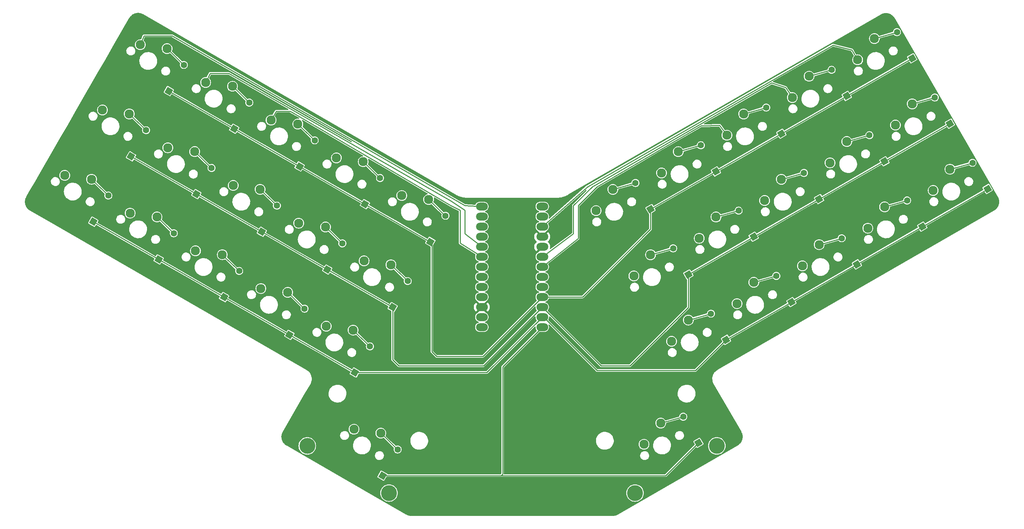
<source format=gbr>
%TF.GenerationSoftware,KiCad,Pcbnew,7.0.8*%
%TF.CreationDate,2023-12-05T04:00:53-05:00*%
%TF.ProjectId,4900_keeb_for_me,34393030-5f6b-4656-9562-5f666f725f6d,rev?*%
%TF.SameCoordinates,Original*%
%TF.FileFunction,Copper,L2,Bot*%
%TF.FilePolarity,Positive*%
%FSLAX46Y46*%
G04 Gerber Fmt 4.6, Leading zero omitted, Abs format (unit mm)*
G04 Created by KiCad (PCBNEW 7.0.8) date 2023-12-05 04:00:53*
%MOMM*%
%LPD*%
G01*
G04 APERTURE LIST*
G04 Aperture macros list*
%AMHorizOval*
0 Thick line with rounded ends*
0 $1 width*
0 $2 $3 position (X,Y) of the first rounded end (center of the circle)*
0 $4 $5 position (X,Y) of the second rounded end (center of the circle)*
0 Add line between two ends*
20,1,$1,$2,$3,$4,$5,0*
0 Add two circle primitives to create the rounded ends*
1,1,$1,$2,$3*
1,1,$1,$4,$5*%
%AMRotRect*
0 Rectangle, with rotation*
0 The origin of the aperture is its center*
0 $1 length*
0 $2 width*
0 $3 Rotation angle, in degrees counterclockwise*
0 Add horizontal line*
21,1,$1,$2,0,0,$3*%
G04 Aperture macros list end*
%TA.AperFunction,ComponentPad*%
%ADD10C,2.300000*%
%TD*%
%TA.AperFunction,ComponentPad*%
%ADD11C,4.000000*%
%TD*%
%TA.AperFunction,ComponentPad*%
%ADD12HorizOval,1.600000X0.000000X0.000000X0.000000X0.000000X0*%
%TD*%
%TA.AperFunction,ComponentPad*%
%ADD13RotRect,1.600000X1.600000X60.000000*%
%TD*%
%TA.AperFunction,ComponentPad*%
%ADD14HorizOval,1.600000X0.000000X0.000000X0.000000X0.000000X0*%
%TD*%
%TA.AperFunction,ComponentPad*%
%ADD15RotRect,1.600000X1.600000X120.000000*%
%TD*%
%TA.AperFunction,ComponentPad*%
%ADD16O,3.000000X2.000000*%
%TD*%
%TA.AperFunction,Conductor*%
%ADD17C,0.250000*%
%TD*%
G04 APERTURE END LIST*
D10*
%TO.P,SW3,1,1*%
%TO.N,/COL3*%
X88027403Y-60613335D03*
%TO.P,SW3,2,2*%
%TO.N,Net-(D3-A)*%
X94796665Y-61588631D03*
%TD*%
%TO.P,SW21,1,1*%
%TO.N,/COL1*%
X35980635Y-74558067D03*
%TO.P,SW21,2,2*%
%TO.N,Net-(D21-A)*%
X42749897Y-75533363D03*
%TD*%
%TO.P,SW22,1,1*%
%TO.N,/COL2*%
X52478419Y-84083067D03*
%TO.P,SW22,2,2*%
%TO.N,Net-(D22-A)*%
X59247681Y-85058363D03*
%TD*%
%TO.P,SW17,1,1*%
%TO.N,/COL7*%
X196051799Y-90445283D03*
%TO.P,SW17,2,2*%
%TO.N,Net-(D17-A)*%
X200281061Y-85070579D03*
%TD*%
%TO.P,SW27,1,1*%
%TO.N,/COL7*%
X205575699Y-106943903D03*
%TO.P,SW27,2,2*%
%TO.N,Net-(D27-A)*%
X209804961Y-101569199D03*
%TD*%
%TO.P,SW15,1,1*%
%TO.N,/COL5*%
X111496771Y-96160767D03*
%TO.P,SW15,2,2*%
%TO.N,Net-(D15-A)*%
X118266033Y-97136063D03*
%TD*%
%TO.P,SW29,1,1*%
%TO.N,/COL9*%
X238571267Y-87893903D03*
%TO.P,SW29,2,2*%
%TO.N,Net-(D29-A)*%
X242800529Y-82519199D03*
%TD*%
%TO.P,SW1,1,1*%
%TO.N,/COL1*%
X55031835Y-41563335D03*
%TO.P,SW1,2,2*%
%TO.N,Net-(D1-A)*%
X61801097Y-42538631D03*
%TD*%
%TO.P,SW12,1,1*%
%TO.N,/COL2*%
X62003419Y-67585767D03*
%TO.P,SW12,2,2*%
%TO.N,Net-(D12-A)*%
X68772681Y-68561063D03*
%TD*%
%TO.P,SW13,1,1*%
%TO.N,/COL3*%
X78501203Y-77110767D03*
%TO.P,SW13,2,2*%
%TO.N,Net-(D13-A)*%
X85270465Y-78086063D03*
%TD*%
%TO.P,SW6,1,1*%
%TO.N,/COL6*%
X170029015Y-83472983D03*
%TO.P,SW6,2,2*%
%TO.N,Net-(D6-A)*%
X174258277Y-78098279D03*
%TD*%
%TO.P,SW28,1,1*%
%TO.N,/COL8*%
X222073483Y-97418903D03*
%TO.P,SW28,2,2*%
%TO.N,Net-(D28-A)*%
X226302745Y-92044199D03*
%TD*%
%TO.P,SW9,1,1*%
%TO.N,/COL9*%
X219522367Y-54897983D03*
%TO.P,SW9,2,2*%
%TO.N,Net-(D9-A)*%
X223751629Y-49523279D03*
%TD*%
%TO.P,SW19,1,1*%
%TO.N,/COL9*%
X229047367Y-71395283D03*
%TO.P,SW19,2,2*%
%TO.N,Net-(D19-A)*%
X233276629Y-66020579D03*
%TD*%
%TO.P,SW20,1,1*%
%TO.N,/COL10*%
X245545151Y-61870283D03*
%TO.P,SW20,2,2*%
%TO.N,Net-(D20-A)*%
X249774413Y-56495579D03*
%TD*%
D11*
%TO.P,S32,*%
%TO.N,*%
X200479057Y-142881240D03*
X179856827Y-154787490D03*
%TD*%
D10*
%TO.P,SW31,1,1*%
%TO.N,/COL5*%
X108945755Y-138681687D03*
%TO.P,SW31,2,2*%
%TO.N,Net-(D31-A)*%
X115715017Y-139656983D03*
%TD*%
%TO.P,SW7,1,1*%
%TO.N,/COL7*%
X186526799Y-73947983D03*
%TO.P,SW7,2,2*%
%TO.N,Net-(D7-A)*%
X190756061Y-68573279D03*
%TD*%
%TO.P,SW4,1,1*%
%TO.N,/COL4*%
X104525187Y-70138335D03*
%TO.P,SW4,2,2*%
%TO.N,Net-(D4-A)*%
X111294449Y-71113631D03*
%TD*%
%TO.P,SW5,1,1*%
%TO.N,/COL5*%
X121022971Y-79663335D03*
%TO.P,SW5,2,2*%
%TO.N,Net-(D5-A)*%
X127792233Y-80638631D03*
%TD*%
%TO.P,SW18,1,1*%
%TO.N,/COL8*%
X212549583Y-80920283D03*
%TO.P,SW18,2,2*%
%TO.N,Net-(D18-A)*%
X216778845Y-75545579D03*
%TD*%
%TO.P,SW11,1,1*%
%TO.N,/COL1*%
X45505635Y-58060767D03*
%TO.P,SW11,2,2*%
%TO.N,Net-(D11-A)*%
X52274897Y-59036063D03*
%TD*%
%TO.P,SW2,1,1*%
%TO.N,/COL2*%
X71529619Y-51088335D03*
%TO.P,SW2,2,2*%
%TO.N,Net-(D2-A)*%
X78298881Y-52063631D03*
%TD*%
%TO.P,SW23,1,1*%
%TO.N,/COL3*%
X68976203Y-93608067D03*
%TO.P,SW23,2,2*%
%TO.N,Net-(D23-A)*%
X75745465Y-94583363D03*
%TD*%
%TO.P,SW14,1,1*%
%TO.N,/COL4*%
X94998987Y-86635767D03*
%TO.P,SW14,2,2*%
%TO.N,Net-(D14-A)*%
X101768249Y-87611063D03*
%TD*%
%TO.P,SW24,1,1*%
%TO.N,/COL4*%
X85473987Y-103133067D03*
%TO.P,SW24,2,2*%
%TO.N,Net-(D24-A)*%
X92243249Y-104108363D03*
%TD*%
D11*
%TO.P,S31,*%
%TO.N,*%
X117793073Y-154787490D03*
X97170843Y-142881240D03*
%TD*%
D10*
%TO.P,SW25,1,1*%
%TO.N,/COL5*%
X101971771Y-112658067D03*
%TO.P,SW25,2,2*%
%TO.N,Net-(D25-A)*%
X108741033Y-113633363D03*
%TD*%
%TO.P,SW8,1,1*%
%TO.N,/COL8*%
X203024583Y-64422983D03*
%TO.P,SW8,2,2*%
%TO.N,Net-(D8-A)*%
X207253845Y-59048279D03*
%TD*%
%TO.P,SW16,1,1*%
%TO.N,/COL6*%
X179554015Y-99970283D03*
%TO.P,SW16,2,2*%
%TO.N,Net-(D16-A)*%
X183783277Y-94595579D03*
%TD*%
%TO.P,SW32,1,1*%
%TO.N,/COL6*%
X182105131Y-142491687D03*
%TO.P,SW32,2,2*%
%TO.N,Net-(D32-A)*%
X186334393Y-137116983D03*
%TD*%
%TO.P,SW10,1,1*%
%TO.N,/COL10*%
X236020151Y-45372983D03*
%TO.P,SW10,2,2*%
%TO.N,Net-(D10-A)*%
X240249413Y-39998279D03*
%TD*%
%TO.P,SW30,1,1*%
%TO.N,/COL10*%
X255069051Y-78368903D03*
%TO.P,SW30,2,2*%
%TO.N,Net-(D30-A)*%
X259298313Y-72994199D03*
%TD*%
%TO.P,SW26,1,1*%
%TO.N,/COL6*%
X189077915Y-116468903D03*
%TO.P,SW26,2,2*%
%TO.N,Net-(D26-A)*%
X193307177Y-111094199D03*
%TD*%
D12*
%TO.P,D21,2,A*%
%TO.N,Net-(D21-A)*%
X46991947Y-79654662D03*
D13*
%TO.P,D21,1,K*%
%TO.N,/ROW3*%
X43181947Y-86253776D03*
%TD*%
D14*
%TO.P,D16,2,A*%
%TO.N,Net-(D16-A)*%
X189473452Y-92982505D03*
D15*
%TO.P,D16,1,K*%
%TO.N,/ROW2*%
X193283452Y-99581619D03*
%TD*%
D14*
%TO.P,D7,2,A*%
%TO.N,Net-(D7-A)*%
X196446235Y-66960205D03*
D15*
%TO.P,D7,1,K*%
%TO.N,/ROW1*%
X200256235Y-73559319D03*
%TD*%
D12*
%TO.P,D11,2,A*%
%TO.N,Net-(D11-A)*%
X56516947Y-63157362D03*
D13*
%TO.P,D11,1,K*%
%TO.N,/ROW2*%
X52706947Y-69756476D03*
%TD*%
D12*
%TO.P,D15,2,A*%
%TO.N,Net-(D15-A)*%
X122508083Y-101257362D03*
D13*
%TO.P,D15,1,K*%
%TO.N,/ROW2*%
X118698083Y-107856476D03*
%TD*%
D14*
%TO.P,D18,2,A*%
%TO.N,Net-(D18-A)*%
X222469020Y-73932505D03*
D15*
%TO.P,D18,1,K*%
%TO.N,/ROW2*%
X226279020Y-80531619D03*
%TD*%
D14*
%TO.P,D17,2,A*%
%TO.N,Net-(D17-A)*%
X205971236Y-83457505D03*
D15*
%TO.P,D17,1,K*%
%TO.N,/ROW2*%
X209781236Y-90056619D03*
%TD*%
D14*
%TO.P,D28,2,A*%
%TO.N,Net-(D28-A)*%
X231992920Y-90431125D03*
D15*
%TO.P,D28,1,K*%
%TO.N,/ROW3*%
X235802920Y-97030239D03*
%TD*%
D12*
%TO.P,D2,2,A*%
%TO.N,Net-(D2-A)*%
X82540931Y-56184930D03*
D13*
%TO.P,D2,1,K*%
%TO.N,/ROW1*%
X78730931Y-62784044D03*
%TD*%
D12*
%TO.P,D1,2,A*%
%TO.N,Net-(D1-A)*%
X66043147Y-46659930D03*
D13*
%TO.P,D1,1,K*%
%TO.N,/ROW1*%
X62233147Y-53259044D03*
%TD*%
D12*
%TO.P,D25,2,A*%
%TO.N,Net-(D25-A)*%
X112983083Y-117754662D03*
D13*
%TO.P,D25,1,K*%
%TO.N,/ROW3*%
X109173083Y-124353776D03*
%TD*%
D14*
%TO.P,D19,2,A*%
%TO.N,Net-(D19-A)*%
X238966804Y-64407505D03*
D15*
%TO.P,D19,1,K*%
%TO.N,/ROW2*%
X242776804Y-71006619D03*
%TD*%
D12*
%TO.P,D24,2,A*%
%TO.N,Net-(D24-A)*%
X96485299Y-108229662D03*
D13*
%TO.P,D24,1,K*%
%TO.N,/ROW3*%
X92675299Y-114828776D03*
%TD*%
D12*
%TO.P,D31,2,A*%
%TO.N,Net-(D31-A)*%
X119957067Y-143778282D03*
D13*
%TO.P,D31,1,K*%
%TO.N,/ROW4*%
X116147067Y-150377396D03*
%TD*%
D12*
%TO.P,D22,2,A*%
%TO.N,Net-(D22-A)*%
X63489731Y-89179662D03*
D13*
%TO.P,D22,1,K*%
%TO.N,/ROW3*%
X59679731Y-95778776D03*
%TD*%
D14*
%TO.P,D30,2,A*%
%TO.N,Net-(D30-A)*%
X264988488Y-71381125D03*
D15*
%TO.P,D30,1,K*%
%TO.N,/ROW3*%
X268798488Y-77980239D03*
%TD*%
D14*
%TO.P,D29,2,A*%
%TO.N,Net-(D29-A)*%
X248490704Y-80906125D03*
D15*
%TO.P,D29,1,K*%
%TO.N,/ROW3*%
X252300704Y-87505239D03*
%TD*%
D12*
%TO.P,D3,2,A*%
%TO.N,Net-(D3-A)*%
X99038715Y-65709930D03*
D13*
%TO.P,D3,1,K*%
%TO.N,/ROW1*%
X95228715Y-72309044D03*
%TD*%
D16*
%TO.P,U1,26,D10*%
%TO.N,/COL1*%
X141204950Y-82420000D03*
%TO.P,U1,25,MOSI*%
%TO.N,unconnected-(U1-MOSI-Pad25)*%
X141204950Y-84960000D03*
%TO.P,U1,24,MISO*%
%TO.N,unconnected-(U1-MISO-Pad24)*%
X141204950Y-87500000D03*
%TO.P,U1,23,SCK*%
%TO.N,unconnected-(U1-SCK-Pad23)*%
X141204950Y-90040000D03*
%TO.P,U1,22,A0*%
%TO.N,/COL2*%
X141204950Y-92580000D03*
%TO.P,U1,21,A1*%
%TO.N,/COL3*%
X141204950Y-95120000D03*
%TO.P,U1,20,A2*%
%TO.N,/COL4*%
X141204950Y-97660000D03*
%TO.P,U1,19,A3*%
%TO.N,/COL5*%
X141204950Y-100200000D03*
%TO.P,U1,18,3V3*%
%TO.N,+3V3*%
X141204950Y-102740000D03*
%TO.P,U1,17,RESET*%
%TO.N,unconnected-(U1-RESET-Pad17)*%
X141204950Y-105280000D03*
%TO.P,U1,16,GND*%
%TO.N,GND*%
X141204950Y-107820000D03*
%TO.P,U1,15,RAW*%
%TO.N,unconnected-(U1-RAW-Pad15)*%
X141204950Y-110360000D03*
%TO.P,U1,14,D-*%
%TO.N,unconnected-(U1-D--Pad14)*%
X141204950Y-112900000D03*
%TO.P,U1,13,D9*%
%TO.N,/ROW4*%
X156444950Y-112900000D03*
%TO.P,U1,12,D8*%
%TO.N,/ROW3*%
X156444950Y-110360000D03*
%TO.P,U1,11,D7*%
%TO.N,/ROW2*%
X156444950Y-107820000D03*
%TO.P,U1,10,D6*%
%TO.N,/ROW1*%
X156444950Y-105280000D03*
%TO.P,U1,9,D5*%
%TO.N,/COL6*%
X156444950Y-102740000D03*
%TO.P,U1,8,D4*%
%TO.N,/COL7*%
X156444950Y-100200000D03*
%TO.P,U1,7,D3*%
%TO.N,/COL8*%
X156444950Y-97660000D03*
%TO.P,U1,6,D2*%
%TO.N,/COL9*%
X156444950Y-95120000D03*
%TO.P,U1,5,GND*%
%TO.N,GND*%
X156444950Y-92580000D03*
%TO.P,U1,4,GND*%
X156444950Y-90040000D03*
%TO.P,U1,3,D1*%
%TO.N,/COL10*%
X156444950Y-87500000D03*
%TO.P,U1,2,D0*%
%TO.N,unconnected-(U1-D0-Pad2)*%
X156444950Y-84960000D03*
%TO.P,U1,1,D+*%
%TO.N,unconnected-(U1-D+-Pad1)*%
X156444950Y-82420000D03*
%TD*%
D12*
%TO.P,D5,2,A*%
%TO.N,Net-(D5-A)*%
X132034283Y-84759930D03*
D13*
%TO.P,D5,1,K*%
%TO.N,/ROW1*%
X128224283Y-91359044D03*
%TD*%
D14*
%TO.P,D27,2,A*%
%TO.N,Net-(D27-A)*%
X215495136Y-99956125D03*
D15*
%TO.P,D27,1,K*%
%TO.N,/ROW3*%
X219305136Y-106555239D03*
%TD*%
D12*
%TO.P,D13,2,A*%
%TO.N,Net-(D13-A)*%
X89512515Y-82207362D03*
D13*
%TO.P,D13,1,K*%
%TO.N,/ROW2*%
X85702515Y-88806476D03*
%TD*%
D12*
%TO.P,D23,2,A*%
%TO.N,Net-(D23-A)*%
X79987515Y-98704662D03*
D13*
%TO.P,D23,1,K*%
%TO.N,/ROW3*%
X76177515Y-105303776D03*
%TD*%
D14*
%TO.P,D26,2,A*%
%TO.N,Net-(D26-A)*%
X198997352Y-109481125D03*
D15*
%TO.P,D26,1,K*%
%TO.N,/ROW3*%
X202807352Y-116080239D03*
%TD*%
D14*
%TO.P,D20,2,A*%
%TO.N,Net-(D20-A)*%
X255464588Y-54882505D03*
D15*
%TO.P,D20,1,K*%
%TO.N,/ROW2*%
X259274588Y-61481619D03*
%TD*%
D12*
%TO.P,D14,2,A*%
%TO.N,Net-(D14-A)*%
X106010299Y-91732362D03*
D13*
%TO.P,D14,1,K*%
%TO.N,/ROW2*%
X102200299Y-98331476D03*
%TD*%
D14*
%TO.P,D8,2,A*%
%TO.N,Net-(D8-A)*%
X212944019Y-57435205D03*
D15*
%TO.P,D8,1,K*%
%TO.N,/ROW1*%
X216754019Y-64034319D03*
%TD*%
D14*
%TO.P,D6,2,A*%
%TO.N,Net-(D6-A)*%
X179948451Y-76485205D03*
D15*
%TO.P,D6,1,K*%
%TO.N,/ROW1*%
X183758451Y-83084319D03*
%TD*%
D14*
%TO.P,D10,2,A*%
%TO.N,Net-(D10-A)*%
X245939587Y-38385205D03*
D15*
%TO.P,D10,1,K*%
%TO.N,/ROW1*%
X249749587Y-44984319D03*
%TD*%
D12*
%TO.P,D4,2,A*%
%TO.N,Net-(D4-A)*%
X115536499Y-75234930D03*
D13*
%TO.P,D4,1,K*%
%TO.N,/ROW1*%
X111726499Y-81834044D03*
%TD*%
D14*
%TO.P,D32,2,A*%
%TO.N,Net-(D32-A)*%
X192024568Y-135503909D03*
D15*
%TO.P,D32,1,K*%
%TO.N,/ROW4*%
X195834568Y-142103023D03*
%TD*%
D14*
%TO.P,D9,2,A*%
%TO.N,Net-(D9-A)*%
X229441803Y-47910205D03*
D15*
%TO.P,D9,1,K*%
%TO.N,/ROW1*%
X233251803Y-54509319D03*
%TD*%
D12*
%TO.P,D12,2,A*%
%TO.N,Net-(D12-A)*%
X73014731Y-72682362D03*
D13*
%TO.P,D12,1,K*%
%TO.N,/ROW2*%
X69204731Y-79281476D03*
%TD*%
D17*
%TO.N,Net-(D32-A)*%
X186334393Y-137116983D02*
X192024568Y-135503909D01*
%TO.N,Net-(D31-A)*%
X115715017Y-139656983D02*
X119957067Y-143778282D01*
%TO.N,/COL8*%
X165496875Y-90487500D02*
X156444950Y-97660000D01*
X165496875Y-82153125D02*
X165496875Y-90487500D01*
X170259375Y-77390625D02*
X165496875Y-82153125D01*
X196515560Y-62020342D02*
X170259375Y-77390625D01*
X201215625Y-61912500D02*
X196515560Y-62020342D01*
X203024583Y-64422983D02*
X201215625Y-61912500D01*
%TO.N,/COL9*%
X164306250Y-89296875D02*
X156444950Y-95120000D01*
X164306250Y-82153125D02*
X164306250Y-89296875D01*
X169068750Y-77390625D02*
X164306250Y-82153125D01*
X214312500Y-51196875D02*
X169068750Y-77390625D01*
X219522367Y-54897983D02*
X217884375Y-52387500D01*
X217884375Y-52387500D02*
X214312500Y-51196875D01*
%TO.N,/COL10*%
X167878125Y-77390625D02*
X156444950Y-87500000D01*
X229790625Y-41671875D02*
X167878125Y-77390625D01*
X234553125Y-42862500D02*
X229790625Y-41671875D01*
X236020151Y-45372983D02*
X234553125Y-42862500D01*
%TO.N,/COL3*%
X135731250Y-91678125D02*
X141204950Y-95120000D01*
X92868750Y-58340625D02*
X133350000Y-82153125D01*
X133350000Y-82153125D02*
X135731250Y-83343750D01*
X135731250Y-83343750D02*
X135731250Y-91678125D01*
X89296875Y-58340625D02*
X92868750Y-58340625D01*
X88027403Y-60613335D02*
X89296875Y-58340625D01*
%TO.N,/COL2*%
X136921875Y-89296875D02*
X141204950Y-92580000D01*
X136921875Y-83343750D02*
X136921875Y-89296875D01*
X133350000Y-80962500D02*
X136921875Y-83343750D01*
X77390625Y-48815625D02*
X133350000Y-80962500D01*
X72628125Y-48815625D02*
X77390625Y-48815625D01*
X71529619Y-51088335D02*
X72628125Y-48815625D01*
%TO.N,/COL1*%
X136921875Y-82153125D02*
X141204950Y-82420000D01*
X63103125Y-39290625D02*
X136921875Y-82153125D01*
X55959375Y-39290625D02*
X63103125Y-39290625D01*
X55031835Y-41563335D02*
X55959375Y-39290625D01*
%TO.N,/COL2*%
X71529619Y-51104756D02*
X71437500Y-51196875D01*
X71529619Y-51088335D02*
X71529619Y-51104756D01*
%TO.N,/ROW1*%
X166610371Y-105280000D02*
X156444950Y-105280000D01*
X183758451Y-83084319D02*
X183758451Y-88131920D01*
X183758451Y-88131920D02*
X166610371Y-105280000D01*
%TO.N,/ROW2*%
X178593750Y-122634375D02*
X171259325Y-122634375D01*
X193283452Y-107944673D02*
X178593750Y-122634375D01*
X193283452Y-99581619D02*
X193283452Y-107944673D01*
X171259325Y-122634375D02*
X156444950Y-107820000D01*
%TO.N,/ROW3*%
X156794375Y-110360000D02*
X156444950Y-110360000D01*
X195062591Y-123825000D02*
X170259375Y-123825000D01*
X170259375Y-123825000D02*
X156794375Y-110360000D01*
X202807352Y-116080239D02*
X195062591Y-123825000D01*
%TO.N,/ROW1*%
X128587500Y-119062500D02*
X129778125Y-120253125D01*
X128587500Y-91722261D02*
X128587500Y-119062500D01*
X129778125Y-120253125D02*
X141471825Y-120253125D01*
X128224283Y-91359044D02*
X128587500Y-91722261D01*
X141471825Y-120253125D02*
X156444950Y-105280000D01*
%TO.N,/ROW2*%
X141630575Y-122634375D02*
X156444950Y-107820000D01*
X120253125Y-122634375D02*
X141630575Y-122634375D01*
X118698083Y-121079333D02*
X120253125Y-122634375D01*
X118698083Y-107856476D02*
X118698083Y-121079333D01*
%TO.N,/ROW3*%
X142451174Y-124353776D02*
X156444950Y-110360000D01*
X109173083Y-124353776D02*
X142451174Y-124353776D01*
%TO.N,/ROW4*%
X187560195Y-150377396D02*
X195834568Y-142103023D01*
X116147067Y-150377396D02*
X187560195Y-150377396D01*
X146446875Y-122898075D02*
X156444950Y-112900000D01*
X146088229Y-150377396D02*
X146446875Y-150018750D01*
X116147067Y-150377396D02*
X146088229Y-150377396D01*
X146446875Y-150018750D02*
X146446875Y-122898075D01*
%TO.N,/ROW3*%
X268798488Y-77980239D02*
X202807352Y-116080239D01*
%TO.N,/ROW2*%
X259274588Y-61481619D02*
X193283452Y-99581619D01*
%TO.N,/ROW1*%
X249749587Y-44984319D02*
X183758451Y-83084319D01*
%TO.N,/ROW3*%
X43181947Y-86253776D02*
X109173083Y-124353776D01*
%TO.N,/ROW2*%
X52706947Y-69756476D02*
X118698083Y-107856476D01*
%TO.N,/ROW1*%
X78730931Y-62784044D02*
X128224283Y-91359044D01*
X62233147Y-53259044D02*
X78730931Y-62784044D01*
%TO.N,Net-(D30-A)*%
X259298313Y-72994199D02*
X264988488Y-71381125D01*
%TO.N,Net-(D29-A)*%
X242800529Y-82519199D02*
X248490704Y-80906125D01*
%TO.N,Net-(D28-A)*%
X226302745Y-92044199D02*
X231992920Y-90431125D01*
%TO.N,Net-(D27-A)*%
X209804961Y-101569199D02*
X215495136Y-99956125D01*
%TO.N,Net-(D26-A)*%
X193307177Y-111094199D02*
X198997352Y-109481125D01*
%TO.N,Net-(D16-A)*%
X189473452Y-92982505D02*
X183783277Y-94595579D01*
%TO.N,Net-(D17-A)*%
X205971236Y-83457505D02*
X200281061Y-85070579D01*
%TO.N,Net-(D18-A)*%
X216778845Y-75545579D02*
X222469020Y-73932505D01*
%TO.N,Net-(D19-A)*%
X233276629Y-66020579D02*
X238966804Y-64407505D01*
%TO.N,Net-(D20-A)*%
X249774413Y-56495579D02*
X255464588Y-54882505D01*
%TO.N,Net-(D10-A)*%
X240249413Y-39998279D02*
X245939587Y-38385205D01*
%TO.N,Net-(D9-A)*%
X223751629Y-49523279D02*
X229441803Y-47910205D01*
%TO.N,Net-(D8-A)*%
X207253845Y-59048279D02*
X212944019Y-57435205D01*
%TO.N,Net-(D7-A)*%
X190756061Y-68573279D02*
X196446235Y-66960205D01*
%TO.N,Net-(D6-A)*%
X174258277Y-78098279D02*
X179948451Y-76485205D01*
%TO.N,Net-(D21-A)*%
X42749897Y-75533363D02*
X46991947Y-79654662D01*
%TO.N,Net-(D22-A)*%
X59247681Y-85058363D02*
X63489731Y-89179662D01*
%TO.N,Net-(D23-A)*%
X75745465Y-94583363D02*
X79987515Y-98704662D01*
%TO.N,Net-(D24-A)*%
X92243249Y-104108363D02*
X96485299Y-108229662D01*
%TO.N,Net-(D25-A)*%
X108741033Y-113633363D02*
X112983083Y-117754662D01*
%TO.N,Net-(D15-A)*%
X118266033Y-97136063D02*
X122508083Y-101257362D01*
%TO.N,Net-(D14-A)*%
X101768249Y-87611063D02*
X106010299Y-91732362D01*
%TO.N,Net-(D13-A)*%
X85270465Y-78086063D02*
X89512515Y-82207362D01*
%TO.N,Net-(D12-A)*%
X68772681Y-68561063D02*
X73014731Y-72682362D01*
%TO.N,Net-(D11-A)*%
X52274897Y-59036063D02*
X56516947Y-63157362D01*
%TO.N,Net-(D5-A)*%
X127792233Y-80638631D02*
X132034283Y-84759930D01*
%TO.N,Net-(D4-A)*%
X111294449Y-71113631D02*
X115536499Y-75234930D01*
%TO.N,Net-(D3-A)*%
X94796665Y-61588631D02*
X99038715Y-65709930D01*
%TO.N,Net-(D2-A)*%
X78298881Y-52063631D02*
X82540931Y-56184930D01*
%TO.N,Net-(D1-A)*%
X61801097Y-42538631D02*
X66043147Y-46659930D01*
%TD*%
%TA.AperFunction,Conductor*%
%TO.N,GND*%
G36*
X167539162Y-78221596D02*
G01*
X167592422Y-78266819D01*
X167612778Y-78333658D01*
X167593766Y-78400891D01*
X167576465Y-78422582D01*
X164088053Y-81910995D01*
X164084064Y-81914650D01*
X164053055Y-81940670D01*
X164032812Y-81975731D01*
X164029906Y-81980291D01*
X164006696Y-82013438D01*
X164004456Y-82018242D01*
X163997479Y-82035086D01*
X163995660Y-82040084D01*
X163988633Y-82079936D01*
X163987462Y-82085216D01*
X163976985Y-82124316D01*
X163978176Y-82137919D01*
X163980311Y-82162325D01*
X163980514Y-82164638D01*
X163980750Y-82170045D01*
X163980750Y-89070447D01*
X163961065Y-89137486D01*
X163930558Y-89170088D01*
X158580010Y-93133415D01*
X158514423Y-93157501D01*
X158446226Y-93142304D01*
X158397071Y-93092650D01*
X158382564Y-93024303D01*
X158388922Y-92993509D01*
X158404033Y-92949494D01*
X158444950Y-92704292D01*
X158444950Y-92455707D01*
X158404033Y-92210506D01*
X158323319Y-91975396D01*
X158323314Y-91975385D01*
X158205007Y-91756771D01*
X158205001Y-91756762D01*
X158052323Y-91560602D01*
X158052314Y-91560592D01*
X157879201Y-91401229D01*
X157843210Y-91341342D01*
X157845311Y-91271504D01*
X157879201Y-91218771D01*
X158052314Y-91059407D01*
X158052323Y-91059397D01*
X158205001Y-90863237D01*
X158205007Y-90863228D01*
X158323314Y-90644614D01*
X158323319Y-90644603D01*
X158404033Y-90409493D01*
X158444950Y-90164292D01*
X158444950Y-89915707D01*
X158404033Y-89670506D01*
X158323319Y-89435396D01*
X158323314Y-89435385D01*
X158205007Y-89216771D01*
X158205001Y-89216762D01*
X158052318Y-89020596D01*
X158052314Y-89020591D01*
X157930266Y-88908237D01*
X157930264Y-88908237D01*
X156928026Y-89910474D01*
X156904443Y-89830156D01*
X156826711Y-89709202D01*
X156718050Y-89615048D01*
X156587265Y-89555320D01*
X156577483Y-89553913D01*
X157498725Y-88632670D01*
X157502154Y-88598353D01*
X157545584Y-88543621D01*
X157561783Y-88533948D01*
X157579639Y-88525058D01*
X157757186Y-88390981D01*
X157907074Y-88226562D01*
X158024197Y-88037401D01*
X158104568Y-87829940D01*
X158145450Y-87611243D01*
X158145450Y-87388757D01*
X158104568Y-87170060D01*
X158024197Y-86962599D01*
X157968935Y-86873348D01*
X157909396Y-86777188D01*
X157890841Y-86709828D01*
X157911649Y-86643128D01*
X157932682Y-86619020D01*
X167406648Y-78242005D01*
X167469907Y-78212346D01*
X167539162Y-78221596D01*
G37*
%TD.AperFunction*%
%TA.AperFunction,Conductor*%
G36*
X54633164Y-33529323D02*
G01*
X54638190Y-33529623D01*
X54783244Y-33544258D01*
X54926825Y-33563145D01*
X54932311Y-33564121D01*
X55070403Y-33595215D01*
X55075828Y-33596436D01*
X55214605Y-33630849D01*
X55220468Y-33632616D01*
X55350268Y-33678881D01*
X55362475Y-33683232D01*
X55492593Y-33731518D01*
X55498729Y-33734181D01*
X55588785Y-33779171D01*
X55625932Y-33797729D01*
X55651307Y-33810405D01*
X55755013Y-33862776D01*
X55758052Y-33864419D01*
X102051718Y-60601690D01*
X134592857Y-79396081D01*
X134592873Y-79396090D01*
X134615818Y-79409342D01*
X134615886Y-79409372D01*
X134784449Y-79506731D01*
X134784458Y-79506735D01*
X134784458Y-79506736D01*
X135049000Y-79637252D01*
X135096691Y-79662467D01*
X135103555Y-79664168D01*
X135157200Y-79690635D01*
X135385313Y-79785176D01*
X135541180Y-79849775D01*
X135934742Y-79983469D01*
X136336203Y-80091145D01*
X136336212Y-80091146D01*
X136336213Y-80091147D01*
X136391643Y-80102188D01*
X136743845Y-80172343D01*
X137155924Y-80226714D01*
X137215594Y-80230643D01*
X137220789Y-80232547D01*
X137276341Y-80234644D01*
X137570675Y-80254027D01*
X137570676Y-80254027D01*
X137753744Y-80254085D01*
X137753750Y-80254086D01*
X137778401Y-80254093D01*
X137778402Y-80254094D01*
X159801360Y-80261328D01*
X159801421Y-80261346D01*
X159824694Y-80261346D01*
X159839020Y-80261350D01*
X159839083Y-80261368D01*
X159839580Y-80261350D01*
X159853199Y-80261354D01*
X159853199Y-80261355D01*
X160061157Y-80261418D01*
X160355487Y-80242214D01*
X160409573Y-80240208D01*
X160416405Y-80238240D01*
X160476190Y-80234340D01*
X160888563Y-80180167D01*
X161296509Y-80099133D01*
X161647799Y-80005097D01*
X161698272Y-79991586D01*
X161698273Y-79991585D01*
X161698279Y-79991584D01*
X162092153Y-79857982D01*
X162476442Y-79698898D01*
X162530181Y-79672409D01*
X162535644Y-79671458D01*
X162584870Y-79645453D01*
X162849501Y-79515015D01*
X162849510Y-79515010D01*
X162849509Y-79515011D01*
X162961939Y-79450126D01*
X163015389Y-79419278D01*
X163015407Y-79419271D01*
X163029531Y-79411120D01*
X163029532Y-79411120D01*
X231320865Y-39998279D01*
X238893754Y-39998279D01*
X238914349Y-40233682D01*
X238914351Y-40233692D01*
X238975507Y-40461934D01*
X238975509Y-40461938D01*
X238975510Y-40461942D01*
X239004840Y-40524840D01*
X239075378Y-40676109D01*
X239075380Y-40676113D01*
X239183694Y-40830800D01*
X239210918Y-40869680D01*
X239378012Y-41036774D01*
X239467837Y-41099670D01*
X239571578Y-41172311D01*
X239571580Y-41172312D01*
X239571583Y-41172314D01*
X239785750Y-41272182D01*
X240014005Y-41333342D01*
X240202331Y-41349818D01*
X240249412Y-41353938D01*
X240249413Y-41353938D01*
X240249414Y-41353938D01*
X240288647Y-41350505D01*
X240484821Y-41333342D01*
X240713076Y-41272182D01*
X240927243Y-41172314D01*
X241120814Y-41036774D01*
X241287908Y-40869680D01*
X241423448Y-40676109D01*
X241523316Y-40461942D01*
X241584476Y-40233687D01*
X241601745Y-40036298D01*
X241627197Y-39971231D01*
X241683788Y-39930252D01*
X241691422Y-39927818D01*
X245036689Y-38979488D01*
X245106554Y-38980142D01*
X245164976Y-39018465D01*
X245166341Y-39020099D01*
X245227654Y-39094809D01*
X245228706Y-39096090D01*
X245381047Y-39221114D01*
X245381054Y-39221118D01*
X245554853Y-39314016D01*
X245554856Y-39314016D01*
X245554860Y-39314019D01*
X245743455Y-39371229D01*
X245939587Y-39390546D01*
X246135719Y-39371229D01*
X246324314Y-39314019D01*
X246498125Y-39221115D01*
X246650470Y-39096088D01*
X246775497Y-38943743D01*
X246868401Y-38769932D01*
X246925611Y-38581337D01*
X246944928Y-38385205D01*
X246925611Y-38189073D01*
X246868401Y-38000478D01*
X246868398Y-38000474D01*
X246868398Y-38000471D01*
X246775500Y-37826672D01*
X246775496Y-37826665D01*
X246650470Y-37674321D01*
X246498126Y-37549295D01*
X246498119Y-37549291D01*
X246324320Y-37456393D01*
X246324314Y-37456391D01*
X246135719Y-37399181D01*
X246135716Y-37399180D01*
X245939587Y-37379864D01*
X245743457Y-37399180D01*
X245554853Y-37456393D01*
X245381054Y-37549291D01*
X245381047Y-37549295D01*
X245228703Y-37674321D01*
X245103677Y-37826665D01*
X245103673Y-37826672D01*
X245010775Y-38000471D01*
X244953562Y-38189076D01*
X244947931Y-38246248D01*
X244921769Y-38311035D01*
X244864734Y-38351394D01*
X244858347Y-38353392D01*
X241512175Y-39301978D01*
X241442309Y-39301324D01*
X241383887Y-39263001D01*
X241376781Y-39253802D01*
X241287907Y-39126876D01*
X241120815Y-38959785D01*
X241120808Y-38959780D01*
X241097906Y-38943744D01*
X241081934Y-38932560D01*
X240927247Y-38824246D01*
X240927243Y-38824244D01*
X240927241Y-38824243D01*
X240713076Y-38724376D01*
X240713072Y-38724375D01*
X240713068Y-38724373D01*
X240484826Y-38663217D01*
X240484816Y-38663215D01*
X240249414Y-38642620D01*
X240249412Y-38642620D01*
X240014009Y-38663215D01*
X240013999Y-38663217D01*
X239785757Y-38724373D01*
X239785748Y-38724377D01*
X239571584Y-38824243D01*
X239571582Y-38824244D01*
X239378010Y-38959784D01*
X239210918Y-39126876D01*
X239075378Y-39320448D01*
X239075377Y-39320450D01*
X238975511Y-39534614D01*
X238975507Y-39534623D01*
X238914351Y-39762865D01*
X238914349Y-39762875D01*
X238893754Y-39998278D01*
X238893754Y-39998279D01*
X231320865Y-39998279D01*
X241870876Y-33909572D01*
X241873859Y-33907961D01*
X241977136Y-33855846D01*
X242129801Y-33779623D01*
X242135863Y-33776995D01*
X242266731Y-33728461D01*
X242407846Y-33678195D01*
X242413677Y-33676439D01*
X242552898Y-33641934D01*
X242695754Y-33609784D01*
X242701235Y-33608809D01*
X242845165Y-33589882D01*
X242989637Y-33575308D01*
X242994688Y-33575008D01*
X243140775Y-33572297D01*
X243285507Y-33575232D01*
X243290033Y-33575490D01*
X243434701Y-33589076D01*
X243437601Y-33589417D01*
X243551631Y-33605615D01*
X243579403Y-33609561D01*
X243583315Y-33610245D01*
X243725754Y-33639985D01*
X243729099Y-33640782D01*
X243776909Y-33653600D01*
X243867321Y-33677839D01*
X243870647Y-33678831D01*
X243931993Y-33699026D01*
X244008833Y-33724322D01*
X244012570Y-33725686D01*
X244145445Y-33779184D01*
X244148108Y-33780331D01*
X244280205Y-33840948D01*
X244284232Y-33842979D01*
X244411009Y-33912827D01*
X244481576Y-33955359D01*
X244536168Y-33988264D01*
X244540411Y-33991065D01*
X244658227Y-34075960D01*
X244773337Y-34164308D01*
X244777635Y-34167928D01*
X244885257Y-34267233D01*
X244988497Y-34366704D01*
X244992712Y-34371189D01*
X245089749Y-34485294D01*
X245178757Y-34592744D01*
X245182741Y-34598118D01*
X245275329Y-34738235D01*
X245340300Y-34837490D01*
X245342114Y-34840438D01*
X271381881Y-79951821D01*
X271383534Y-79954880D01*
X271433885Y-80054637D01*
X271512013Y-80211139D01*
X271514672Y-80217272D01*
X271561899Y-80344584D01*
X271613448Y-80489268D01*
X271615224Y-80495161D01*
X271649140Y-80631968D01*
X271681852Y-80777285D01*
X271682836Y-80782817D01*
X271701512Y-80924780D01*
X271716295Y-81071255D01*
X271716597Y-81076330D01*
X271719283Y-81220775D01*
X271716315Y-81367255D01*
X271716057Y-81371797D01*
X271702614Y-81514947D01*
X271702270Y-81517870D01*
X271681905Y-81661237D01*
X271681213Y-81665190D01*
X271651773Y-81806196D01*
X271650967Y-81809580D01*
X271613511Y-81949289D01*
X271612516Y-81952622D01*
X271567479Y-82089421D01*
X271566101Y-82093191D01*
X271512015Y-82227524D01*
X271510851Y-82230228D01*
X271450872Y-82360920D01*
X271448824Y-82364982D01*
X271378132Y-82493278D01*
X271303544Y-82617016D01*
X271300743Y-82621259D01*
X271214673Y-82740691D01*
X271127485Y-82854275D01*
X271123865Y-82858572D01*
X271022824Y-82968062D01*
X270925047Y-83069527D01*
X270920562Y-83073742D01*
X270803522Y-83173260D01*
X270698971Y-83259847D01*
X270693596Y-83263830D01*
X270544658Y-83362225D01*
X270454514Y-83421219D01*
X270451552Y-83423041D01*
X200662728Y-123697122D01*
X200662614Y-123697149D01*
X200494362Y-123794243D01*
X200264732Y-123963644D01*
X200264732Y-123963645D01*
X200055522Y-124157686D01*
X200055497Y-124157711D01*
X199869333Y-124373956D01*
X199869325Y-124373967D01*
X199708539Y-124609704D01*
X199575149Y-124861988D01*
X199575144Y-124861998D01*
X199470858Y-125127595D01*
X199470854Y-125127606D01*
X199396958Y-125403227D01*
X199396955Y-125403242D01*
X199354387Y-125685391D01*
X199343680Y-125970567D01*
X199343680Y-125970579D01*
X199364970Y-126255117D01*
X199364971Y-126255128D01*
X199417995Y-126535536D01*
X199502077Y-126808214D01*
X199502078Y-126808218D01*
X199510589Y-126827729D01*
X199616170Y-127069782D01*
X199687205Y-127192845D01*
X199687449Y-127193267D01*
X206662352Y-139277232D01*
X206662360Y-139277251D01*
X206669877Y-139290269D01*
X206671530Y-139293328D01*
X206697540Y-139344863D01*
X206722558Y-139394434D01*
X206799927Y-139549404D01*
X206802585Y-139555536D01*
X206850037Y-139683450D01*
X206850283Y-139684114D01*
X206901339Y-139827408D01*
X206903115Y-139833299D01*
X206937254Y-139970977D01*
X206969750Y-140115288D01*
X206970735Y-140120819D01*
X206989517Y-140263498D01*
X207004231Y-140409142D01*
X207004535Y-140414215D01*
X207007251Y-140559243D01*
X207004319Y-140705007D01*
X207004061Y-140709547D01*
X206990596Y-140853228D01*
X206990252Y-140856150D01*
X206970007Y-140998876D01*
X206969316Y-141002828D01*
X206939807Y-141144318D01*
X206939002Y-141147700D01*
X206901749Y-141286787D01*
X206900756Y-141290120D01*
X206855585Y-141427450D01*
X206854208Y-141431220D01*
X206800420Y-141564919D01*
X206799258Y-141567621D01*
X206739092Y-141698831D01*
X206737046Y-141702893D01*
X206666746Y-141830577D01*
X206591893Y-141954854D01*
X206589094Y-141959097D01*
X206503555Y-142077889D01*
X206415975Y-142192077D01*
X206412358Y-142196375D01*
X206312078Y-142305131D01*
X206213702Y-142407306D01*
X206209220Y-142411522D01*
X206093405Y-142510091D01*
X205987793Y-142597644D01*
X205982422Y-142601629D01*
X205836958Y-142697834D01*
X205743375Y-142759149D01*
X205740413Y-142760972D01*
X175527410Y-160217220D01*
X175524558Y-160218770D01*
X175492101Y-160235321D01*
X175261057Y-160349332D01*
X175255853Y-160351610D01*
X175153619Y-160390887D01*
X174972816Y-160452316D01*
X174968931Y-160453496D01*
X174856033Y-160483777D01*
X174852080Y-160484699D01*
X174664828Y-160521991D01*
X174556645Y-160539151D01*
X174551002Y-160539783D01*
X174371195Y-160551602D01*
X174292637Y-160556766D01*
X174257884Y-160558593D01*
X174254639Y-160558679D01*
X123387878Y-160566647D01*
X123384630Y-160566563D01*
X123347969Y-160564646D01*
X123091405Y-160547874D01*
X123085749Y-160547243D01*
X123005056Y-160534465D01*
X122976148Y-160529887D01*
X122859281Y-160506638D01*
X122790302Y-160492915D01*
X122786345Y-160491992D01*
X122672230Y-160461403D01*
X122668344Y-160460223D01*
X122488942Y-160399293D01*
X122475044Y-160393955D01*
X122385325Y-160359494D01*
X122380119Y-160357215D01*
X122150802Y-160244044D01*
X122116505Y-160226556D01*
X122113671Y-160225016D01*
X112702385Y-154787490D01*
X115587851Y-154787490D01*
X115606717Y-155075327D01*
X115606719Y-155075339D01*
X115662990Y-155358235D01*
X115662994Y-155358250D01*
X115755715Y-155631395D01*
X115883292Y-155890096D01*
X115883296Y-155890103D01*
X116043551Y-156129942D01*
X116233745Y-156346817D01*
X116450619Y-156537010D01*
X116690462Y-156697268D01*
X116949171Y-156824849D01*
X117222320Y-156917571D01*
X117505234Y-156973846D01*
X117793073Y-156992712D01*
X118080912Y-156973846D01*
X118363826Y-156917571D01*
X118636975Y-156824849D01*
X118895684Y-156697268D01*
X119135527Y-156537010D01*
X119352400Y-156346817D01*
X119542593Y-156129944D01*
X119702851Y-155890101D01*
X119830432Y-155631392D01*
X119923154Y-155358243D01*
X119979429Y-155075329D01*
X119998295Y-154787490D01*
X177651605Y-154787490D01*
X177670471Y-155075327D01*
X177670473Y-155075339D01*
X177726744Y-155358235D01*
X177726748Y-155358250D01*
X177819469Y-155631395D01*
X177947046Y-155890096D01*
X177947050Y-155890103D01*
X178107305Y-156129942D01*
X178297499Y-156346817D01*
X178514373Y-156537010D01*
X178754216Y-156697268D01*
X179012925Y-156824849D01*
X179286074Y-156917571D01*
X179568988Y-156973846D01*
X179856827Y-156992712D01*
X180144666Y-156973846D01*
X180427580Y-156917571D01*
X180700729Y-156824849D01*
X180959438Y-156697268D01*
X181199281Y-156537010D01*
X181416154Y-156346817D01*
X181606347Y-156129944D01*
X181766605Y-155890101D01*
X181894186Y-155631392D01*
X181986908Y-155358243D01*
X182043183Y-155075329D01*
X182062049Y-154787490D01*
X182043183Y-154499651D01*
X181986908Y-154216737D01*
X181894186Y-153943588D01*
X181766605Y-153684879D01*
X181606347Y-153445036D01*
X181416154Y-153228162D01*
X181199279Y-153037968D01*
X180959440Y-152877713D01*
X180959433Y-152877709D01*
X180700732Y-152750132D01*
X180427587Y-152657411D01*
X180427581Y-152657409D01*
X180427580Y-152657409D01*
X180427578Y-152657408D01*
X180427572Y-152657407D01*
X180144676Y-152601136D01*
X180144666Y-152601134D01*
X179856827Y-152582268D01*
X179568988Y-152601134D01*
X179568982Y-152601135D01*
X179568977Y-152601136D01*
X179286081Y-152657407D01*
X179286066Y-152657411D01*
X179012921Y-152750132D01*
X178754220Y-152877709D01*
X178754213Y-152877713D01*
X178514374Y-153037968D01*
X178297499Y-153228162D01*
X178107305Y-153445037D01*
X177947050Y-153684876D01*
X177947046Y-153684883D01*
X177819469Y-153943584D01*
X177726748Y-154216729D01*
X177726744Y-154216744D01*
X177670473Y-154499640D01*
X177670471Y-154499652D01*
X177651605Y-154787490D01*
X119998295Y-154787490D01*
X119979429Y-154499651D01*
X119923154Y-154216737D01*
X119830432Y-153943588D01*
X119702851Y-153684879D01*
X119542593Y-153445036D01*
X119352400Y-153228162D01*
X119135525Y-153037968D01*
X118895686Y-152877713D01*
X118895679Y-152877709D01*
X118636978Y-152750132D01*
X118363833Y-152657411D01*
X118363827Y-152657409D01*
X118363826Y-152657409D01*
X118363824Y-152657408D01*
X118363818Y-152657407D01*
X118080922Y-152601136D01*
X118080912Y-152601134D01*
X117793073Y-152582268D01*
X117505234Y-152601134D01*
X117505228Y-152601135D01*
X117505223Y-152601136D01*
X117222327Y-152657407D01*
X117222312Y-152657411D01*
X116949167Y-152750132D01*
X116690466Y-152877709D01*
X116690459Y-152877713D01*
X116450620Y-153037968D01*
X116233745Y-153228162D01*
X116043551Y-153445037D01*
X115883296Y-153684876D01*
X115883292Y-153684883D01*
X115755715Y-153943584D01*
X115662994Y-154216729D01*
X115662990Y-154216744D01*
X115606719Y-154499640D01*
X115606717Y-154499652D01*
X115587851Y-154787490D01*
X112702385Y-154787490D01*
X96233975Y-145272594D01*
X114245381Y-145272594D01*
X114255608Y-145487293D01*
X114281240Y-145592949D01*
X114306284Y-145696182D01*
X114395575Y-145891702D01*
X114460030Y-145982216D01*
X114520256Y-146066792D01*
X114520261Y-146066798D01*
X114675815Y-146215117D01*
X114675817Y-146215118D01*
X114675818Y-146215119D01*
X114856641Y-146331327D01*
X115056189Y-146411214D01*
X115161719Y-146431553D01*
X115267248Y-146451892D01*
X115267249Y-146451892D01*
X115428333Y-146451892D01*
X115428339Y-146451892D01*
X115588692Y-146436580D01*
X115794930Y-146376023D01*
X115985980Y-146277530D01*
X116154938Y-146144660D01*
X116295697Y-145982216D01*
X116403169Y-145796069D01*
X116473471Y-145592946D01*
X116504060Y-145380189D01*
X116493833Y-145165488D01*
X116443158Y-144956602D01*
X116353867Y-144761082D01*
X116229187Y-144585993D01*
X116229185Y-144585991D01*
X116229180Y-144585985D01*
X116073626Y-144437666D01*
X115892801Y-144321457D01*
X115693251Y-144241569D01*
X115482194Y-144200892D01*
X115482193Y-144200892D01*
X115321103Y-144200892D01*
X115160750Y-144216204D01*
X115160746Y-144216205D01*
X114954514Y-144276760D01*
X114763457Y-144375256D01*
X114594506Y-144508121D01*
X114594503Y-144508125D01*
X114453742Y-144670570D01*
X114346274Y-144856711D01*
X114275972Y-145059834D01*
X114275971Y-145059836D01*
X114245382Y-145272592D01*
X114245381Y-145272594D01*
X96233975Y-145272594D01*
X92095012Y-142881240D01*
X94965621Y-142881240D01*
X94983927Y-143160541D01*
X94984487Y-143169077D01*
X94984489Y-143169089D01*
X95040760Y-143451985D01*
X95040764Y-143452000D01*
X95133485Y-143725145D01*
X95261062Y-143983846D01*
X95261066Y-143983853D01*
X95421321Y-144223692D01*
X95611515Y-144440567D01*
X95828390Y-144630761D01*
X95942629Y-144707093D01*
X96068232Y-144791018D01*
X96326941Y-144918599D01*
X96600090Y-145011321D01*
X96883004Y-145067596D01*
X97170843Y-145086462D01*
X97458682Y-145067596D01*
X97741596Y-145011321D01*
X98014745Y-144918599D01*
X98273454Y-144791018D01*
X98513297Y-144630760D01*
X98730170Y-144440567D01*
X98920363Y-144223694D01*
X99080621Y-143983851D01*
X99208202Y-143725142D01*
X99300924Y-143451993D01*
X99357199Y-143169079D01*
X99376065Y-142881240D01*
X99374775Y-142861559D01*
X108727145Y-142861559D01*
X108757222Y-143160534D01*
X108757223Y-143160541D01*
X108826880Y-143452833D01*
X108826883Y-143452845D01*
X108934878Y-143733245D01*
X108934885Y-143733260D01*
X109079291Y-143996767D01*
X109079295Y-143996773D01*
X109170608Y-144120704D01*
X109257535Y-144238682D01*
X109466433Y-144454681D01*
X109702258Y-144640910D01*
X109960799Y-144794044D01*
X110237445Y-144911352D01*
X110237448Y-144911352D01*
X110237451Y-144911354D01*
X110382351Y-144951046D01*
X110527258Y-144990740D01*
X110825067Y-145030792D01*
X110825072Y-145030792D01*
X111050353Y-145030792D01*
X111213825Y-145019848D01*
X111275131Y-145015744D01*
X111569599Y-144955891D01*
X111853463Y-144857323D01*
X112121655Y-144721799D01*
X112369392Y-144551738D01*
X112592251Y-144350174D01*
X112786255Y-144120704D01*
X112947943Y-143867424D01*
X113074430Y-143594852D01*
X113163458Y-143307854D01*
X113213438Y-143011550D01*
X113223479Y-142711228D01*
X113193401Y-142412247D01*
X113189938Y-142397717D01*
X113174953Y-142334834D01*
X113123742Y-142119943D01*
X113015743Y-141839532D01*
X112871333Y-141576017D01*
X112693089Y-141334102D01*
X112484191Y-141118103D01*
X112484184Y-141118097D01*
X112248367Y-140931875D01*
X112248368Y-140931875D01*
X112248366Y-140931874D01*
X111989825Y-140778740D01*
X111713179Y-140661432D01*
X111713172Y-140661429D01*
X111423371Y-140582045D01*
X111423368Y-140582044D01*
X111423366Y-140582044D01*
X111125557Y-140541992D01*
X110900279Y-140541992D01*
X110900271Y-140541992D01*
X110675495Y-140557039D01*
X110675486Y-140557041D01*
X110381022Y-140616893D01*
X110097159Y-140715461D01*
X110097156Y-140715463D01*
X109828974Y-140850981D01*
X109581230Y-141021047D01*
X109358374Y-141222608D01*
X109164370Y-141452078D01*
X109164368Y-141452080D01*
X109002678Y-141705364D01*
X108876198Y-141977923D01*
X108876194Y-141977932D01*
X108860653Y-142028031D01*
X108787166Y-142264927D01*
X108759118Y-142431209D01*
X108737186Y-142561234D01*
X108730208Y-142769960D01*
X108727145Y-142861559D01*
X99374775Y-142861559D01*
X99357199Y-142593401D01*
X99300924Y-142310487D01*
X99208202Y-142037338D01*
X99080621Y-141778629D01*
X99004314Y-141664427D01*
X98920364Y-141538787D01*
X98730170Y-141321912D01*
X98513295Y-141131718D01*
X98273456Y-140971463D01*
X98273449Y-140971459D01*
X98014748Y-140843882D01*
X97741603Y-140751161D01*
X97741597Y-140751159D01*
X97741596Y-140751159D01*
X97741594Y-140751158D01*
X97741588Y-140751157D01*
X97458692Y-140694886D01*
X97458682Y-140694884D01*
X97170843Y-140676018D01*
X96883004Y-140694884D01*
X96882998Y-140694885D01*
X96882993Y-140694886D01*
X96600097Y-140751157D01*
X96600082Y-140751161D01*
X96326937Y-140843882D01*
X96068236Y-140971459D01*
X96068229Y-140971463D01*
X95828390Y-141131718D01*
X95611515Y-141321912D01*
X95421321Y-141538787D01*
X95261066Y-141778626D01*
X95261062Y-141778633D01*
X95133485Y-142037334D01*
X95040764Y-142310479D01*
X95040760Y-142310494D01*
X94994392Y-142543604D01*
X94984487Y-142593401D01*
X94965621Y-142881240D01*
X92095012Y-142881240D01*
X91983787Y-142816978D01*
X91983717Y-142816905D01*
X91902544Y-142770038D01*
X91899566Y-142768204D01*
X91801746Y-142704114D01*
X91660518Y-142610727D01*
X91655138Y-142606736D01*
X91546828Y-142516933D01*
X91433614Y-142420563D01*
X91429139Y-142416353D01*
X91329144Y-142312466D01*
X91230388Y-142205332D01*
X91226770Y-142201031D01*
X91138100Y-142085373D01*
X91053583Y-141967949D01*
X91050784Y-141963703D01*
X91042775Y-141950398D01*
X90975150Y-141838053D01*
X90905584Y-141711614D01*
X90903548Y-141707566D01*
X90863559Y-141620284D01*
X90842820Y-141575017D01*
X90841664Y-141572325D01*
X90828186Y-141538787D01*
X90788424Y-141439848D01*
X90787054Y-141436091D01*
X90760935Y-141356580D01*
X90741492Y-141297389D01*
X90740528Y-141294151D01*
X90703653Y-141156239D01*
X90702857Y-141152884D01*
X90673120Y-141009969D01*
X90672442Y-141006083D01*
X90652454Y-140864655D01*
X90652121Y-140861808D01*
X90638589Y-140716599D01*
X90638335Y-140712083D01*
X90635516Y-140567798D01*
X90638350Y-140421130D01*
X90638652Y-140416128D01*
X90653289Y-140272174D01*
X90663819Y-140192594D01*
X105446563Y-140192594D01*
X105456790Y-140407293D01*
X105507466Y-140616183D01*
X105507468Y-140616187D01*
X105594325Y-140806378D01*
X105596757Y-140811702D01*
X105710522Y-140971463D01*
X105721438Y-140986792D01*
X105721443Y-140986798D01*
X105876997Y-141135117D01*
X105876999Y-141135118D01*
X105877000Y-141135119D01*
X106057823Y-141251327D01*
X106257371Y-141331214D01*
X106362901Y-141351553D01*
X106468430Y-141371892D01*
X106468431Y-141371892D01*
X106629515Y-141371892D01*
X106629521Y-141371892D01*
X106789874Y-141356580D01*
X106996112Y-141296023D01*
X107187162Y-141197530D01*
X107356120Y-141064660D01*
X107496879Y-140902216D01*
X107502286Y-140892852D01*
X107568168Y-140778740D01*
X107604351Y-140716069D01*
X107674653Y-140512946D01*
X107705242Y-140300189D01*
X107695015Y-140085488D01*
X107644340Y-139876602D01*
X107555049Y-139681082D01*
X107430369Y-139505993D01*
X107430367Y-139505991D01*
X107430362Y-139505985D01*
X107274808Y-139357666D01*
X107093983Y-139241457D01*
X106894433Y-139161569D01*
X106683376Y-139120892D01*
X106683375Y-139120892D01*
X106522285Y-139120892D01*
X106361932Y-139136204D01*
X106361928Y-139136205D01*
X106155696Y-139196760D01*
X105964639Y-139295256D01*
X105795688Y-139428121D01*
X105795685Y-139428125D01*
X105654924Y-139590570D01*
X105547456Y-139776711D01*
X105477154Y-139979834D01*
X105477153Y-139979836D01*
X105446564Y-140192592D01*
X105446563Y-140192594D01*
X90663819Y-140192594D01*
X90672409Y-140127674D01*
X90673393Y-140122169D01*
X90705508Y-139980021D01*
X90740320Y-139840062D01*
X90742073Y-139834260D01*
X90792111Y-139694172D01*
X90841149Y-139562297D01*
X90843794Y-139556211D01*
X90917624Y-139408652D01*
X90972614Y-139299926D01*
X90974267Y-139296877D01*
X90994315Y-139262233D01*
X90994442Y-139261989D01*
X91006317Y-139241457D01*
X91330058Y-138681687D01*
X107590096Y-138681687D01*
X107610691Y-138917090D01*
X107610693Y-138917100D01*
X107671849Y-139145342D01*
X107671851Y-139145346D01*
X107671852Y-139145350D01*
X107743240Y-139298442D01*
X107771720Y-139359517D01*
X107771722Y-139359521D01*
X107845090Y-139464300D01*
X107907260Y-139553088D01*
X108074354Y-139720182D01*
X108171139Y-139787952D01*
X108267920Y-139855719D01*
X108267922Y-139855720D01*
X108267925Y-139855722D01*
X108482092Y-139955590D01*
X108482098Y-139955591D01*
X108482099Y-139955592D01*
X108537040Y-139970313D01*
X108710347Y-140016750D01*
X108898673Y-140033226D01*
X108945754Y-140037346D01*
X108945755Y-140037346D01*
X108945756Y-140037346D01*
X108984989Y-140033913D01*
X109181163Y-140016750D01*
X109409418Y-139955590D01*
X109623585Y-139855722D01*
X109817156Y-139720182D01*
X109880355Y-139656983D01*
X114359358Y-139656983D01*
X114379953Y-139892386D01*
X114379955Y-139892396D01*
X114441111Y-140120638D01*
X114441113Y-140120642D01*
X114441114Y-140120646D01*
X114491730Y-140229192D01*
X114540982Y-140334813D01*
X114540984Y-140334817D01*
X114649298Y-140489504D01*
X114676522Y-140528384D01*
X114843616Y-140695478D01*
X114940401Y-140763248D01*
X115037182Y-140831015D01*
X115037184Y-140831016D01*
X115037187Y-140831018D01*
X115251354Y-140930886D01*
X115479609Y-140992046D01*
X115667935Y-141008522D01*
X115715016Y-141012642D01*
X115715017Y-141012642D01*
X115715018Y-141012642D01*
X115754251Y-141009209D01*
X115950425Y-140992046D01*
X116178680Y-140930886D01*
X116358256Y-140847147D01*
X116427332Y-140836656D01*
X116491116Y-140865176D01*
X116497056Y-140870583D01*
X118103407Y-142431209D01*
X118989023Y-143291616D01*
X119023390Y-143352449D01*
X119021278Y-143416549D01*
X118971042Y-143582151D01*
X118951726Y-143778282D01*
X118971042Y-143974411D01*
X119028255Y-144163015D01*
X119121153Y-144336814D01*
X119121157Y-144336821D01*
X119246183Y-144489165D01*
X119398527Y-144614191D01*
X119398534Y-144614195D01*
X119572333Y-144707093D01*
X119572336Y-144707093D01*
X119572340Y-144707096D01*
X119760935Y-144764306D01*
X119957067Y-144783623D01*
X120153199Y-144764306D01*
X120341794Y-144707096D01*
X120515605Y-144614192D01*
X120667950Y-144489165D01*
X120792977Y-144336820D01*
X120885881Y-144163009D01*
X120943091Y-143974414D01*
X120962408Y-143778282D01*
X120943091Y-143582150D01*
X120885881Y-143393555D01*
X120885878Y-143393551D01*
X120885878Y-143393548D01*
X120792980Y-143219749D01*
X120792976Y-143219742D01*
X120667950Y-143067398D01*
X120515606Y-142942372D01*
X120515599Y-142942368D01*
X120341800Y-142849470D01*
X120341794Y-142849468D01*
X120177547Y-142799644D01*
X120153196Y-142792257D01*
X119957067Y-142772941D01*
X119760937Y-142792257D01*
X119695869Y-142811995D01*
X119572340Y-142849468D01*
X119572336Y-142849469D01*
X119566511Y-142851237D01*
X119565968Y-142849448D01*
X119505159Y-142855972D01*
X119442687Y-142824683D01*
X119440797Y-142822885D01*
X118248400Y-141664430D01*
X123164906Y-141664430D01*
X123194983Y-141963405D01*
X123194984Y-141963412D01*
X123264641Y-142255704D01*
X123264644Y-142255716D01*
X123372639Y-142536116D01*
X123372646Y-142536131D01*
X123517052Y-142799638D01*
X123517056Y-142799644D01*
X123608369Y-142923575D01*
X123695296Y-143041553D01*
X123904194Y-143257552D01*
X124140019Y-143443781D01*
X124398560Y-143596915D01*
X124675206Y-143714223D01*
X124675209Y-143714223D01*
X124675212Y-143714225D01*
X124744702Y-143733260D01*
X124965019Y-143793611D01*
X125262828Y-143833663D01*
X125262833Y-143833663D01*
X125488114Y-143833663D01*
X125651586Y-143822719D01*
X125712892Y-143818615D01*
X126007360Y-143758762D01*
X126291224Y-143660194D01*
X126559416Y-143524670D01*
X126807153Y-143354609D01*
X127030012Y-143153045D01*
X127224016Y-142923575D01*
X127385704Y-142670295D01*
X127512191Y-142397723D01*
X127601219Y-142110725D01*
X127651199Y-141814421D01*
X127661240Y-141514099D01*
X127631162Y-141215118D01*
X127561503Y-140922814D01*
X127453504Y-140642403D01*
X127309094Y-140378888D01*
X127280549Y-140340147D01*
X127251108Y-140300189D01*
X127130850Y-140136973D01*
X126921952Y-139920974D01*
X126921945Y-139920968D01*
X126686128Y-139734746D01*
X126686129Y-139734746D01*
X126686127Y-139734745D01*
X126427586Y-139581611D01*
X126150940Y-139464303D01*
X126150933Y-139464300D01*
X125861132Y-139384916D01*
X125861129Y-139384915D01*
X125861127Y-139384915D01*
X125563318Y-139344863D01*
X125338040Y-139344863D01*
X125338032Y-139344863D01*
X125113256Y-139359910D01*
X125113247Y-139359912D01*
X124818783Y-139419764D01*
X124534920Y-139518332D01*
X124534917Y-139518334D01*
X124266735Y-139653852D01*
X124018991Y-139823918D01*
X123796135Y-140025479D01*
X123602131Y-140254949D01*
X123602129Y-140254951D01*
X123440439Y-140508235D01*
X123343993Y-140716072D01*
X123313955Y-140780803D01*
X123290582Y-140856150D01*
X123224927Y-141067798D01*
X123176254Y-141356359D01*
X123174947Y-141364105D01*
X123165508Y-141646439D01*
X123164906Y-141664430D01*
X118248400Y-141664430D01*
X116949412Y-140402418D01*
X116915045Y-140341585D01*
X116919023Y-140271828D01*
X116923430Y-140261087D01*
X116988920Y-140120646D01*
X117050080Y-139892391D01*
X117070676Y-139656983D01*
X117050080Y-139421575D01*
X116988920Y-139193320D01*
X116889052Y-138979154D01*
X116753512Y-138785582D01*
X116753511Y-138785580D01*
X116586419Y-138618489D01*
X116586412Y-138618484D01*
X116392851Y-138482950D01*
X116392847Y-138482948D01*
X116370746Y-138472642D01*
X116178680Y-138383080D01*
X116178676Y-138383079D01*
X116178672Y-138383077D01*
X115950430Y-138321921D01*
X115950420Y-138321919D01*
X115715018Y-138301324D01*
X115715016Y-138301324D01*
X115479613Y-138321919D01*
X115479603Y-138321921D01*
X115251361Y-138383077D01*
X115251352Y-138383081D01*
X115037188Y-138482947D01*
X115037186Y-138482948D01*
X114843614Y-138618488D01*
X114676522Y-138785580D01*
X114540982Y-138979152D01*
X114540981Y-138979154D01*
X114441115Y-139193318D01*
X114441111Y-139193327D01*
X114379955Y-139421569D01*
X114379953Y-139421579D01*
X114359358Y-139656982D01*
X114359358Y-139656983D01*
X109880355Y-139656983D01*
X109984250Y-139553088D01*
X110119790Y-139359517D01*
X110219658Y-139145350D01*
X110280818Y-138917095D01*
X110301414Y-138681687D01*
X110280818Y-138446279D01*
X110219658Y-138218024D01*
X110119790Y-138003858D01*
X109984250Y-137810286D01*
X109984249Y-137810284D01*
X109817157Y-137643193D01*
X109817150Y-137643188D01*
X109623589Y-137507654D01*
X109623585Y-137507652D01*
X109623583Y-137507651D01*
X109409418Y-137407784D01*
X109409414Y-137407783D01*
X109409410Y-137407781D01*
X109181168Y-137346625D01*
X109181158Y-137346623D01*
X108945756Y-137326028D01*
X108945754Y-137326028D01*
X108710351Y-137346623D01*
X108710341Y-137346625D01*
X108482099Y-137407781D01*
X108482090Y-137407785D01*
X108267926Y-137507651D01*
X108267924Y-137507652D01*
X108074352Y-137643192D01*
X107907260Y-137810284D01*
X107771720Y-138003856D01*
X107771719Y-138003858D01*
X107671853Y-138218022D01*
X107671849Y-138218031D01*
X107610693Y-138446273D01*
X107610691Y-138446283D01*
X107590096Y-138681686D01*
X107590096Y-138681687D01*
X91330058Y-138681687D01*
X96490944Y-129758180D01*
X102542676Y-129758180D01*
X102572753Y-130057155D01*
X102572754Y-130057162D01*
X102642411Y-130349454D01*
X102642414Y-130349466D01*
X102750409Y-130629866D01*
X102750416Y-130629881D01*
X102894822Y-130893388D01*
X102894826Y-130893394D01*
X102986139Y-131017325D01*
X103073066Y-131135303D01*
X103281964Y-131351302D01*
X103517789Y-131537531D01*
X103776330Y-131690665D01*
X104052976Y-131807973D01*
X104052979Y-131807973D01*
X104052982Y-131807975D01*
X104197882Y-131847667D01*
X104342789Y-131887361D01*
X104640598Y-131927413D01*
X104640603Y-131927413D01*
X104865884Y-131927413D01*
X105029356Y-131916469D01*
X105090662Y-131912365D01*
X105385130Y-131852512D01*
X105668994Y-131753944D01*
X105937186Y-131618420D01*
X106184923Y-131448359D01*
X106407782Y-131246795D01*
X106601786Y-131017325D01*
X106763474Y-130764045D01*
X106889961Y-130491473D01*
X106978989Y-130204475D01*
X107028969Y-129908171D01*
X107039010Y-129607849D01*
X107008932Y-129308868D01*
X106939273Y-129016564D01*
X106831274Y-128736153D01*
X106686864Y-128472638D01*
X106508620Y-128230723D01*
X106299722Y-128014724D01*
X106299715Y-128014718D01*
X106063898Y-127828496D01*
X106063899Y-127828496D01*
X106063897Y-127828495D01*
X105805356Y-127675361D01*
X105528710Y-127558053D01*
X105528703Y-127558050D01*
X105238902Y-127478666D01*
X105238899Y-127478665D01*
X105238897Y-127478665D01*
X104941088Y-127438613D01*
X104715810Y-127438613D01*
X104715802Y-127438613D01*
X104491026Y-127453660D01*
X104491017Y-127453662D01*
X104196553Y-127513514D01*
X103912690Y-127612082D01*
X103912687Y-127612084D01*
X103644505Y-127747602D01*
X103396761Y-127917668D01*
X103173905Y-128119229D01*
X102979901Y-128348699D01*
X102979899Y-128348701D01*
X102818209Y-128601985D01*
X102691729Y-128874544D01*
X102691725Y-128874553D01*
X102658614Y-128981289D01*
X102602697Y-129161548D01*
X102552717Y-129457855D01*
X102542676Y-129758180D01*
X96490944Y-129758180D01*
X97937000Y-127257854D01*
X97937068Y-127257790D01*
X97963039Y-127212880D01*
X98034496Y-127089316D01*
X98148834Y-126827736D01*
X98233152Y-126554996D01*
X98286388Y-126274527D01*
X98307872Y-125989860D01*
X98307159Y-125970567D01*
X98297334Y-125704585D01*
X98297334Y-125704578D01*
X98254906Y-125422271D01*
X98181123Y-125146494D01*
X98076913Y-124880718D01*
X98000646Y-124736317D01*
X97943590Y-124628290D01*
X97782828Y-124392383D01*
X97782815Y-124392367D01*
X97596652Y-124175966D01*
X97596645Y-124175959D01*
X97387402Y-123981764D01*
X97157721Y-123812227D01*
X97034110Y-123740853D01*
X97019538Y-123732440D01*
X97019538Y-123732439D01*
X97019536Y-123732439D01*
X32567408Y-86519913D01*
X41886448Y-86519913D01*
X41891665Y-86599506D01*
X41926943Y-86671044D01*
X41957953Y-86698239D01*
X41960503Y-86700476D01*
X41971774Y-86710360D01*
X42557724Y-87048658D01*
X43351886Y-87507168D01*
X43391620Y-87530108D01*
X43448084Y-87549275D01*
X43527677Y-87544058D01*
X43599215Y-87508780D01*
X43638531Y-87463949D01*
X43823655Y-87143303D01*
X43874222Y-87095088D01*
X43942829Y-87081865D01*
X43993042Y-87097917D01*
X50964886Y-91123113D01*
X58516324Y-95482938D01*
X58543135Y-95498417D01*
X58591351Y-95548984D01*
X58604574Y-95617591D01*
X58588522Y-95667804D01*
X58403399Y-95988447D01*
X58403398Y-95988450D01*
X58384232Y-96044910D01*
X58384232Y-96044912D01*
X58384232Y-96044913D01*
X58389449Y-96124506D01*
X58424727Y-96196044D01*
X58469558Y-96235360D01*
X59055508Y-96573658D01*
X59849670Y-97032168D01*
X59889404Y-97055108D01*
X59945868Y-97074275D01*
X60025461Y-97069058D01*
X60096999Y-97033780D01*
X60136315Y-96988949D01*
X60321439Y-96668303D01*
X60372006Y-96620088D01*
X60440613Y-96606865D01*
X60490826Y-96622917D01*
X67462670Y-100648113D01*
X74990327Y-104994208D01*
X75040919Y-105023417D01*
X75089135Y-105073984D01*
X75102358Y-105142591D01*
X75086306Y-105192804D01*
X74901183Y-105513447D01*
X74901182Y-105513450D01*
X74882016Y-105569910D01*
X74882016Y-105569912D01*
X74882016Y-105569913D01*
X74887233Y-105649506D01*
X74922511Y-105721044D01*
X74967342Y-105760360D01*
X75553292Y-106098658D01*
X76214223Y-106480247D01*
X76387188Y-106580108D01*
X76443652Y-106599275D01*
X76523245Y-106594058D01*
X76594783Y-106558780D01*
X76634099Y-106513949D01*
X76819223Y-106193303D01*
X76869790Y-106145088D01*
X76938397Y-106131865D01*
X76988610Y-106147917D01*
X83729312Y-110039663D01*
X91488111Y-114519208D01*
X91538703Y-114548417D01*
X91586919Y-114598984D01*
X91600142Y-114667591D01*
X91584090Y-114717804D01*
X91398967Y-115038447D01*
X91398966Y-115038450D01*
X91379800Y-115094910D01*
X91379800Y-115094912D01*
X91379800Y-115094913D01*
X91385017Y-115174506D01*
X91420295Y-115246044D01*
X91465126Y-115285360D01*
X92051076Y-115623658D01*
X92712007Y-116005247D01*
X92884972Y-116105108D01*
X92941436Y-116124275D01*
X93021029Y-116119058D01*
X93092567Y-116083780D01*
X93131883Y-116038949D01*
X93317007Y-115718303D01*
X93367574Y-115670088D01*
X93436181Y-115656865D01*
X93486394Y-115672917D01*
X100052176Y-119463673D01*
X107991046Y-124047182D01*
X108036487Y-124073417D01*
X108084703Y-124123984D01*
X108097926Y-124192591D01*
X108081874Y-124242804D01*
X107896751Y-124563447D01*
X107896750Y-124563450D01*
X107877584Y-124619910D01*
X107877584Y-124619912D01*
X107877584Y-124619913D01*
X107882801Y-124699506D01*
X107918079Y-124771044D01*
X107962910Y-124810360D01*
X108512395Y-125127605D01*
X109022771Y-125422271D01*
X109382756Y-125630108D01*
X109439220Y-125649275D01*
X109518813Y-125644058D01*
X109590351Y-125608780D01*
X109629667Y-125563949D01*
X110104637Y-124741275D01*
X110155204Y-124693060D01*
X110212024Y-124679276D01*
X142434252Y-124679276D01*
X142439655Y-124679511D01*
X142479981Y-124683040D01*
X142519114Y-124672553D01*
X142524336Y-124671395D01*
X142564219Y-124664364D01*
X142564224Y-124664360D01*
X142569273Y-124662523D01*
X142585998Y-124655595D01*
X142590855Y-124653330D01*
X142590858Y-124653330D01*
X142624015Y-124630111D01*
X142628564Y-124627214D01*
X142663629Y-124606970D01*
X142689655Y-124575952D01*
X142693296Y-124571978D01*
X154532769Y-112732506D01*
X154594092Y-112699021D01*
X154663784Y-112704005D01*
X154719717Y-112745877D01*
X154744134Y-112811341D01*
X154744450Y-112820187D01*
X154744450Y-113011243D01*
X154785332Y-113229940D01*
X154853283Y-113405341D01*
X154865702Y-113437398D01*
X154865704Y-113437404D01*
X154982824Y-113626560D01*
X154982826Y-113626562D01*
X155034315Y-113683043D01*
X155064932Y-113745847D01*
X155056735Y-113815234D01*
X155030359Y-113854262D01*
X146228678Y-122655945D01*
X146224689Y-122659600D01*
X146193680Y-122685620D01*
X146173437Y-122720681D01*
X146170531Y-122725241D01*
X146147321Y-122758388D01*
X146145081Y-122763192D01*
X146138104Y-122780036D01*
X146136285Y-122785034D01*
X146129258Y-122824886D01*
X146128087Y-122830166D01*
X146117610Y-122869266D01*
X146119212Y-122887565D01*
X146121101Y-122909162D01*
X146121139Y-122909588D01*
X146121375Y-122914995D01*
X146121375Y-149832562D01*
X146101690Y-149899601D01*
X146085056Y-149920243D01*
X145989722Y-150015577D01*
X145928399Y-150049062D01*
X145902041Y-150051896D01*
X117524434Y-150051896D01*
X117457395Y-150032211D01*
X117413221Y-149982739D01*
X117411578Y-149979407D01*
X117402071Y-149960128D01*
X117365318Y-149927896D01*
X117357244Y-149920815D01*
X117357237Y-149920810D01*
X115937395Y-149101064D01*
X115937392Y-149101063D01*
X115880932Y-149081897D01*
X115880930Y-149081897D01*
X115801337Y-149087114D01*
X115729799Y-149122392D01*
X115690486Y-149167218D01*
X115690481Y-149167225D01*
X114870735Y-150587067D01*
X114870734Y-150587070D01*
X114851568Y-150643530D01*
X114851568Y-150643532D01*
X114851568Y-150643533D01*
X114856785Y-150723126D01*
X114892063Y-150794664D01*
X114936894Y-150833980D01*
X116356740Y-151653728D01*
X116413204Y-151672895D01*
X116492797Y-151667678D01*
X116564335Y-151632400D01*
X116603651Y-151587569D01*
X117078621Y-150764895D01*
X117129188Y-150716680D01*
X117186008Y-150702896D01*
X146071307Y-150702896D01*
X146076710Y-150703131D01*
X146117036Y-150706660D01*
X146117036Y-150706659D01*
X146117037Y-150706660D01*
X146122335Y-150706196D01*
X146147410Y-150702896D01*
X187543273Y-150702896D01*
X187548676Y-150703131D01*
X187589002Y-150706660D01*
X187628135Y-150696173D01*
X187633357Y-150695015D01*
X187673240Y-150687984D01*
X187673245Y-150687980D01*
X187678294Y-150686143D01*
X187695019Y-150679215D01*
X187699876Y-150676950D01*
X187699879Y-150676950D01*
X187733036Y-150653731D01*
X187737585Y-150650834D01*
X187772650Y-150630590D01*
X187798676Y-150599572D01*
X187802317Y-150595598D01*
X195156375Y-143241540D01*
X195217696Y-143208057D01*
X195287388Y-143213041D01*
X195343321Y-143254913D01*
X195351441Y-143267222D01*
X195377985Y-143313197D01*
X195377987Y-143313200D01*
X195392405Y-143329640D01*
X195417300Y-143358027D01*
X195488838Y-143393305D01*
X195568431Y-143398522D01*
X195624895Y-143379355D01*
X196487656Y-142881240D01*
X198273835Y-142881240D01*
X198292141Y-143160541D01*
X198292701Y-143169077D01*
X198292703Y-143169089D01*
X198348974Y-143451985D01*
X198348978Y-143452000D01*
X198441699Y-143725145D01*
X198569276Y-143983846D01*
X198569280Y-143983853D01*
X198729535Y-144223692D01*
X198919729Y-144440567D01*
X199136604Y-144630761D01*
X199250843Y-144707093D01*
X199376446Y-144791018D01*
X199635155Y-144918599D01*
X199908304Y-145011321D01*
X200191218Y-145067596D01*
X200479057Y-145086462D01*
X200766896Y-145067596D01*
X201049810Y-145011321D01*
X201322959Y-144918599D01*
X201581668Y-144791018D01*
X201821511Y-144630760D01*
X202038384Y-144440567D01*
X202228577Y-144223694D01*
X202388835Y-143983851D01*
X202516416Y-143725142D01*
X202609138Y-143451993D01*
X202665413Y-143169079D01*
X202684279Y-142881240D01*
X202665413Y-142593401D01*
X202609138Y-142310487D01*
X202516416Y-142037338D01*
X202388835Y-141778629D01*
X202312528Y-141664427D01*
X202228578Y-141538787D01*
X202038384Y-141321912D01*
X201821509Y-141131718D01*
X201581670Y-140971463D01*
X201581663Y-140971459D01*
X201322962Y-140843882D01*
X201049817Y-140751161D01*
X201049811Y-140751159D01*
X201049810Y-140751159D01*
X201049808Y-140751158D01*
X201049802Y-140751157D01*
X200766906Y-140694886D01*
X200766896Y-140694884D01*
X200479057Y-140676018D01*
X200191218Y-140694884D01*
X200191212Y-140694885D01*
X200191207Y-140694886D01*
X199908311Y-140751157D01*
X199908296Y-140751161D01*
X199635151Y-140843882D01*
X199376450Y-140971459D01*
X199376443Y-140971463D01*
X199136604Y-141131718D01*
X198919729Y-141321912D01*
X198729535Y-141538787D01*
X198569280Y-141778626D01*
X198569276Y-141778633D01*
X198441699Y-142037334D01*
X198348978Y-142310479D01*
X198348974Y-142310494D01*
X198302606Y-142543604D01*
X198292701Y-142593401D01*
X198273835Y-142881240D01*
X196487656Y-142881240D01*
X197044741Y-142559607D01*
X197089572Y-142520291D01*
X197124850Y-142448753D01*
X197130067Y-142369160D01*
X197110900Y-142312696D01*
X197106532Y-142305131D01*
X196520516Y-141290120D01*
X196291152Y-140892850D01*
X196251836Y-140848019D01*
X196180298Y-140812741D01*
X196100705Y-140807524D01*
X196100704Y-140807524D01*
X196100702Y-140807524D01*
X196044242Y-140826690D01*
X196044239Y-140826691D01*
X194624397Y-141646437D01*
X194624390Y-141646442D01*
X194579564Y-141685755D01*
X194544286Y-141757293D01*
X194540542Y-141814421D01*
X194539069Y-141836888D01*
X194558235Y-141893348D01*
X194558236Y-141893351D01*
X194886085Y-142461203D01*
X194902558Y-142529103D01*
X194879705Y-142595130D01*
X194866379Y-142610884D01*
X187461688Y-150015577D01*
X187400365Y-150049062D01*
X187374007Y-150051896D01*
X146896375Y-150051896D01*
X146829336Y-150032211D01*
X146783581Y-149979407D01*
X146772375Y-149927896D01*
X146772375Y-145272594D01*
X181145939Y-145272594D01*
X181156166Y-145487293D01*
X181181798Y-145592949D01*
X181206842Y-145696182D01*
X181296133Y-145891702D01*
X181360588Y-145982216D01*
X181420814Y-146066792D01*
X181420819Y-146066798D01*
X181576373Y-146215117D01*
X181576375Y-146215118D01*
X181576376Y-146215119D01*
X181757199Y-146331327D01*
X181956747Y-146411214D01*
X182062277Y-146431553D01*
X182167806Y-146451892D01*
X182167807Y-146451892D01*
X182328891Y-146451892D01*
X182328897Y-146451892D01*
X182489250Y-146436580D01*
X182695488Y-146376023D01*
X182886538Y-146277530D01*
X183055496Y-146144660D01*
X183196255Y-145982216D01*
X183303727Y-145796069D01*
X183374029Y-145592946D01*
X183404618Y-145380189D01*
X183394391Y-145165488D01*
X183343716Y-144956602D01*
X183254425Y-144761082D01*
X183129745Y-144585993D01*
X183129743Y-144585991D01*
X183129738Y-144585985D01*
X182974184Y-144437666D01*
X182793359Y-144321457D01*
X182593809Y-144241569D01*
X182382752Y-144200892D01*
X182382751Y-144200892D01*
X182221661Y-144200892D01*
X182061308Y-144216204D01*
X182061304Y-144216205D01*
X181855072Y-144276760D01*
X181664015Y-144375256D01*
X181495064Y-144508121D01*
X181495061Y-144508125D01*
X181354300Y-144670570D01*
X181246832Y-144856711D01*
X181176530Y-145059834D01*
X181176529Y-145059836D01*
X181145940Y-145272592D01*
X181145939Y-145272594D01*
X146772375Y-145272594D01*
X146772375Y-141664430D01*
X169988660Y-141664430D01*
X170018737Y-141963405D01*
X170018738Y-141963412D01*
X170088395Y-142255704D01*
X170088398Y-142255716D01*
X170196393Y-142536116D01*
X170196400Y-142536131D01*
X170340806Y-142799638D01*
X170340810Y-142799644D01*
X170432123Y-142923575D01*
X170519050Y-143041553D01*
X170727948Y-143257552D01*
X170963773Y-143443781D01*
X171222314Y-143596915D01*
X171498960Y-143714223D01*
X171498963Y-143714223D01*
X171498966Y-143714225D01*
X171568456Y-143733260D01*
X171788773Y-143793611D01*
X172086582Y-143833663D01*
X172086587Y-143833663D01*
X172311868Y-143833663D01*
X172475340Y-143822719D01*
X172536646Y-143818615D01*
X172831114Y-143758762D01*
X173114978Y-143660194D01*
X173383170Y-143524670D01*
X173630907Y-143354609D01*
X173853766Y-143153045D01*
X174047770Y-142923575D01*
X174209458Y-142670295D01*
X174292341Y-142491687D01*
X180749472Y-142491687D01*
X180770067Y-142727090D01*
X180770069Y-142727100D01*
X180831225Y-142955342D01*
X180831227Y-142955346D01*
X180831228Y-142955350D01*
X180911398Y-143127274D01*
X180931096Y-143169517D01*
X180931098Y-143169521D01*
X180992742Y-143257557D01*
X181066636Y-143363088D01*
X181233730Y-143530182D01*
X181307951Y-143582152D01*
X181427296Y-143665719D01*
X181427298Y-143665720D01*
X181427301Y-143665722D01*
X181641468Y-143765590D01*
X181869723Y-143826750D01*
X182058049Y-143843226D01*
X182105130Y-143847346D01*
X182105131Y-143847346D01*
X182105132Y-143847346D01*
X182144365Y-143843913D01*
X182340539Y-143826750D01*
X182568794Y-143765590D01*
X182782961Y-143665722D01*
X182976532Y-143530182D01*
X183143626Y-143363088D01*
X183279166Y-143169517D01*
X183379034Y-142955350D01*
X183404165Y-142861559D01*
X184426521Y-142861559D01*
X184456598Y-143160534D01*
X184456599Y-143160541D01*
X184526256Y-143452833D01*
X184526259Y-143452845D01*
X184634254Y-143733245D01*
X184634261Y-143733260D01*
X184778667Y-143996767D01*
X184778671Y-143996773D01*
X184869984Y-144120704D01*
X184956911Y-144238682D01*
X185165809Y-144454681D01*
X185401634Y-144640910D01*
X185660175Y-144794044D01*
X185936821Y-144911352D01*
X185936824Y-144911352D01*
X185936827Y-144911354D01*
X186081727Y-144951046D01*
X186226634Y-144990740D01*
X186524443Y-145030792D01*
X186524448Y-145030792D01*
X186749729Y-145030792D01*
X186913201Y-145019848D01*
X186974507Y-145015744D01*
X187268975Y-144955891D01*
X187552839Y-144857323D01*
X187821031Y-144721799D01*
X188068768Y-144551738D01*
X188291627Y-144350174D01*
X188485631Y-144120704D01*
X188647319Y-143867424D01*
X188773806Y-143594852D01*
X188862834Y-143307854D01*
X188912814Y-143011550D01*
X188922855Y-142711228D01*
X188892777Y-142412247D01*
X188889314Y-142397717D01*
X188874329Y-142334834D01*
X188823118Y-142119943D01*
X188715119Y-141839532D01*
X188570709Y-141576017D01*
X188392465Y-141334102D01*
X188183567Y-141118103D01*
X188183560Y-141118097D01*
X187947743Y-140931875D01*
X187947744Y-140931875D01*
X187947742Y-140931874D01*
X187689201Y-140778740D01*
X187412555Y-140661432D01*
X187412548Y-140661429D01*
X187122747Y-140582045D01*
X187122744Y-140582044D01*
X187122742Y-140582044D01*
X186824933Y-140541992D01*
X186599655Y-140541992D01*
X186599647Y-140541992D01*
X186374871Y-140557039D01*
X186374862Y-140557041D01*
X186080398Y-140616893D01*
X185796535Y-140715461D01*
X185796532Y-140715463D01*
X185528350Y-140850981D01*
X185280606Y-141021047D01*
X185057750Y-141222608D01*
X184863746Y-141452078D01*
X184863744Y-141452080D01*
X184702054Y-141705364D01*
X184575574Y-141977923D01*
X184575570Y-141977932D01*
X184560029Y-142028031D01*
X184486542Y-142264927D01*
X184458494Y-142431209D01*
X184436562Y-142561234D01*
X184429584Y-142769960D01*
X184426521Y-142861559D01*
X183404165Y-142861559D01*
X183440194Y-142727095D01*
X183460790Y-142491687D01*
X183440194Y-142256279D01*
X183379034Y-142028024D01*
X183279166Y-141813858D01*
X183254502Y-141778633D01*
X183143625Y-141620284D01*
X182976533Y-141453193D01*
X182976526Y-141453188D01*
X182782965Y-141317654D01*
X182782961Y-141317652D01*
X182739595Y-141297430D01*
X182568794Y-141217784D01*
X182568790Y-141217783D01*
X182568786Y-141217781D01*
X182340544Y-141156625D01*
X182340534Y-141156623D01*
X182105132Y-141136028D01*
X182105130Y-141136028D01*
X181869727Y-141156623D01*
X181869717Y-141156625D01*
X181641475Y-141217781D01*
X181641466Y-141217785D01*
X181427302Y-141317651D01*
X181427300Y-141317652D01*
X181233728Y-141453192D01*
X181066636Y-141620284D01*
X180931096Y-141813856D01*
X180931095Y-141813858D01*
X180831229Y-142028022D01*
X180831225Y-142028031D01*
X180770069Y-142256273D01*
X180770067Y-142256283D01*
X180749472Y-142491686D01*
X180749472Y-142491687D01*
X174292341Y-142491687D01*
X174335945Y-142397723D01*
X174424973Y-142110725D01*
X174474953Y-141814421D01*
X174484994Y-141514099D01*
X174454916Y-141215118D01*
X174385257Y-140922814D01*
X174277258Y-140642403D01*
X174132848Y-140378888D01*
X174104303Y-140340147D01*
X174074862Y-140300189D01*
X173995586Y-140192594D01*
X189944757Y-140192594D01*
X189954984Y-140407293D01*
X190005660Y-140616183D01*
X190005662Y-140616187D01*
X190092519Y-140806378D01*
X190094951Y-140811702D01*
X190208716Y-140971463D01*
X190219632Y-140986792D01*
X190219637Y-140986798D01*
X190375191Y-141135117D01*
X190375193Y-141135118D01*
X190375194Y-141135119D01*
X190556017Y-141251327D01*
X190755565Y-141331214D01*
X190861095Y-141351553D01*
X190966624Y-141371892D01*
X190966625Y-141371892D01*
X191127709Y-141371892D01*
X191127715Y-141371892D01*
X191288068Y-141356580D01*
X191494306Y-141296023D01*
X191685356Y-141197530D01*
X191854314Y-141064660D01*
X191995073Y-140902216D01*
X192000480Y-140892852D01*
X192066362Y-140778740D01*
X192102545Y-140716069D01*
X192172847Y-140512946D01*
X192203436Y-140300189D01*
X192193209Y-140085488D01*
X192142534Y-139876602D01*
X192053243Y-139681082D01*
X191928563Y-139505993D01*
X191928561Y-139505991D01*
X191928556Y-139505985D01*
X191773002Y-139357666D01*
X191592177Y-139241457D01*
X191392627Y-139161569D01*
X191181570Y-139120892D01*
X191181569Y-139120892D01*
X191020479Y-139120892D01*
X190860126Y-139136204D01*
X190860122Y-139136205D01*
X190653890Y-139196760D01*
X190462833Y-139295256D01*
X190293882Y-139428121D01*
X190293879Y-139428125D01*
X190153118Y-139590570D01*
X190045650Y-139776711D01*
X189975348Y-139979834D01*
X189975347Y-139979836D01*
X189944758Y-140192592D01*
X189944757Y-140192594D01*
X173995586Y-140192594D01*
X173954604Y-140136973D01*
X173745706Y-139920974D01*
X173745699Y-139920968D01*
X173509882Y-139734746D01*
X173509883Y-139734746D01*
X173509881Y-139734745D01*
X173251340Y-139581611D01*
X172974694Y-139464303D01*
X172974687Y-139464300D01*
X172684886Y-139384916D01*
X172684883Y-139384915D01*
X172684881Y-139384915D01*
X172387072Y-139344863D01*
X172161794Y-139344863D01*
X172161786Y-139344863D01*
X171937010Y-139359910D01*
X171937001Y-139359912D01*
X171642537Y-139419764D01*
X171358674Y-139518332D01*
X171358671Y-139518334D01*
X171090489Y-139653852D01*
X170842745Y-139823918D01*
X170619889Y-140025479D01*
X170425885Y-140254949D01*
X170425883Y-140254951D01*
X170264193Y-140508235D01*
X170167747Y-140716072D01*
X170137709Y-140780803D01*
X170114336Y-140856150D01*
X170048681Y-141067798D01*
X170000008Y-141356359D01*
X169998701Y-141364105D01*
X169989262Y-141646439D01*
X169988660Y-141664430D01*
X146772375Y-141664430D01*
X146772375Y-137116983D01*
X184978734Y-137116983D01*
X184999329Y-137352386D01*
X184999331Y-137352396D01*
X185060487Y-137580638D01*
X185060489Y-137580642D01*
X185060490Y-137580646D01*
X185160358Y-137794813D01*
X185160360Y-137794817D01*
X185171192Y-137810286D01*
X185295898Y-137988384D01*
X185462992Y-138155478D01*
X185552314Y-138218022D01*
X185656558Y-138291015D01*
X185656560Y-138291016D01*
X185656563Y-138291018D01*
X185870730Y-138390886D01*
X186098985Y-138452046D01*
X186287311Y-138468522D01*
X186334392Y-138472642D01*
X186334393Y-138472642D01*
X186334394Y-138472642D01*
X186373627Y-138469209D01*
X186569801Y-138452046D01*
X186798056Y-138390886D01*
X187012223Y-138291018D01*
X187205794Y-138155478D01*
X187372888Y-137988384D01*
X187508428Y-137794813D01*
X187608296Y-137580646D01*
X187669456Y-137352391D01*
X187686725Y-137155002D01*
X187712177Y-137089935D01*
X187768768Y-137048956D01*
X187776402Y-137046522D01*
X191121670Y-136098192D01*
X191191535Y-136098846D01*
X191249957Y-136137169D01*
X191251341Y-136138826D01*
X191313687Y-136214794D01*
X191466028Y-136339818D01*
X191466035Y-136339822D01*
X191639834Y-136432720D01*
X191639837Y-136432720D01*
X191639841Y-136432723D01*
X191828436Y-136489933D01*
X192024568Y-136509250D01*
X192220700Y-136489933D01*
X192409295Y-136432723D01*
X192431821Y-136420683D01*
X192583100Y-136339822D01*
X192583106Y-136339819D01*
X192735451Y-136214792D01*
X192860478Y-136062447D01*
X192953382Y-135888636D01*
X193010592Y-135700041D01*
X193029909Y-135503909D01*
X193010592Y-135307777D01*
X192953382Y-135119182D01*
X192953379Y-135119178D01*
X192953379Y-135119175D01*
X192860481Y-134945376D01*
X192860477Y-134945369D01*
X192735451Y-134793025D01*
X192583107Y-134667999D01*
X192583100Y-134667995D01*
X192409301Y-134575097D01*
X192409295Y-134575095D01*
X192220700Y-134517885D01*
X192220697Y-134517884D01*
X192024568Y-134498568D01*
X191828438Y-134517884D01*
X191639834Y-134575097D01*
X191466035Y-134667995D01*
X191466028Y-134667999D01*
X191313684Y-134793025D01*
X191188658Y-134945369D01*
X191188654Y-134945376D01*
X191095756Y-135119175D01*
X191038543Y-135307780D01*
X191032912Y-135364952D01*
X191006750Y-135429739D01*
X190949715Y-135470098D01*
X190943328Y-135472096D01*
X187597156Y-136420683D01*
X187527290Y-136420029D01*
X187468868Y-136381706D01*
X187461762Y-136372507D01*
X187372887Y-136245580D01*
X187205795Y-136078489D01*
X187205788Y-136078484D01*
X187182886Y-136062448D01*
X187166914Y-136051264D01*
X187012227Y-135942950D01*
X187012223Y-135942948D01*
X187012221Y-135942947D01*
X186798056Y-135843080D01*
X186798052Y-135843079D01*
X186798048Y-135843077D01*
X186569806Y-135781921D01*
X186569796Y-135781919D01*
X186334394Y-135761324D01*
X186334392Y-135761324D01*
X186098989Y-135781919D01*
X186098979Y-135781921D01*
X185870737Y-135843077D01*
X185870728Y-135843081D01*
X185656564Y-135942947D01*
X185656562Y-135942948D01*
X185462990Y-136078488D01*
X185295898Y-136245580D01*
X185160358Y-136439152D01*
X185160357Y-136439154D01*
X185060491Y-136653318D01*
X185060487Y-136653327D01*
X184999331Y-136881569D01*
X184999329Y-136881579D01*
X184978734Y-137116982D01*
X184978734Y-137116983D01*
X146772375Y-137116983D01*
X146772375Y-129758180D01*
X190610890Y-129758180D01*
X190640967Y-130057155D01*
X190640968Y-130057162D01*
X190710625Y-130349454D01*
X190710628Y-130349466D01*
X190818623Y-130629866D01*
X190818630Y-130629881D01*
X190963036Y-130893388D01*
X190963040Y-130893394D01*
X191054353Y-131017325D01*
X191141280Y-131135303D01*
X191350178Y-131351302D01*
X191586003Y-131537531D01*
X191844544Y-131690665D01*
X192121190Y-131807973D01*
X192121193Y-131807973D01*
X192121196Y-131807975D01*
X192266096Y-131847667D01*
X192411003Y-131887361D01*
X192708812Y-131927413D01*
X192708817Y-131927413D01*
X192934098Y-131927413D01*
X193097570Y-131916469D01*
X193158876Y-131912365D01*
X193453344Y-131852512D01*
X193737208Y-131753944D01*
X194005400Y-131618420D01*
X194253137Y-131448359D01*
X194475996Y-131246795D01*
X194670000Y-131017325D01*
X194831688Y-130764045D01*
X194958175Y-130491473D01*
X195047203Y-130204475D01*
X195097183Y-129908171D01*
X195107224Y-129607849D01*
X195077146Y-129308868D01*
X195007487Y-129016564D01*
X194899488Y-128736153D01*
X194755078Y-128472638D01*
X194576834Y-128230723D01*
X194367936Y-128014724D01*
X194367929Y-128014718D01*
X194132112Y-127828496D01*
X194132113Y-127828496D01*
X194132111Y-127828495D01*
X193873570Y-127675361D01*
X193596924Y-127558053D01*
X193596917Y-127558050D01*
X193307116Y-127478666D01*
X193307113Y-127478665D01*
X193307111Y-127478665D01*
X193009302Y-127438613D01*
X192784024Y-127438613D01*
X192784016Y-127438613D01*
X192559240Y-127453660D01*
X192559231Y-127453662D01*
X192264767Y-127513514D01*
X191980904Y-127612082D01*
X191980901Y-127612084D01*
X191712719Y-127747602D01*
X191464975Y-127917668D01*
X191242119Y-128119229D01*
X191048115Y-128348699D01*
X191048113Y-128348701D01*
X190886423Y-128601985D01*
X190759943Y-128874544D01*
X190759939Y-128874553D01*
X190726828Y-128981289D01*
X190670911Y-129161548D01*
X190620931Y-129457855D01*
X190610890Y-129758180D01*
X146772375Y-129758180D01*
X146772375Y-123084263D01*
X146792060Y-123017224D01*
X146808694Y-122996582D01*
X151242911Y-118562365D01*
X155679278Y-114125997D01*
X155740599Y-114092514D01*
X155778392Y-114090209D01*
X155889447Y-114100500D01*
X155889452Y-114100500D01*
X157000449Y-114100500D01*
X157000453Y-114100500D01*
X157166486Y-114085115D01*
X157380478Y-114024229D01*
X157579639Y-113925058D01*
X157757186Y-113790981D01*
X157907074Y-113626562D01*
X158024197Y-113437401D01*
X158104568Y-113229940D01*
X158145450Y-113011243D01*
X158145450Y-112788757D01*
X158104568Y-112570060D01*
X158038950Y-112400682D01*
X158033089Y-112331061D01*
X158065799Y-112269321D01*
X158126696Y-112235066D01*
X158196444Y-112239173D01*
X158242259Y-112268210D01*
X170017238Y-124043189D01*
X170020893Y-124047178D01*
X170046916Y-124078190D01*
X170046918Y-124078191D01*
X170046920Y-124078194D01*
X170046922Y-124078195D01*
X170046923Y-124078196D01*
X170081974Y-124098433D01*
X170086537Y-124101339D01*
X170119691Y-124124554D01*
X170119694Y-124124554D01*
X170124551Y-124126820D01*
X170141308Y-124133760D01*
X170146328Y-124135587D01*
X170146330Y-124135588D01*
X170182181Y-124141909D01*
X170186183Y-124142615D01*
X170191455Y-124143783D01*
X170230568Y-124154264D01*
X170270897Y-124150735D01*
X170276299Y-124150500D01*
X195045669Y-124150500D01*
X195051072Y-124150735D01*
X195091398Y-124154264D01*
X195130531Y-124143777D01*
X195135753Y-124142619D01*
X195175636Y-124135588D01*
X195175641Y-124135584D01*
X195180690Y-124133747D01*
X195197415Y-124126819D01*
X195202272Y-124124554D01*
X195202275Y-124124554D01*
X195235432Y-124101335D01*
X195239981Y-124098438D01*
X195275046Y-124078194D01*
X195275050Y-124078190D01*
X195301067Y-124047182D01*
X195304713Y-124043202D01*
X202129159Y-117218756D01*
X202190480Y-117185273D01*
X202260172Y-117190257D01*
X202316105Y-117232129D01*
X202324224Y-117244437D01*
X202347202Y-117284236D01*
X202350769Y-117290413D01*
X202350771Y-117290416D01*
X202365189Y-117306856D01*
X202390084Y-117335243D01*
X202461622Y-117370521D01*
X202541215Y-117375738D01*
X202597679Y-117356571D01*
X204017525Y-116536823D01*
X204062356Y-116497507D01*
X204097634Y-116425969D01*
X204102851Y-116346376D01*
X204083684Y-116289912D01*
X203898558Y-115969264D01*
X203882086Y-115901367D01*
X203904939Y-115835340D01*
X203943943Y-115799881D01*
X218494043Y-107399377D01*
X218561939Y-107382906D01*
X218627966Y-107405759D01*
X218663426Y-107444766D01*
X218844985Y-107759234D01*
X218848552Y-107765412D01*
X218887868Y-107810243D01*
X218959406Y-107845521D01*
X219038999Y-107850738D01*
X219095463Y-107831571D01*
X220515309Y-107011823D01*
X220560140Y-106972507D01*
X220595418Y-106900969D01*
X220600635Y-106821376D01*
X220581468Y-106764912D01*
X220396342Y-106444264D01*
X220379870Y-106376367D01*
X220402723Y-106310340D01*
X220441727Y-106274881D01*
X234991827Y-97874377D01*
X235059723Y-97857906D01*
X235125750Y-97880759D01*
X235161210Y-97919766D01*
X235321505Y-98197404D01*
X235346336Y-98240412D01*
X235385652Y-98285243D01*
X235457190Y-98320521D01*
X235536783Y-98325738D01*
X235593247Y-98306571D01*
X237013093Y-97486823D01*
X237057924Y-97447507D01*
X237093202Y-97375969D01*
X237098419Y-97296376D01*
X237079252Y-97239912D01*
X236894126Y-96919264D01*
X236877654Y-96851367D01*
X236900507Y-96785340D01*
X236939511Y-96749881D01*
X251489611Y-88349377D01*
X251557507Y-88332906D01*
X251623534Y-88355759D01*
X251658994Y-88394766D01*
X251840553Y-88709234D01*
X251844120Y-88715412D01*
X251883436Y-88760243D01*
X251954974Y-88795521D01*
X252034567Y-88800738D01*
X252091031Y-88781571D01*
X253510877Y-87961823D01*
X253555708Y-87922507D01*
X253590986Y-87850969D01*
X253596203Y-87771376D01*
X253577036Y-87714912D01*
X253391910Y-87394264D01*
X253375438Y-87326367D01*
X253398291Y-87260340D01*
X253437295Y-87224881D01*
X267987395Y-78824377D01*
X268055291Y-78807906D01*
X268121318Y-78830759D01*
X268156778Y-78869766D01*
X268315771Y-79145149D01*
X268341904Y-79190412D01*
X268381220Y-79235243D01*
X268452758Y-79270521D01*
X268532351Y-79275738D01*
X268588815Y-79256571D01*
X270008661Y-78436823D01*
X270053492Y-78397507D01*
X270088770Y-78325969D01*
X270093987Y-78246376D01*
X270074820Y-78189912D01*
X270051352Y-78149265D01*
X269573220Y-77321115D01*
X269255072Y-76770066D01*
X269215756Y-76725235D01*
X269144218Y-76689957D01*
X269064625Y-76684740D01*
X269064624Y-76684740D01*
X269064622Y-76684740D01*
X269008162Y-76703906D01*
X269008159Y-76703907D01*
X267588317Y-77523653D01*
X267588310Y-77523658D01*
X267543484Y-77562971D01*
X267508206Y-77634509D01*
X267502989Y-77714104D01*
X267522155Y-77770564D01*
X267522156Y-77770567D01*
X267599910Y-77905240D01*
X267695744Y-78071231D01*
X267707279Y-78091209D01*
X267723752Y-78159109D01*
X267700899Y-78225136D01*
X267661892Y-78260596D01*
X253111799Y-86661097D01*
X253043899Y-86677570D01*
X252977872Y-86654717D01*
X252942412Y-86615710D01*
X252918470Y-86574242D01*
X252757288Y-86295066D01*
X252717972Y-86250235D01*
X252717971Y-86250234D01*
X252674720Y-86228906D01*
X252646434Y-86214957D01*
X252566841Y-86209740D01*
X252566840Y-86209740D01*
X252566838Y-86209740D01*
X252510378Y-86228906D01*
X252510375Y-86228907D01*
X251090533Y-87048653D01*
X251090526Y-87048658D01*
X251045700Y-87087971D01*
X251010422Y-87159509D01*
X251005205Y-87239104D01*
X251024371Y-87295564D01*
X251024372Y-87295567D01*
X251102126Y-87430240D01*
X251170850Y-87549275D01*
X251209495Y-87616209D01*
X251225968Y-87684109D01*
X251203115Y-87750136D01*
X251164108Y-87785596D01*
X236614015Y-96186097D01*
X236546115Y-96202570D01*
X236480088Y-96179717D01*
X236444628Y-96140710D01*
X236434927Y-96123907D01*
X236259504Y-95820066D01*
X236220188Y-95775235D01*
X236220187Y-95775234D01*
X236176936Y-95753906D01*
X236148650Y-95739957D01*
X236069057Y-95734740D01*
X236069056Y-95734740D01*
X236069054Y-95734740D01*
X236012594Y-95753906D01*
X236012591Y-95753907D01*
X234592749Y-96573653D01*
X234592742Y-96573658D01*
X234547916Y-96612971D01*
X234512638Y-96684509D01*
X234507421Y-96764104D01*
X234526587Y-96820564D01*
X234526588Y-96820567D01*
X234604342Y-96955240D01*
X234700967Y-97122601D01*
X234711711Y-97141209D01*
X234728184Y-97209109D01*
X234705331Y-97275136D01*
X234666324Y-97310596D01*
X220116231Y-105711097D01*
X220048331Y-105727570D01*
X219982304Y-105704717D01*
X219946844Y-105665710D01*
X219914010Y-105608840D01*
X219761720Y-105345066D01*
X219722404Y-105300235D01*
X219722403Y-105300234D01*
X219679152Y-105278906D01*
X219650866Y-105264957D01*
X219571273Y-105259740D01*
X219571272Y-105259740D01*
X219571270Y-105259740D01*
X219514810Y-105278906D01*
X219514807Y-105278907D01*
X218094965Y-106098653D01*
X218094958Y-106098658D01*
X218050132Y-106137971D01*
X218014854Y-106209509D01*
X218009637Y-106289104D01*
X218028803Y-106345564D01*
X218028804Y-106345567D01*
X218106558Y-106480240D01*
X218186959Y-106619500D01*
X218213927Y-106666209D01*
X218230400Y-106734109D01*
X218207547Y-106800136D01*
X218168540Y-106835596D01*
X203618447Y-115236097D01*
X203550547Y-115252570D01*
X203484520Y-115229717D01*
X203449060Y-115190710D01*
X203416226Y-115133840D01*
X203263936Y-114870066D01*
X203224620Y-114825235D01*
X203224619Y-114825234D01*
X203181368Y-114803906D01*
X203153082Y-114789957D01*
X203073489Y-114784740D01*
X203073488Y-114784740D01*
X203073486Y-114784740D01*
X203017026Y-114803906D01*
X203017023Y-114803907D01*
X201597181Y-115623653D01*
X201597174Y-115623658D01*
X201552348Y-115662971D01*
X201517070Y-115734509D01*
X201511853Y-115814104D01*
X201531019Y-115870564D01*
X201531020Y-115870567D01*
X201858869Y-116438419D01*
X201875342Y-116506319D01*
X201852489Y-116572346D01*
X201839163Y-116588100D01*
X194964084Y-123463181D01*
X194902761Y-123496666D01*
X194876403Y-123499500D01*
X170445563Y-123499500D01*
X170378524Y-123479815D01*
X170357882Y-123463181D01*
X158004894Y-111110193D01*
X157971409Y-111048870D01*
X157976393Y-110979178D01*
X157987146Y-110957238D01*
X158024197Y-110897401D01*
X158104568Y-110689940D01*
X158145450Y-110471243D01*
X158145450Y-110280187D01*
X158165135Y-110213149D01*
X158217939Y-110167394D01*
X158287097Y-110157450D01*
X158350653Y-110186475D01*
X158357131Y-110192507D01*
X171017188Y-122852564D01*
X171020843Y-122856553D01*
X171046866Y-122887565D01*
X171046868Y-122887566D01*
X171046870Y-122887569D01*
X171046872Y-122887570D01*
X171046873Y-122887571D01*
X171081924Y-122907808D01*
X171086487Y-122910714D01*
X171119641Y-122933929D01*
X171119644Y-122933929D01*
X171124501Y-122936195D01*
X171141258Y-122943135D01*
X171146275Y-122944961D01*
X171146277Y-122944961D01*
X171146280Y-122944963D01*
X171186143Y-122951991D01*
X171191401Y-122953157D01*
X171230518Y-122963639D01*
X171270843Y-122960110D01*
X171276247Y-122959875D01*
X178576828Y-122959875D01*
X178582231Y-122960110D01*
X178622557Y-122963639D01*
X178661690Y-122953152D01*
X178666912Y-122951994D01*
X178706795Y-122944963D01*
X178706800Y-122944959D01*
X178711849Y-122943122D01*
X178728574Y-122936194D01*
X178733431Y-122933929D01*
X178733434Y-122933929D01*
X178766591Y-122910710D01*
X178771140Y-122907813D01*
X178806205Y-122887569D01*
X178806209Y-122887565D01*
X178821561Y-122869268D01*
X178832231Y-122856551D01*
X178835872Y-122852577D01*
X182438639Y-119249810D01*
X188118723Y-119249810D01*
X188128950Y-119464509D01*
X188179626Y-119673399D01*
X188179628Y-119673403D01*
X188268530Y-119868072D01*
X188268917Y-119868918D01*
X188393007Y-120043178D01*
X188393598Y-120044008D01*
X188393603Y-120044014D01*
X188549157Y-120192333D01*
X188549159Y-120192334D01*
X188549160Y-120192335D01*
X188729983Y-120308543D01*
X188929531Y-120388430D01*
X189035061Y-120408769D01*
X189140590Y-120429108D01*
X189140591Y-120429108D01*
X189301675Y-120429108D01*
X189301681Y-120429108D01*
X189462034Y-120413796D01*
X189668272Y-120353239D01*
X189859322Y-120254746D01*
X190028280Y-120121876D01*
X190169039Y-119959432D01*
X190169524Y-119958593D01*
X190276509Y-119773288D01*
X190276511Y-119773285D01*
X190346813Y-119570162D01*
X190377402Y-119357405D01*
X190367175Y-119142704D01*
X190316500Y-118933818D01*
X190227209Y-118738298D01*
X190102529Y-118563209D01*
X190102527Y-118563207D01*
X190102522Y-118563201D01*
X189946968Y-118414882D01*
X189766143Y-118298673D01*
X189566593Y-118218785D01*
X189355536Y-118178108D01*
X189355535Y-118178108D01*
X189194445Y-118178108D01*
X189034092Y-118193420D01*
X189034088Y-118193421D01*
X188827856Y-118253976D01*
X188636799Y-118352472D01*
X188467848Y-118485337D01*
X188467845Y-118485341D01*
X188327084Y-118647786D01*
X188219616Y-118833927D01*
X188149314Y-119037050D01*
X188149313Y-119037052D01*
X188118724Y-119249808D01*
X188118723Y-119249810D01*
X182438639Y-119249810D01*
X185219546Y-116468903D01*
X187722256Y-116468903D01*
X187742851Y-116704306D01*
X187742853Y-116704316D01*
X187804009Y-116932558D01*
X187804011Y-116932562D01*
X187804012Y-116932566D01*
X187829829Y-116987930D01*
X187903880Y-117146733D01*
X187903882Y-117146737D01*
X187938467Y-117196129D01*
X188039420Y-117340304D01*
X188206514Y-117507398D01*
X188279541Y-117558532D01*
X188400080Y-117642935D01*
X188400082Y-117642936D01*
X188400085Y-117642938D01*
X188614252Y-117742806D01*
X188842507Y-117803966D01*
X189030833Y-117820442D01*
X189077914Y-117824562D01*
X189077915Y-117824562D01*
X189077916Y-117824562D01*
X189117149Y-117821129D01*
X189313323Y-117803966D01*
X189541578Y-117742806D01*
X189755745Y-117642938D01*
X189949316Y-117507398D01*
X190116410Y-117340304D01*
X190251950Y-117146733D01*
X190351818Y-116932566D01*
X190376949Y-116838775D01*
X191399305Y-116838775D01*
X191429382Y-117137750D01*
X191429383Y-117137757D01*
X191499040Y-117430049D01*
X191499043Y-117430061D01*
X191607038Y-117710461D01*
X191607045Y-117710476D01*
X191751451Y-117973983D01*
X191751455Y-117973989D01*
X191842768Y-118097920D01*
X191929695Y-118215898D01*
X192037522Y-118327390D01*
X192137783Y-118431060D01*
X192138593Y-118431897D01*
X192374418Y-118618126D01*
X192632959Y-118771260D01*
X192909605Y-118888568D01*
X192909608Y-118888568D01*
X192909611Y-118888570D01*
X193052365Y-118927674D01*
X193199418Y-118967956D01*
X193497227Y-119008008D01*
X193497232Y-119008008D01*
X193722513Y-119008008D01*
X193885985Y-118997064D01*
X193947291Y-118992960D01*
X194241759Y-118933107D01*
X194525623Y-118834539D01*
X194793815Y-118699015D01*
X195041552Y-118528954D01*
X195264411Y-118327390D01*
X195458415Y-118097920D01*
X195620103Y-117844640D01*
X195746590Y-117572068D01*
X195835618Y-117285070D01*
X195885598Y-116988766D01*
X195895639Y-116688444D01*
X195865561Y-116389463D01*
X195795902Y-116097159D01*
X195687903Y-115816748D01*
X195543493Y-115553233D01*
X195365249Y-115311318D01*
X195156351Y-115095319D01*
X195156344Y-115095313D01*
X194920527Y-114909091D01*
X194920528Y-114909091D01*
X194920526Y-114909090D01*
X194661985Y-114755956D01*
X194385339Y-114638648D01*
X194385332Y-114638645D01*
X194095531Y-114559261D01*
X194095528Y-114559260D01*
X194095526Y-114559260D01*
X193797717Y-114519208D01*
X193572439Y-114519208D01*
X193572431Y-114519208D01*
X193347655Y-114534255D01*
X193347646Y-114534257D01*
X193053182Y-114594109D01*
X192769319Y-114692677D01*
X192769316Y-114692679D01*
X192501134Y-114828197D01*
X192253390Y-114998263D01*
X192030534Y-115199824D01*
X191836530Y-115429294D01*
X191836528Y-115429296D01*
X191674838Y-115682580D01*
X191548358Y-115955139D01*
X191548354Y-115955148D01*
X191532813Y-116005247D01*
X191459326Y-116242143D01*
X191409346Y-116538450D01*
X191399305Y-116838775D01*
X190376949Y-116838775D01*
X190412978Y-116704311D01*
X190433574Y-116468903D01*
X190412978Y-116233495D01*
X190351818Y-116005240D01*
X190251950Y-115791074D01*
X190200997Y-115718304D01*
X190116409Y-115597500D01*
X189949317Y-115430409D01*
X189949310Y-115430404D01*
X189755749Y-115294870D01*
X189755745Y-115294868D01*
X189735355Y-115285360D01*
X189541578Y-115195000D01*
X189541574Y-115194999D01*
X189541570Y-115194997D01*
X189313328Y-115133841D01*
X189313318Y-115133839D01*
X189077916Y-115113244D01*
X189077914Y-115113244D01*
X188842511Y-115133839D01*
X188842501Y-115133841D01*
X188614259Y-115194997D01*
X188614252Y-115194999D01*
X188614252Y-115195000D01*
X188603907Y-115199824D01*
X188400086Y-115294867D01*
X188400084Y-115294868D01*
X188206512Y-115430408D01*
X188039420Y-115597500D01*
X187903880Y-115791072D01*
X187903879Y-115791074D01*
X187804013Y-116005238D01*
X187804009Y-116005247D01*
X187742853Y-116233489D01*
X187742851Y-116233499D01*
X187722256Y-116468902D01*
X187722256Y-116468903D01*
X185219546Y-116468903D01*
X187518639Y-114169810D01*
X196917541Y-114169810D01*
X196927768Y-114384509D01*
X196978444Y-114593399D01*
X196978446Y-114593403D01*
X197067348Y-114788072D01*
X197067735Y-114788918D01*
X197191825Y-114963178D01*
X197192416Y-114964008D01*
X197192421Y-114964014D01*
X197347975Y-115112333D01*
X197347977Y-115112334D01*
X197347978Y-115112335D01*
X197528801Y-115228543D01*
X197728349Y-115308430D01*
X197833879Y-115328769D01*
X197939408Y-115349108D01*
X197939409Y-115349108D01*
X198100493Y-115349108D01*
X198100499Y-115349108D01*
X198260852Y-115333796D01*
X198467090Y-115273239D01*
X198658140Y-115174746D01*
X198658447Y-115174505D01*
X198737502Y-115112335D01*
X198827098Y-115041876D01*
X198967857Y-114879432D01*
X198968342Y-114878593D01*
X199039628Y-114755121D01*
X199075329Y-114693285D01*
X199145631Y-114490162D01*
X199176220Y-114277405D01*
X199165993Y-114062704D01*
X199115318Y-113853818D01*
X199026027Y-113658298D01*
X198901347Y-113483209D01*
X198901345Y-113483207D01*
X198901340Y-113483201D01*
X198745786Y-113334882D01*
X198564961Y-113218673D01*
X198365411Y-113138785D01*
X198154354Y-113098108D01*
X198154353Y-113098108D01*
X197993263Y-113098108D01*
X197832910Y-113113420D01*
X197832906Y-113113421D01*
X197626674Y-113173976D01*
X197435617Y-113272472D01*
X197266666Y-113405337D01*
X197266663Y-113405341D01*
X197125902Y-113567786D01*
X197018434Y-113753927D01*
X196948132Y-113957050D01*
X196948131Y-113957052D01*
X196917542Y-114169808D01*
X196917541Y-114169810D01*
X187518639Y-114169810D01*
X190594250Y-111094199D01*
X191951518Y-111094199D01*
X191972113Y-111329602D01*
X191972115Y-111329612D01*
X192033271Y-111557854D01*
X192033273Y-111557858D01*
X192033274Y-111557862D01*
X192075622Y-111648677D01*
X192133142Y-111772029D01*
X192133144Y-111772033D01*
X192205203Y-111874943D01*
X192268682Y-111965600D01*
X192435776Y-112132694D01*
X192493966Y-112173439D01*
X192629342Y-112268231D01*
X192629344Y-112268232D01*
X192629347Y-112268234D01*
X192843514Y-112368102D01*
X193071769Y-112429262D01*
X193260095Y-112445738D01*
X193307176Y-112449858D01*
X193307177Y-112449858D01*
X193307178Y-112449858D01*
X193346411Y-112446425D01*
X193542585Y-112429262D01*
X193770840Y-112368102D01*
X193985007Y-112268234D01*
X194178578Y-112132694D01*
X194345672Y-111965600D01*
X194481212Y-111772029D01*
X194581080Y-111557862D01*
X194642240Y-111329607D01*
X194659509Y-111132218D01*
X194684961Y-111067151D01*
X194741552Y-111026172D01*
X194749186Y-111023738D01*
X198094454Y-110075408D01*
X198164319Y-110076062D01*
X198222741Y-110114385D01*
X198224106Y-110116019D01*
X198263487Y-110164005D01*
X198286471Y-110192010D01*
X198438812Y-110317034D01*
X198438819Y-110317038D01*
X198612618Y-110409936D01*
X198612621Y-110409936D01*
X198612625Y-110409939D01*
X198801220Y-110467149D01*
X198997352Y-110486466D01*
X199193484Y-110467149D01*
X199382079Y-110409939D01*
X199404605Y-110397899D01*
X199505614Y-110343908D01*
X199555890Y-110317035D01*
X199708235Y-110192008D01*
X199833262Y-110039663D01*
X199886794Y-109939512D01*
X199926163Y-109865858D01*
X199926163Y-109865857D01*
X199926166Y-109865852D01*
X199968951Y-109724810D01*
X204616507Y-109724810D01*
X204626734Y-109939509D01*
X204677410Y-110148399D01*
X204677412Y-110148403D01*
X204766314Y-110343072D01*
X204766701Y-110343918D01*
X204890791Y-110518178D01*
X204891382Y-110519008D01*
X204891387Y-110519014D01*
X205046941Y-110667333D01*
X205046943Y-110667334D01*
X205046944Y-110667335D01*
X205227767Y-110783543D01*
X205427315Y-110863430D01*
X205532845Y-110883769D01*
X205638374Y-110904108D01*
X205638375Y-110904108D01*
X205799459Y-110904108D01*
X205799465Y-110904108D01*
X205959818Y-110888796D01*
X206166056Y-110828239D01*
X206357106Y-110729746D01*
X206526064Y-110596876D01*
X206666823Y-110434432D01*
X206667308Y-110433593D01*
X206755876Y-110280187D01*
X206774295Y-110248285D01*
X206844597Y-110045162D01*
X206875186Y-109832405D01*
X206864959Y-109617704D01*
X206814284Y-109408818D01*
X206724993Y-109213298D01*
X206600313Y-109038209D01*
X206600311Y-109038207D01*
X206600306Y-109038201D01*
X206444752Y-108889882D01*
X206263927Y-108773673D01*
X206064377Y-108693785D01*
X205853320Y-108653108D01*
X205853319Y-108653108D01*
X205692229Y-108653108D01*
X205531876Y-108668420D01*
X205531872Y-108668421D01*
X205325640Y-108728976D01*
X205134583Y-108827472D01*
X204965632Y-108960337D01*
X204965629Y-108960341D01*
X204824868Y-109122786D01*
X204717400Y-109308927D01*
X204647098Y-109512050D01*
X204647097Y-109512052D01*
X204616508Y-109724808D01*
X204616507Y-109724810D01*
X199968951Y-109724810D01*
X199983376Y-109677257D01*
X200002693Y-109481125D01*
X199983376Y-109284993D01*
X199926166Y-109096398D01*
X199926163Y-109096394D01*
X199926163Y-109096391D01*
X199833265Y-108922592D01*
X199833261Y-108922585D01*
X199708235Y-108770241D01*
X199555891Y-108645215D01*
X199555884Y-108645211D01*
X199382085Y-108552313D01*
X199382079Y-108552311D01*
X199193484Y-108495101D01*
X199193481Y-108495100D01*
X198997352Y-108475784D01*
X198801222Y-108495100D01*
X198612618Y-108552313D01*
X198438819Y-108645211D01*
X198438812Y-108645215D01*
X198286468Y-108770241D01*
X198161442Y-108922585D01*
X198161438Y-108922592D01*
X198068540Y-109096391D01*
X198011327Y-109284996D01*
X198005696Y-109342168D01*
X197979534Y-109406955D01*
X197922499Y-109447314D01*
X197916112Y-109449312D01*
X194569940Y-110397899D01*
X194500074Y-110397245D01*
X194441652Y-110358922D01*
X194434546Y-110349723D01*
X194345671Y-110222796D01*
X194178579Y-110055705D01*
X194178572Y-110055700D01*
X194162328Y-110044326D01*
X194139698Y-110028480D01*
X193985011Y-109920166D01*
X193985007Y-109920164D01*
X193905212Y-109882955D01*
X193770840Y-109820296D01*
X193770836Y-109820295D01*
X193770832Y-109820293D01*
X193542590Y-109759137D01*
X193542580Y-109759135D01*
X193307178Y-109738540D01*
X193307176Y-109738540D01*
X193071773Y-109759135D01*
X193071763Y-109759137D01*
X192843521Y-109820293D01*
X192843512Y-109820297D01*
X192629348Y-109920163D01*
X192629346Y-109920164D01*
X192435774Y-110055704D01*
X192268682Y-110222796D01*
X192133142Y-110416368D01*
X192133141Y-110416370D01*
X192033275Y-110630534D01*
X192033271Y-110630543D01*
X191972115Y-110858785D01*
X191972113Y-110858795D01*
X191951518Y-111094198D01*
X191951518Y-111094199D01*
X190594250Y-111094199D01*
X193501656Y-108186793D01*
X193505618Y-108183162D01*
X193536646Y-108157128D01*
X193556890Y-108122063D01*
X193559787Y-108117514D01*
X193583006Y-108084357D01*
X193583006Y-108084354D01*
X193585271Y-108079497D01*
X193592199Y-108062772D01*
X193594036Y-108057723D01*
X193594040Y-108057718D01*
X193601071Y-108017835D01*
X193602229Y-108012613D01*
X193612716Y-107973480D01*
X193609187Y-107933151D01*
X193608952Y-107927748D01*
X193608952Y-106943903D01*
X204220040Y-106943903D01*
X204240635Y-107179306D01*
X204240637Y-107179316D01*
X204301793Y-107407558D01*
X204301795Y-107407562D01*
X204301796Y-107407566D01*
X204339864Y-107489202D01*
X204401664Y-107621733D01*
X204401666Y-107621737D01*
X204453461Y-107695707D01*
X204537204Y-107815304D01*
X204704298Y-107982398D01*
X204777325Y-108033532D01*
X204897864Y-108117935D01*
X204897866Y-108117936D01*
X204897869Y-108117938D01*
X205112036Y-108217806D01*
X205340291Y-108278966D01*
X205528617Y-108295442D01*
X205575698Y-108299562D01*
X205575699Y-108299562D01*
X205575700Y-108299562D01*
X205614933Y-108296129D01*
X205811107Y-108278966D01*
X206039362Y-108217806D01*
X206253529Y-108117938D01*
X206447100Y-107982398D01*
X206614194Y-107815304D01*
X206749734Y-107621733D01*
X206849602Y-107407566D01*
X206874733Y-107313775D01*
X207897089Y-107313775D01*
X207927166Y-107612750D01*
X207927167Y-107612757D01*
X207996824Y-107905049D01*
X207996827Y-107905061D01*
X208104822Y-108185461D01*
X208104829Y-108185476D01*
X208249235Y-108448983D01*
X208249239Y-108448989D01*
X208340552Y-108572920D01*
X208427479Y-108690898D01*
X208571096Y-108839397D01*
X208636376Y-108906896D01*
X208636383Y-108906902D01*
X208656252Y-108922592D01*
X208872202Y-109093126D01*
X209130743Y-109246260D01*
X209407389Y-109363568D01*
X209407392Y-109363568D01*
X209407395Y-109363570D01*
X209552295Y-109403262D01*
X209697202Y-109442956D01*
X209995011Y-109483008D01*
X209995016Y-109483008D01*
X210220297Y-109483008D01*
X210383769Y-109472064D01*
X210445075Y-109467960D01*
X210739543Y-109408107D01*
X211023407Y-109309539D01*
X211291599Y-109174015D01*
X211539336Y-109003954D01*
X211762195Y-108802390D01*
X211956199Y-108572920D01*
X212117887Y-108319640D01*
X212244374Y-108047068D01*
X212333402Y-107760070D01*
X212383382Y-107463766D01*
X212393423Y-107163444D01*
X212363345Y-106864463D01*
X212293686Y-106572159D01*
X212185687Y-106291748D01*
X212041277Y-106028233D01*
X211863033Y-105786318D01*
X211654135Y-105570319D01*
X211654128Y-105570313D01*
X211418311Y-105384091D01*
X211418312Y-105384091D01*
X211418310Y-105384090D01*
X211159769Y-105230956D01*
X210883123Y-105113648D01*
X210883116Y-105113645D01*
X210593315Y-105034261D01*
X210593312Y-105034260D01*
X210593310Y-105034260D01*
X210295501Y-104994208D01*
X210070223Y-104994208D01*
X210070215Y-104994208D01*
X209845439Y-105009255D01*
X209845430Y-105009257D01*
X209550966Y-105069109D01*
X209267103Y-105167677D01*
X209267100Y-105167679D01*
X208998918Y-105303197D01*
X208751174Y-105473263D01*
X208528318Y-105674824D01*
X208334314Y-105904294D01*
X208334312Y-105904296D01*
X208172622Y-106157580D01*
X208046142Y-106430139D01*
X208046138Y-106430148D01*
X208030597Y-106480247D01*
X207957110Y-106717143D01*
X207926103Y-106900968D01*
X207907130Y-107013450D01*
X207900379Y-107215385D01*
X207897089Y-107313775D01*
X206874733Y-107313775D01*
X206910762Y-107179311D01*
X206931358Y-106943903D01*
X206910762Y-106708495D01*
X206849602Y-106480240D01*
X206749734Y-106266074D01*
X206698781Y-106193304D01*
X206614193Y-106072500D01*
X206447101Y-105905409D01*
X206447094Y-105905404D01*
X206253533Y-105769870D01*
X206253529Y-105769868D01*
X206233139Y-105760360D01*
X206039362Y-105670000D01*
X206039358Y-105669999D01*
X206039354Y-105669997D01*
X205811112Y-105608841D01*
X205811102Y-105608839D01*
X205575700Y-105588244D01*
X205575698Y-105588244D01*
X205340295Y-105608839D01*
X205340285Y-105608841D01*
X205112043Y-105669997D01*
X205112036Y-105669999D01*
X205112036Y-105670000D01*
X205101691Y-105674824D01*
X204897870Y-105769867D01*
X204897868Y-105769868D01*
X204704296Y-105905408D01*
X204537204Y-106072500D01*
X204401664Y-106266072D01*
X204401663Y-106266074D01*
X204301797Y-106480238D01*
X204301793Y-106480247D01*
X204240637Y-106708489D01*
X204240635Y-106708499D01*
X204220040Y-106943902D01*
X204220040Y-106943903D01*
X193608952Y-106943903D01*
X193608952Y-104644810D01*
X213415325Y-104644810D01*
X213425552Y-104859509D01*
X213476228Y-105068399D01*
X213476230Y-105068403D01*
X213565132Y-105263072D01*
X213565519Y-105263918D01*
X213689609Y-105438178D01*
X213690200Y-105439008D01*
X213690205Y-105439014D01*
X213845759Y-105587333D01*
X213845761Y-105587334D01*
X213845762Y-105587335D01*
X214026585Y-105703543D01*
X214226133Y-105783430D01*
X214331663Y-105803769D01*
X214437192Y-105824108D01*
X214437193Y-105824108D01*
X214598277Y-105824108D01*
X214598283Y-105824108D01*
X214758636Y-105808796D01*
X214964874Y-105748239D01*
X215155924Y-105649746D01*
X215156231Y-105649505D01*
X215221616Y-105598085D01*
X215324882Y-105516876D01*
X215465641Y-105354432D01*
X215466126Y-105353593D01*
X215537412Y-105230121D01*
X215573113Y-105168285D01*
X215643415Y-104965162D01*
X215674004Y-104752405D01*
X215663777Y-104537704D01*
X215613102Y-104328818D01*
X215523811Y-104133298D01*
X215399131Y-103958209D01*
X215399129Y-103958207D01*
X215399124Y-103958201D01*
X215243570Y-103809882D01*
X215062745Y-103693673D01*
X214863195Y-103613785D01*
X214652138Y-103573108D01*
X214652137Y-103573108D01*
X214491047Y-103573108D01*
X214330694Y-103588420D01*
X214330690Y-103588421D01*
X214124458Y-103648976D01*
X213933401Y-103747472D01*
X213764450Y-103880337D01*
X213764447Y-103880341D01*
X213623686Y-104042786D01*
X213516218Y-104228927D01*
X213445916Y-104432050D01*
X213445915Y-104432052D01*
X213415326Y-104644808D01*
X213415325Y-104644810D01*
X193608952Y-104644810D01*
X193608952Y-101569199D01*
X208449302Y-101569199D01*
X208469897Y-101804602D01*
X208469899Y-101804612D01*
X208531055Y-102032854D01*
X208531057Y-102032858D01*
X208531058Y-102032862D01*
X208602548Y-102186173D01*
X208630926Y-102247029D01*
X208630928Y-102247033D01*
X208693506Y-102336403D01*
X208766466Y-102440600D01*
X208933560Y-102607694D01*
X209021688Y-102669402D01*
X209127126Y-102743231D01*
X209127128Y-102743232D01*
X209127131Y-102743234D01*
X209341298Y-102843102D01*
X209569553Y-102904262D01*
X209757879Y-102920738D01*
X209804960Y-102924858D01*
X209804961Y-102924858D01*
X209804962Y-102924858D01*
X209844195Y-102921425D01*
X210040369Y-102904262D01*
X210268624Y-102843102D01*
X210482791Y-102743234D01*
X210676362Y-102607694D01*
X210843456Y-102440600D01*
X210978996Y-102247029D01*
X211078864Y-102032862D01*
X211140024Y-101804607D01*
X211157293Y-101607218D01*
X211182745Y-101542151D01*
X211239336Y-101501172D01*
X211246970Y-101498738D01*
X214592238Y-100550408D01*
X214662103Y-100551062D01*
X214720525Y-100589385D01*
X214721890Y-100591019D01*
X214768749Y-100648117D01*
X214784255Y-100667010D01*
X214936596Y-100792034D01*
X214936603Y-100792038D01*
X215110402Y-100884936D01*
X215110405Y-100884936D01*
X215110409Y-100884939D01*
X215299004Y-100942149D01*
X215495136Y-100961466D01*
X215691268Y-100942149D01*
X215879863Y-100884939D01*
X215901777Y-100873226D01*
X216003398Y-100818908D01*
X216053674Y-100792035D01*
X216206019Y-100667008D01*
X216331046Y-100514663D01*
X216384578Y-100414512D01*
X216423947Y-100340858D01*
X216423947Y-100340857D01*
X216423950Y-100340852D01*
X216466735Y-100199810D01*
X221114291Y-100199810D01*
X221124518Y-100414509D01*
X221175194Y-100623399D01*
X221175196Y-100623403D01*
X221264098Y-100818072D01*
X221264485Y-100818918D01*
X221388575Y-100993178D01*
X221389166Y-100994008D01*
X221389171Y-100994014D01*
X221544725Y-101142333D01*
X221544727Y-101142334D01*
X221544728Y-101142335D01*
X221725551Y-101258543D01*
X221925099Y-101338430D01*
X221988939Y-101350734D01*
X222136158Y-101379108D01*
X222136159Y-101379108D01*
X222297243Y-101379108D01*
X222297249Y-101379108D01*
X222457602Y-101363796D01*
X222663840Y-101303239D01*
X222854890Y-101204746D01*
X223023848Y-101071876D01*
X223164607Y-100909432D01*
X223165092Y-100908593D01*
X223235331Y-100786934D01*
X223272079Y-100723285D01*
X223342381Y-100520162D01*
X223372970Y-100307405D01*
X223362743Y-100092704D01*
X223312068Y-99883818D01*
X223222777Y-99688298D01*
X223098097Y-99513209D01*
X223098095Y-99513207D01*
X223098090Y-99513201D01*
X222942536Y-99364882D01*
X222761711Y-99248673D01*
X222562161Y-99168785D01*
X222351104Y-99128108D01*
X222351103Y-99128108D01*
X222190013Y-99128108D01*
X222029660Y-99143420D01*
X222029656Y-99143421D01*
X221823424Y-99203976D01*
X221632367Y-99302472D01*
X221463416Y-99435337D01*
X221463413Y-99435341D01*
X221322652Y-99597786D01*
X221215184Y-99783927D01*
X221144882Y-99987050D01*
X221144881Y-99987052D01*
X221114292Y-100199808D01*
X221114291Y-100199810D01*
X216466735Y-100199810D01*
X216481160Y-100152257D01*
X216500477Y-99956125D01*
X216481160Y-99759993D01*
X216423950Y-99571398D01*
X216423947Y-99571394D01*
X216423947Y-99571391D01*
X216331049Y-99397592D01*
X216331045Y-99397585D01*
X216206019Y-99245241D01*
X216053675Y-99120215D01*
X216053668Y-99120211D01*
X215879869Y-99027313D01*
X215879863Y-99027311D01*
X215691268Y-98970101D01*
X215691265Y-98970100D01*
X215495136Y-98950784D01*
X215299006Y-98970100D01*
X215110402Y-99027313D01*
X214936603Y-99120211D01*
X214936596Y-99120215D01*
X214784252Y-99245241D01*
X214659226Y-99397585D01*
X214659222Y-99397592D01*
X214566324Y-99571391D01*
X214509111Y-99759996D01*
X214503480Y-99817168D01*
X214477318Y-99881955D01*
X214420283Y-99922314D01*
X214413896Y-99924312D01*
X211067724Y-100872899D01*
X210997858Y-100872245D01*
X210939436Y-100833922D01*
X210932330Y-100824723D01*
X210843455Y-100697796D01*
X210676363Y-100530705D01*
X210676356Y-100530700D01*
X210675266Y-100529937D01*
X210637482Y-100503480D01*
X210482795Y-100395166D01*
X210482791Y-100395164D01*
X210482789Y-100395163D01*
X210268624Y-100295296D01*
X210268620Y-100295295D01*
X210268616Y-100295293D01*
X210040374Y-100234137D01*
X210040364Y-100234135D01*
X209804962Y-100213540D01*
X209804960Y-100213540D01*
X209569557Y-100234135D01*
X209569547Y-100234137D01*
X209341305Y-100295293D01*
X209341296Y-100295297D01*
X209127132Y-100395163D01*
X209127130Y-100395164D01*
X208933558Y-100530704D01*
X208766466Y-100697796D01*
X208630926Y-100891368D01*
X208630925Y-100891370D01*
X208531059Y-101105534D01*
X208531055Y-101105543D01*
X208469899Y-101333785D01*
X208469897Y-101333795D01*
X208449302Y-101569198D01*
X208449302Y-101569199D01*
X193608952Y-101569199D01*
X193608952Y-100620559D01*
X193628637Y-100553520D01*
X193670951Y-100513172D01*
X194493625Y-100038203D01*
X194538456Y-99998887D01*
X194573734Y-99927349D01*
X194578951Y-99847756D01*
X194559784Y-99791292D01*
X194374658Y-99470644D01*
X194358186Y-99402747D01*
X194381039Y-99336720D01*
X194420043Y-99301261D01*
X197680383Y-97418903D01*
X220717824Y-97418903D01*
X220738419Y-97654306D01*
X220738421Y-97654316D01*
X220799577Y-97882558D01*
X220799579Y-97882562D01*
X220799580Y-97882566D01*
X220871183Y-98036119D01*
X220899448Y-98096733D01*
X220899450Y-98096737D01*
X220984357Y-98217996D01*
X221034988Y-98290304D01*
X221202082Y-98457398D01*
X221275109Y-98508532D01*
X221395648Y-98592935D01*
X221395650Y-98592936D01*
X221395653Y-98592938D01*
X221609820Y-98692806D01*
X221609826Y-98692807D01*
X221609827Y-98692808D01*
X221642968Y-98701688D01*
X221838075Y-98753966D01*
X222026401Y-98770442D01*
X222073482Y-98774562D01*
X222073483Y-98774562D01*
X222073484Y-98774562D01*
X222112717Y-98771129D01*
X222308891Y-98753966D01*
X222537146Y-98692806D01*
X222751313Y-98592938D01*
X222944884Y-98457398D01*
X223111978Y-98290304D01*
X223247518Y-98096733D01*
X223347386Y-97882566D01*
X223372517Y-97788775D01*
X224394873Y-97788775D01*
X224424950Y-98087750D01*
X224424951Y-98087757D01*
X224494608Y-98380049D01*
X224494611Y-98380061D01*
X224602606Y-98660461D01*
X224602613Y-98660476D01*
X224747019Y-98923983D01*
X224747023Y-98923989D01*
X224838336Y-99047920D01*
X224925263Y-99165898D01*
X225090469Y-99336720D01*
X225134160Y-99381896D01*
X225134167Y-99381902D01*
X225176770Y-99415545D01*
X225369986Y-99568126D01*
X225628527Y-99721260D01*
X225905173Y-99838568D01*
X225905176Y-99838568D01*
X225905179Y-99838570D01*
X226050079Y-99878262D01*
X226194986Y-99917956D01*
X226492795Y-99958008D01*
X226492800Y-99958008D01*
X226718081Y-99958008D01*
X226881553Y-99947064D01*
X226942859Y-99942960D01*
X227237327Y-99883107D01*
X227521191Y-99784539D01*
X227789383Y-99649015D01*
X228037120Y-99478954D01*
X228259979Y-99277390D01*
X228453983Y-99047920D01*
X228615671Y-98794640D01*
X228742158Y-98522068D01*
X228831186Y-98235070D01*
X228881166Y-97938766D01*
X228891207Y-97638444D01*
X228861129Y-97339463D01*
X228858888Y-97330061D01*
X228827718Y-97199265D01*
X228791470Y-97047159D01*
X228683471Y-96766748D01*
X228539061Y-96503233D01*
X228360817Y-96261318D01*
X228151919Y-96045319D01*
X228151912Y-96045313D01*
X227929256Y-95869484D01*
X227916094Y-95859090D01*
X227657553Y-95705956D01*
X227380907Y-95588648D01*
X227380900Y-95588645D01*
X227091099Y-95509261D01*
X227091096Y-95509260D01*
X227091094Y-95509260D01*
X226793285Y-95469208D01*
X226568007Y-95469208D01*
X226567999Y-95469208D01*
X226343223Y-95484255D01*
X226343214Y-95484257D01*
X226048750Y-95544109D01*
X225764887Y-95642677D01*
X225764884Y-95642679D01*
X225496702Y-95778197D01*
X225248958Y-95948263D01*
X225026102Y-96149824D01*
X224832098Y-96379294D01*
X224832096Y-96379296D01*
X224670406Y-96632580D01*
X224543926Y-96905139D01*
X224543922Y-96905148D01*
X224519130Y-96985071D01*
X224454894Y-97192143D01*
X224413985Y-97434672D01*
X224404914Y-97488450D01*
X224396499Y-97740155D01*
X224394873Y-97788775D01*
X223372517Y-97788775D01*
X223408546Y-97654311D01*
X223429142Y-97418903D01*
X223408546Y-97183495D01*
X223355379Y-96985071D01*
X223347388Y-96955247D01*
X223347387Y-96955246D01*
X223347386Y-96955240D01*
X223247518Y-96741074D01*
X223199433Y-96672400D01*
X223111977Y-96547500D01*
X222944885Y-96380409D01*
X222944878Y-96380404D01*
X222751317Y-96244870D01*
X222751313Y-96244868D01*
X222730923Y-96235360D01*
X222537146Y-96145000D01*
X222537142Y-96144999D01*
X222537138Y-96144997D01*
X222308896Y-96083841D01*
X222308886Y-96083839D01*
X222073484Y-96063244D01*
X222073482Y-96063244D01*
X221838079Y-96083839D01*
X221838069Y-96083841D01*
X221609827Y-96144997D01*
X221609820Y-96144999D01*
X221609820Y-96145000D01*
X221599475Y-96149824D01*
X221395654Y-96244867D01*
X221395652Y-96244868D01*
X221202080Y-96380408D01*
X221034988Y-96547500D01*
X220899448Y-96741072D01*
X220899447Y-96741074D01*
X220799581Y-96955238D01*
X220799577Y-96955247D01*
X220738421Y-97183489D01*
X220738419Y-97183499D01*
X220717824Y-97418902D01*
X220717824Y-97418903D01*
X197680383Y-97418903D01*
X201662529Y-95119810D01*
X229913109Y-95119810D01*
X229923336Y-95334509D01*
X229974012Y-95543399D01*
X229974014Y-95543403D01*
X230062916Y-95738072D01*
X230063303Y-95738918D01*
X230187393Y-95913178D01*
X230187984Y-95914008D01*
X230187989Y-95914014D01*
X230343543Y-96062333D01*
X230343545Y-96062334D01*
X230343546Y-96062335D01*
X230524369Y-96178543D01*
X230723917Y-96258430D01*
X230787757Y-96270734D01*
X230934976Y-96299108D01*
X230934977Y-96299108D01*
X231096061Y-96299108D01*
X231096067Y-96299108D01*
X231256420Y-96283796D01*
X231462658Y-96223239D01*
X231653708Y-96124746D01*
X231654015Y-96124505D01*
X231733070Y-96062335D01*
X231822666Y-95991876D01*
X231963425Y-95829432D01*
X231963910Y-95828593D01*
X232035196Y-95705121D01*
X232070897Y-95643285D01*
X232141199Y-95440162D01*
X232171788Y-95227405D01*
X232161561Y-95012704D01*
X232110886Y-94803818D01*
X232021595Y-94608298D01*
X231896915Y-94433209D01*
X231896913Y-94433207D01*
X231896908Y-94433201D01*
X231741354Y-94284882D01*
X231560529Y-94168673D01*
X231360979Y-94088785D01*
X231149922Y-94048108D01*
X231149921Y-94048108D01*
X230988831Y-94048108D01*
X230835945Y-94062707D01*
X230828478Y-94063420D01*
X230828474Y-94063421D01*
X230622242Y-94123976D01*
X230431185Y-94222472D01*
X230262234Y-94355337D01*
X230262231Y-94355341D01*
X230121470Y-94517786D01*
X230014002Y-94703927D01*
X229943700Y-94907050D01*
X229943699Y-94907052D01*
X229913110Y-95119808D01*
X229913109Y-95119810D01*
X201662529Y-95119810D01*
X206989643Y-92044199D01*
X224947086Y-92044199D01*
X224967681Y-92279602D01*
X224967683Y-92279612D01*
X225028839Y-92507854D01*
X225028841Y-92507858D01*
X225028842Y-92507862D01*
X225096003Y-92651889D01*
X225128710Y-92722029D01*
X225128712Y-92722033D01*
X225228783Y-92864948D01*
X225264250Y-92915600D01*
X225431344Y-93082694D01*
X225503781Y-93133415D01*
X225624910Y-93218231D01*
X225624912Y-93218232D01*
X225624915Y-93218234D01*
X225839082Y-93318102D01*
X225839088Y-93318103D01*
X225839089Y-93318104D01*
X225852424Y-93321677D01*
X226067337Y-93379262D01*
X226255663Y-93395738D01*
X226302744Y-93399858D01*
X226302745Y-93399858D01*
X226302746Y-93399858D01*
X226341979Y-93396425D01*
X226538153Y-93379262D01*
X226766408Y-93318102D01*
X226980575Y-93218234D01*
X227174146Y-93082694D01*
X227341240Y-92915600D01*
X227476780Y-92722029D01*
X227576648Y-92507862D01*
X227637808Y-92279607D01*
X227655077Y-92082218D01*
X227680529Y-92017151D01*
X227737120Y-91976172D01*
X227744754Y-91973738D01*
X231090022Y-91025408D01*
X231159887Y-91026062D01*
X231218309Y-91064385D01*
X231219674Y-91066019D01*
X231280951Y-91140685D01*
X231282039Y-91142010D01*
X231434380Y-91267034D01*
X231434387Y-91267038D01*
X231608186Y-91359936D01*
X231608189Y-91359936D01*
X231608193Y-91359939D01*
X231796788Y-91417149D01*
X231992920Y-91436466D01*
X232189052Y-91417149D01*
X232377647Y-91359939D01*
X232399056Y-91348496D01*
X232501182Y-91293908D01*
X232551458Y-91267035D01*
X232703803Y-91142008D01*
X232828830Y-90989663D01*
X232882362Y-90889512D01*
X232921731Y-90815858D01*
X232921731Y-90815857D01*
X232921734Y-90815852D01*
X232964519Y-90674810D01*
X237612075Y-90674810D01*
X237622302Y-90889509D01*
X237672978Y-91098399D01*
X237672980Y-91098403D01*
X237761882Y-91293072D01*
X237762269Y-91293918D01*
X237886359Y-91468178D01*
X237886950Y-91469008D01*
X237886955Y-91469014D01*
X238042509Y-91617333D01*
X238042511Y-91617334D01*
X238042512Y-91617335D01*
X238223335Y-91733543D01*
X238422883Y-91813430D01*
X238528413Y-91833769D01*
X238633942Y-91854108D01*
X238633943Y-91854108D01*
X238795027Y-91854108D01*
X238795033Y-91854108D01*
X238955386Y-91838796D01*
X239161624Y-91778239D01*
X239352674Y-91679746D01*
X239521632Y-91546876D01*
X239662391Y-91384432D01*
X239662876Y-91383593D01*
X239733115Y-91261934D01*
X239769863Y-91198285D01*
X239840165Y-90995162D01*
X239870754Y-90782405D01*
X239860527Y-90567704D01*
X239809852Y-90358818D01*
X239720561Y-90163298D01*
X239595881Y-89988209D01*
X239595879Y-89988207D01*
X239595874Y-89988201D01*
X239440320Y-89839882D01*
X239259495Y-89723673D01*
X239059945Y-89643785D01*
X238848888Y-89603108D01*
X238848887Y-89603108D01*
X238687797Y-89603108D01*
X238527444Y-89618420D01*
X238527440Y-89618421D01*
X238321208Y-89678976D01*
X238130151Y-89777472D01*
X237961200Y-89910337D01*
X237961197Y-89910341D01*
X237820436Y-90072786D01*
X237712968Y-90258927D01*
X237642666Y-90462050D01*
X237642665Y-90462052D01*
X237612076Y-90674808D01*
X237612075Y-90674810D01*
X232964519Y-90674810D01*
X232978944Y-90627257D01*
X232998261Y-90431125D01*
X232978944Y-90234993D01*
X232921734Y-90046398D01*
X232921731Y-90046394D01*
X232921731Y-90046391D01*
X232828833Y-89872592D01*
X232828829Y-89872585D01*
X232703803Y-89720241D01*
X232551459Y-89595215D01*
X232551452Y-89595211D01*
X232377653Y-89502313D01*
X232377647Y-89502311D01*
X232251917Y-89464171D01*
X232189049Y-89445100D01*
X231992920Y-89425784D01*
X231796790Y-89445100D01*
X231608186Y-89502313D01*
X231434387Y-89595211D01*
X231434380Y-89595215D01*
X231282036Y-89720241D01*
X231157010Y-89872585D01*
X231157006Y-89872592D01*
X231064108Y-90046391D01*
X231006895Y-90234996D01*
X231001264Y-90292168D01*
X230975102Y-90356955D01*
X230918067Y-90397314D01*
X230911680Y-90399312D01*
X227565508Y-91347899D01*
X227495642Y-91347245D01*
X227437220Y-91308922D01*
X227430114Y-91299723D01*
X227341239Y-91172796D01*
X227174147Y-91005705D01*
X227174140Y-91005700D01*
X227157896Y-90994326D01*
X227135266Y-90978480D01*
X226980579Y-90870166D01*
X226980575Y-90870164D01*
X226965128Y-90862961D01*
X226766408Y-90770296D01*
X226766404Y-90770295D01*
X226766400Y-90770293D01*
X226538158Y-90709137D01*
X226538148Y-90709135D01*
X226302746Y-90688540D01*
X226302744Y-90688540D01*
X226067341Y-90709135D01*
X226067331Y-90709137D01*
X225839089Y-90770293D01*
X225839080Y-90770297D01*
X225624916Y-90870163D01*
X225624914Y-90870164D01*
X225431342Y-91005704D01*
X225264250Y-91172796D01*
X225128710Y-91366368D01*
X225128709Y-91366370D01*
X225028843Y-91580534D01*
X225028839Y-91580543D01*
X224967683Y-91808785D01*
X224967681Y-91808795D01*
X224947086Y-92044198D01*
X224947086Y-92044199D01*
X206989643Y-92044199D01*
X208970143Y-90900757D01*
X209038039Y-90884286D01*
X209104066Y-90907139D01*
X209139526Y-90946146D01*
X209309472Y-91240500D01*
X209324652Y-91266792D01*
X209363968Y-91311623D01*
X209435506Y-91346901D01*
X209515099Y-91352118D01*
X209571563Y-91332951D01*
X210991409Y-90513203D01*
X211036240Y-90473887D01*
X211071518Y-90402349D01*
X211076735Y-90322756D01*
X211057568Y-90266292D01*
X210872442Y-89945644D01*
X210855970Y-89877747D01*
X210878823Y-89811720D01*
X210917827Y-89776261D01*
X214178167Y-87893903D01*
X237215608Y-87893903D01*
X237236203Y-88129306D01*
X237236205Y-88129316D01*
X237297361Y-88357558D01*
X237297363Y-88357562D01*
X237297364Y-88357566D01*
X237375961Y-88526117D01*
X237397232Y-88571733D01*
X237397234Y-88571737D01*
X237476623Y-88685115D01*
X237532772Y-88765304D01*
X237699866Y-88932398D01*
X237772893Y-88983532D01*
X237893432Y-89067935D01*
X237893434Y-89067936D01*
X237893437Y-89067938D01*
X238107604Y-89167806D01*
X238107610Y-89167807D01*
X238107611Y-89167808D01*
X238140752Y-89176688D01*
X238335859Y-89228966D01*
X238524185Y-89245442D01*
X238571266Y-89249562D01*
X238571267Y-89249562D01*
X238571268Y-89249562D01*
X238610501Y-89246129D01*
X238806675Y-89228966D01*
X239034930Y-89167806D01*
X239249097Y-89067938D01*
X239442668Y-88932398D01*
X239609762Y-88765304D01*
X239745302Y-88571733D01*
X239845170Y-88357566D01*
X239870301Y-88263775D01*
X240892657Y-88263775D01*
X240922734Y-88562750D01*
X240922735Y-88562757D01*
X240992392Y-88855049D01*
X240992395Y-88855061D01*
X241100390Y-89135461D01*
X241100397Y-89135476D01*
X241244803Y-89398983D01*
X241244807Y-89398989D01*
X241336120Y-89522920D01*
X241423047Y-89640898D01*
X241588253Y-89811720D01*
X241631944Y-89856896D01*
X241631951Y-89856902D01*
X241674554Y-89890545D01*
X241867770Y-90043126D01*
X242126311Y-90196260D01*
X242402957Y-90313568D01*
X242402960Y-90313568D01*
X242402963Y-90313570D01*
X242497098Y-90339356D01*
X242692770Y-90392956D01*
X242990579Y-90433008D01*
X242990584Y-90433008D01*
X243215865Y-90433008D01*
X243379337Y-90422064D01*
X243440643Y-90417960D01*
X243735111Y-90358107D01*
X244018975Y-90259539D01*
X244287167Y-90124015D01*
X244534904Y-89953954D01*
X244757763Y-89752390D01*
X244951767Y-89522920D01*
X245113455Y-89269640D01*
X245239942Y-88997068D01*
X245328970Y-88710070D01*
X245378950Y-88413766D01*
X245388991Y-88113444D01*
X245358913Y-87814463D01*
X245289254Y-87522159D01*
X245181255Y-87241748D01*
X245036845Y-86978233D01*
X244858601Y-86736318D01*
X244649703Y-86520319D01*
X244649696Y-86520313D01*
X244452698Y-86364746D01*
X244413878Y-86334090D01*
X244155337Y-86180956D01*
X243878691Y-86063648D01*
X243878684Y-86063645D01*
X243588883Y-85984261D01*
X243588880Y-85984260D01*
X243588878Y-85984260D01*
X243291069Y-85944208D01*
X243065791Y-85944208D01*
X243065783Y-85944208D01*
X242841007Y-85959255D01*
X242840998Y-85959257D01*
X242546534Y-86019109D01*
X242262671Y-86117677D01*
X242262668Y-86117679D01*
X241994486Y-86253197D01*
X241746742Y-86423263D01*
X241523886Y-86624824D01*
X241329882Y-86854294D01*
X241329880Y-86854296D01*
X241168190Y-87107580D01*
X241041710Y-87380139D01*
X241041706Y-87380148D01*
X241016914Y-87460071D01*
X240952678Y-87667143D01*
X240911769Y-87909672D01*
X240902698Y-87963450D01*
X240894283Y-88215155D01*
X240892657Y-88263775D01*
X239870301Y-88263775D01*
X239906330Y-88129311D01*
X239926926Y-87893903D01*
X239906330Y-87658495D01*
X239853163Y-87460071D01*
X239845172Y-87430247D01*
X239845171Y-87430246D01*
X239845170Y-87430240D01*
X239745302Y-87216074D01*
X239731784Y-87196767D01*
X239609761Y-87022500D01*
X239442669Y-86855409D01*
X239442662Y-86855404D01*
X239249101Y-86719870D01*
X239249097Y-86719868D01*
X239228707Y-86710360D01*
X239034930Y-86620000D01*
X239034926Y-86619999D01*
X239034922Y-86619997D01*
X238806680Y-86558841D01*
X238806670Y-86558839D01*
X238571268Y-86538244D01*
X238571266Y-86538244D01*
X238335863Y-86558839D01*
X238335853Y-86558841D01*
X238107611Y-86619997D01*
X238107604Y-86619999D01*
X238107604Y-86620000D01*
X238097259Y-86624824D01*
X237893438Y-86719867D01*
X237893436Y-86719868D01*
X237699864Y-86855408D01*
X237532772Y-87022500D01*
X237397232Y-87216072D01*
X237397231Y-87216074D01*
X237297365Y-87430238D01*
X237297361Y-87430247D01*
X237236205Y-87658489D01*
X237236203Y-87658499D01*
X237215608Y-87893902D01*
X237215608Y-87893903D01*
X214178167Y-87893903D01*
X218160313Y-85594810D01*
X246410893Y-85594810D01*
X246421120Y-85809509D01*
X246471796Y-86018399D01*
X246471798Y-86018403D01*
X246560700Y-86213072D01*
X246561087Y-86213918D01*
X246685177Y-86388178D01*
X246685768Y-86389008D01*
X246685773Y-86389014D01*
X246841327Y-86537333D01*
X246841329Y-86537334D01*
X246841330Y-86537335D01*
X247022153Y-86653543D01*
X247221701Y-86733430D01*
X247327231Y-86753769D01*
X247432760Y-86774108D01*
X247432761Y-86774108D01*
X247593845Y-86774108D01*
X247593851Y-86774108D01*
X247754204Y-86758796D01*
X247960442Y-86698239D01*
X248151492Y-86599746D01*
X248151799Y-86599505D01*
X248230854Y-86537335D01*
X248320450Y-86466876D01*
X248461209Y-86304432D01*
X248461694Y-86303593D01*
X248532980Y-86180121D01*
X248568681Y-86118285D01*
X248638983Y-85915162D01*
X248669572Y-85702405D01*
X248659345Y-85487704D01*
X248608670Y-85278818D01*
X248519379Y-85083298D01*
X248394699Y-84908209D01*
X248394697Y-84908207D01*
X248394692Y-84908201D01*
X248239138Y-84759882D01*
X248058313Y-84643673D01*
X247858763Y-84563785D01*
X247647706Y-84523108D01*
X247647705Y-84523108D01*
X247486615Y-84523108D01*
X247326262Y-84538420D01*
X247326258Y-84538421D01*
X247120026Y-84598976D01*
X246928969Y-84697472D01*
X246760018Y-84830337D01*
X246760015Y-84830341D01*
X246619254Y-84992786D01*
X246511786Y-85178927D01*
X246441484Y-85382050D01*
X246441483Y-85382052D01*
X246410894Y-85594808D01*
X246410893Y-85594810D01*
X218160313Y-85594810D01*
X223487427Y-82519199D01*
X241444870Y-82519199D01*
X241465465Y-82754602D01*
X241465467Y-82754612D01*
X241526623Y-82982854D01*
X241526625Y-82982858D01*
X241526626Y-82982862D01*
X241602960Y-83146560D01*
X241626494Y-83197029D01*
X241626496Y-83197033D01*
X241714275Y-83322393D01*
X241762034Y-83390600D01*
X241929128Y-83557694D01*
X241996852Y-83605115D01*
X242122694Y-83693231D01*
X242122696Y-83693232D01*
X242122699Y-83693234D01*
X242336866Y-83793102D01*
X242336872Y-83793103D01*
X242336873Y-83793104D01*
X242386238Y-83806331D01*
X242565121Y-83854262D01*
X242753447Y-83870738D01*
X242800528Y-83874858D01*
X242800529Y-83874858D01*
X242800530Y-83874858D01*
X242839763Y-83871425D01*
X243035937Y-83854262D01*
X243264192Y-83793102D01*
X243478359Y-83693234D01*
X243671930Y-83557694D01*
X243839024Y-83390600D01*
X243974564Y-83197029D01*
X244074432Y-82982862D01*
X244135592Y-82754607D01*
X244152861Y-82557218D01*
X244178313Y-82492151D01*
X244234904Y-82451172D01*
X244242538Y-82448738D01*
X247587806Y-81500408D01*
X247657671Y-81501062D01*
X247716093Y-81539385D01*
X247717458Y-81541019D01*
X247778735Y-81615685D01*
X247779823Y-81617010D01*
X247932164Y-81742034D01*
X247932171Y-81742038D01*
X248105970Y-81834936D01*
X248105973Y-81834936D01*
X248105977Y-81834939D01*
X248294572Y-81892149D01*
X248490704Y-81911466D01*
X248686836Y-81892149D01*
X248875431Y-81834939D01*
X248875587Y-81834856D01*
X248998966Y-81768908D01*
X249049242Y-81742035D01*
X249201587Y-81617008D01*
X249326614Y-81464663D01*
X249380146Y-81364512D01*
X249419515Y-81290858D01*
X249419515Y-81290857D01*
X249419518Y-81290852D01*
X249462303Y-81149810D01*
X254109859Y-81149810D01*
X254120086Y-81364509D01*
X254170762Y-81573399D01*
X254170764Y-81573403D01*
X254259666Y-81768072D01*
X254260053Y-81768918D01*
X254384143Y-81943178D01*
X254384734Y-81944008D01*
X254384739Y-81944014D01*
X254540293Y-82092333D01*
X254540295Y-82092334D01*
X254540296Y-82092335D01*
X254721119Y-82208543D01*
X254920667Y-82288430D01*
X254975251Y-82298950D01*
X255131726Y-82329108D01*
X255131727Y-82329108D01*
X255292811Y-82329108D01*
X255292817Y-82329108D01*
X255453170Y-82313796D01*
X255659408Y-82253239D01*
X255850458Y-82154746D01*
X256019416Y-82021876D01*
X256160175Y-81859432D01*
X256160660Y-81858593D01*
X256230899Y-81736934D01*
X256267647Y-81673285D01*
X256337949Y-81470162D01*
X256368538Y-81257405D01*
X256358311Y-81042704D01*
X256307636Y-80833818D01*
X256218345Y-80638298D01*
X256093665Y-80463209D01*
X256093663Y-80463207D01*
X256093658Y-80463201D01*
X255938104Y-80314882D01*
X255757279Y-80198673D01*
X255557729Y-80118785D01*
X255346672Y-80078108D01*
X255346671Y-80078108D01*
X255185581Y-80078108D01*
X255025228Y-80093420D01*
X255025224Y-80093421D01*
X254818992Y-80153976D01*
X254627935Y-80252472D01*
X254458984Y-80385337D01*
X254458981Y-80385341D01*
X254318220Y-80547786D01*
X254210752Y-80733927D01*
X254140450Y-80937050D01*
X254140449Y-80937052D01*
X254109860Y-81149808D01*
X254109859Y-81149810D01*
X249462303Y-81149810D01*
X249476728Y-81102257D01*
X249496045Y-80906125D01*
X249476728Y-80709993D01*
X249419518Y-80521398D01*
X249419515Y-80521394D01*
X249419515Y-80521391D01*
X249326617Y-80347592D01*
X249326613Y-80347585D01*
X249201587Y-80195241D01*
X249049243Y-80070215D01*
X249049236Y-80070211D01*
X248875437Y-79977313D01*
X248875431Y-79977311D01*
X248686836Y-79920101D01*
X248686833Y-79920100D01*
X248490704Y-79900784D01*
X248294574Y-79920100D01*
X248105970Y-79977313D01*
X247932171Y-80070211D01*
X247932164Y-80070215D01*
X247779820Y-80195241D01*
X247654794Y-80347585D01*
X247654790Y-80347592D01*
X247561892Y-80521391D01*
X247504679Y-80709996D01*
X247499048Y-80767168D01*
X247472886Y-80831955D01*
X247415851Y-80872314D01*
X247409464Y-80874312D01*
X244063292Y-81822899D01*
X243993426Y-81822245D01*
X243935004Y-81783922D01*
X243927898Y-81774723D01*
X243839023Y-81647796D01*
X243671931Y-81480705D01*
X243671924Y-81480700D01*
X243655680Y-81469326D01*
X243633050Y-81453480D01*
X243478363Y-81345166D01*
X243478359Y-81345164D01*
X243416805Y-81316461D01*
X243264192Y-81245296D01*
X243264188Y-81245295D01*
X243264184Y-81245293D01*
X243035942Y-81184137D01*
X243035932Y-81184135D01*
X242800530Y-81163540D01*
X242800528Y-81163540D01*
X242565125Y-81184135D01*
X242565115Y-81184137D01*
X242336873Y-81245293D01*
X242336864Y-81245297D01*
X242122700Y-81345163D01*
X242122698Y-81345164D01*
X241929126Y-81480704D01*
X241762034Y-81647796D01*
X241626494Y-81841368D01*
X241626493Y-81841370D01*
X241526627Y-82055534D01*
X241526623Y-82055543D01*
X241465467Y-82283785D01*
X241465465Y-82283795D01*
X241444870Y-82519198D01*
X241444870Y-82519199D01*
X223487427Y-82519199D01*
X225467927Y-81375757D01*
X225535823Y-81359286D01*
X225601850Y-81382139D01*
X225637310Y-81421146D01*
X225796989Y-81697717D01*
X225822436Y-81741792D01*
X225861752Y-81786623D01*
X225933290Y-81821901D01*
X226012883Y-81827118D01*
X226069347Y-81807951D01*
X227489193Y-80988203D01*
X227534024Y-80948887D01*
X227569302Y-80877349D01*
X227574519Y-80797756D01*
X227555352Y-80741292D01*
X227370226Y-80420644D01*
X227353754Y-80352747D01*
X227376607Y-80286720D01*
X227415611Y-80251261D01*
X230675951Y-78368903D01*
X253713392Y-78368903D01*
X253733987Y-78604306D01*
X253733989Y-78604316D01*
X253795145Y-78832558D01*
X253795147Y-78832562D01*
X253795148Y-78832566D01*
X253866751Y-78986119D01*
X253895016Y-79046733D01*
X253895018Y-79046737D01*
X253965898Y-79147963D01*
X254030556Y-79240304D01*
X254197650Y-79407398D01*
X254270677Y-79458532D01*
X254391216Y-79542935D01*
X254391218Y-79542936D01*
X254391221Y-79542938D01*
X254605388Y-79642806D01*
X254605394Y-79642807D01*
X254605395Y-79642808D01*
X254638536Y-79651688D01*
X254833643Y-79703966D01*
X255021969Y-79720442D01*
X255069050Y-79724562D01*
X255069051Y-79724562D01*
X255069052Y-79724562D01*
X255108285Y-79721129D01*
X255304459Y-79703966D01*
X255532714Y-79642806D01*
X255746881Y-79542938D01*
X255940452Y-79407398D01*
X256107546Y-79240304D01*
X256243086Y-79046733D01*
X256342954Y-78832566D01*
X256368085Y-78738775D01*
X257390441Y-78738775D01*
X257420518Y-79037750D01*
X257420519Y-79037757D01*
X257490176Y-79330049D01*
X257490179Y-79330061D01*
X257598174Y-79610461D01*
X257598181Y-79610476D01*
X257742587Y-79873983D01*
X257742591Y-79873989D01*
X257833904Y-79997920D01*
X257920831Y-80115898D01*
X258076542Y-80276902D01*
X258129728Y-80331896D01*
X258129735Y-80331902D01*
X258172338Y-80365545D01*
X258365554Y-80518126D01*
X258624095Y-80671260D01*
X258900741Y-80788568D01*
X258900744Y-80788568D01*
X258900747Y-80788570D01*
X259045647Y-80828262D01*
X259190554Y-80867956D01*
X259488363Y-80908008D01*
X259488368Y-80908008D01*
X259713649Y-80908008D01*
X259877121Y-80897064D01*
X259938427Y-80892960D01*
X260232895Y-80833107D01*
X260516759Y-80734539D01*
X260784951Y-80599015D01*
X261032688Y-80428954D01*
X261255547Y-80227390D01*
X261449551Y-79997920D01*
X261611239Y-79744640D01*
X261737726Y-79472068D01*
X261826754Y-79185070D01*
X261876734Y-78888766D01*
X261886775Y-78588444D01*
X261856697Y-78289463D01*
X261787038Y-77997159D01*
X261679039Y-77716748D01*
X261534629Y-77453233D01*
X261356385Y-77211318D01*
X261147487Y-76995319D01*
X261147480Y-76995313D01*
X260980146Y-76863171D01*
X260911662Y-76809090D01*
X260653121Y-76655956D01*
X260376475Y-76538648D01*
X260376468Y-76538645D01*
X260086667Y-76459261D01*
X260086664Y-76459260D01*
X260086662Y-76459260D01*
X259788853Y-76419208D01*
X259563575Y-76419208D01*
X259563567Y-76419208D01*
X259338791Y-76434255D01*
X259338782Y-76434257D01*
X259044318Y-76494109D01*
X258760455Y-76592677D01*
X258760452Y-76592679D01*
X258492270Y-76728197D01*
X258244526Y-76898263D01*
X258021670Y-77099824D01*
X257827666Y-77329294D01*
X257827664Y-77329296D01*
X257665974Y-77582580D01*
X257539494Y-77855139D01*
X257539490Y-77855148D01*
X257514698Y-77935071D01*
X257450462Y-78142143D01*
X257409553Y-78384672D01*
X257400482Y-78438450D01*
X257392067Y-78690155D01*
X257390441Y-78738775D01*
X256368085Y-78738775D01*
X256404114Y-78604311D01*
X256424710Y-78368903D01*
X256421628Y-78333682D01*
X256411013Y-78212346D01*
X256404114Y-78133495D01*
X256350947Y-77935071D01*
X256342956Y-77905247D01*
X256342955Y-77905246D01*
X256342954Y-77905240D01*
X256243086Y-77691074D01*
X256229568Y-77671767D01*
X256107545Y-77497500D01*
X255940453Y-77330409D01*
X255940446Y-77330404D01*
X255927184Y-77321118D01*
X255868085Y-77279736D01*
X255746885Y-77194870D01*
X255746881Y-77194868D01*
X255710898Y-77178089D01*
X255532714Y-77095000D01*
X255532710Y-77094999D01*
X255532706Y-77094997D01*
X255304464Y-77033841D01*
X255304454Y-77033839D01*
X255069052Y-77013244D01*
X255069050Y-77013244D01*
X254833647Y-77033839D01*
X254833637Y-77033841D01*
X254605395Y-77094997D01*
X254605388Y-77094999D01*
X254605388Y-77095000D01*
X254595043Y-77099824D01*
X254391222Y-77194867D01*
X254391220Y-77194868D01*
X254197648Y-77330408D01*
X254030556Y-77497500D01*
X253895016Y-77691072D01*
X253895015Y-77691074D01*
X253795149Y-77905238D01*
X253795145Y-77905247D01*
X253733989Y-78133489D01*
X253733987Y-78133499D01*
X253713392Y-78368902D01*
X253713392Y-78368903D01*
X230675951Y-78368903D01*
X234658097Y-76069810D01*
X262908677Y-76069810D01*
X262918904Y-76284509D01*
X262969580Y-76493399D01*
X262969582Y-76493403D01*
X263058484Y-76688072D01*
X263058871Y-76688918D01*
X263182961Y-76863178D01*
X263183552Y-76864008D01*
X263183557Y-76864014D01*
X263339111Y-77012333D01*
X263339113Y-77012334D01*
X263339114Y-77012335D01*
X263519937Y-77128543D01*
X263719485Y-77208430D01*
X263825015Y-77228769D01*
X263930544Y-77249108D01*
X263930545Y-77249108D01*
X264091629Y-77249108D01*
X264091635Y-77249108D01*
X264251988Y-77233796D01*
X264458226Y-77173239D01*
X264649276Y-77074746D01*
X264668301Y-77059785D01*
X264728638Y-77012335D01*
X264818234Y-76941876D01*
X264958993Y-76779432D01*
X264959478Y-76778593D01*
X265030764Y-76655121D01*
X265066465Y-76593285D01*
X265136767Y-76390162D01*
X265167356Y-76177405D01*
X265157129Y-75962704D01*
X265106454Y-75753818D01*
X265017163Y-75558298D01*
X264892483Y-75383209D01*
X264892481Y-75383207D01*
X264892476Y-75383201D01*
X264736922Y-75234882D01*
X264556097Y-75118673D01*
X264356547Y-75038785D01*
X264145490Y-74998108D01*
X264145489Y-74998108D01*
X263984399Y-74998108D01*
X263824046Y-75013420D01*
X263824042Y-75013421D01*
X263617810Y-75073976D01*
X263426753Y-75172472D01*
X263257802Y-75305337D01*
X263257799Y-75305341D01*
X263117038Y-75467786D01*
X263009570Y-75653927D01*
X262939268Y-75857050D01*
X262939267Y-75857052D01*
X262908678Y-76069808D01*
X262908677Y-76069810D01*
X234658097Y-76069810D01*
X239985211Y-72994199D01*
X257942654Y-72994199D01*
X257963249Y-73229602D01*
X257963251Y-73229612D01*
X258024407Y-73457854D01*
X258024409Y-73457858D01*
X258024410Y-73457862D01*
X258090376Y-73599326D01*
X258124278Y-73672029D01*
X258124280Y-73672033D01*
X258216836Y-73804216D01*
X258259818Y-73865600D01*
X258426912Y-74032694D01*
X258515040Y-74094402D01*
X258620478Y-74168231D01*
X258620480Y-74168232D01*
X258620483Y-74168234D01*
X258834650Y-74268102D01*
X258834656Y-74268103D01*
X258834657Y-74268104D01*
X258884022Y-74281331D01*
X259062905Y-74329262D01*
X259251231Y-74345738D01*
X259298312Y-74349858D01*
X259298313Y-74349858D01*
X259298314Y-74349858D01*
X259337547Y-74346425D01*
X259533721Y-74329262D01*
X259761976Y-74268102D01*
X259976143Y-74168234D01*
X260169714Y-74032694D01*
X260336808Y-73865600D01*
X260472348Y-73672029D01*
X260572216Y-73457862D01*
X260633376Y-73229607D01*
X260650645Y-73032218D01*
X260676097Y-72967151D01*
X260732688Y-72926172D01*
X260740322Y-72923738D01*
X264085590Y-71975408D01*
X264155455Y-71976062D01*
X264213877Y-72014385D01*
X264215242Y-72016019D01*
X264276519Y-72090685D01*
X264277607Y-72092010D01*
X264429948Y-72217034D01*
X264429955Y-72217038D01*
X264603754Y-72309936D01*
X264603757Y-72309936D01*
X264603761Y-72309939D01*
X264792356Y-72367149D01*
X264988488Y-72386466D01*
X265184620Y-72367149D01*
X265373215Y-72309939D01*
X265377530Y-72307633D01*
X265512690Y-72235388D01*
X265547026Y-72217035D01*
X265699371Y-72092008D01*
X265824398Y-71939663D01*
X265904678Y-71789470D01*
X265917299Y-71765858D01*
X265917299Y-71765857D01*
X265917302Y-71765852D01*
X265974512Y-71577257D01*
X265993829Y-71381125D01*
X265974512Y-71184993D01*
X265917302Y-70996398D01*
X265917299Y-70996394D01*
X265917299Y-70996391D01*
X265824401Y-70822592D01*
X265824397Y-70822585D01*
X265699371Y-70670241D01*
X265547027Y-70545215D01*
X265547020Y-70545211D01*
X265373221Y-70452313D01*
X265373215Y-70452311D01*
X265247485Y-70414171D01*
X265184617Y-70395100D01*
X264988488Y-70375784D01*
X264792358Y-70395100D01*
X264603754Y-70452313D01*
X264429955Y-70545211D01*
X264429948Y-70545215D01*
X264277604Y-70670241D01*
X264152578Y-70822585D01*
X264152574Y-70822592D01*
X264059676Y-70996391D01*
X264002463Y-71184996D01*
X263996832Y-71242168D01*
X263970670Y-71306955D01*
X263913635Y-71347314D01*
X263907248Y-71349312D01*
X260561076Y-72297899D01*
X260491210Y-72297245D01*
X260432788Y-72258922D01*
X260425682Y-72249723D01*
X260336807Y-72122796D01*
X260169715Y-71955705D01*
X260169708Y-71955700D01*
X260146806Y-71939664D01*
X260130834Y-71928480D01*
X259976147Y-71820166D01*
X259976143Y-71820164D01*
X259914589Y-71791461D01*
X259761976Y-71720296D01*
X259761972Y-71720295D01*
X259761968Y-71720293D01*
X259533726Y-71659137D01*
X259533716Y-71659135D01*
X259298314Y-71638540D01*
X259298312Y-71638540D01*
X259062909Y-71659135D01*
X259062899Y-71659137D01*
X258834657Y-71720293D01*
X258834648Y-71720297D01*
X258620484Y-71820163D01*
X258620482Y-71820164D01*
X258426910Y-71955704D01*
X258259818Y-72122796D01*
X258124278Y-72316368D01*
X258124277Y-72316370D01*
X258024411Y-72530534D01*
X258024407Y-72530543D01*
X257963251Y-72758785D01*
X257963249Y-72758795D01*
X257942654Y-72994198D01*
X257942654Y-72994199D01*
X239985211Y-72994199D01*
X241965711Y-71850757D01*
X242033607Y-71834286D01*
X242099634Y-71857139D01*
X242135094Y-71896146D01*
X242294773Y-72172717D01*
X242320220Y-72216792D01*
X242359536Y-72261623D01*
X242431074Y-72296901D01*
X242510667Y-72302118D01*
X242567131Y-72282951D01*
X243986977Y-71463203D01*
X244031808Y-71423887D01*
X244067086Y-71352349D01*
X244072303Y-71272756D01*
X244053136Y-71216292D01*
X243868010Y-70895644D01*
X243851538Y-70827747D01*
X243874391Y-70761720D01*
X243913395Y-70726261D01*
X258463495Y-62325757D01*
X258531391Y-62309286D01*
X258597418Y-62332139D01*
X258632878Y-62371146D01*
X258792557Y-62647717D01*
X258818004Y-62691792D01*
X258857320Y-62736623D01*
X258928858Y-62771901D01*
X259008451Y-62777118D01*
X259064915Y-62757951D01*
X260484761Y-61938203D01*
X260529592Y-61898887D01*
X260564870Y-61827349D01*
X260570087Y-61747756D01*
X260550920Y-61691292D01*
X260548590Y-61687257D01*
X260064474Y-60848743D01*
X259731172Y-60271446D01*
X259691856Y-60226615D01*
X259620318Y-60191337D01*
X259540725Y-60186120D01*
X259540724Y-60186120D01*
X259540722Y-60186120D01*
X259484262Y-60205286D01*
X259484259Y-60205287D01*
X258064417Y-61025033D01*
X258064410Y-61025038D01*
X258019584Y-61064351D01*
X257984306Y-61135889D01*
X257979089Y-61215484D01*
X257998255Y-61271944D01*
X257998256Y-61271947D01*
X258093920Y-61437641D01*
X258183103Y-61592112D01*
X258183379Y-61592589D01*
X258199852Y-61660489D01*
X258176999Y-61726516D01*
X258137992Y-61761976D01*
X243587899Y-70162477D01*
X243519999Y-70178950D01*
X243453972Y-70156097D01*
X243418512Y-70117090D01*
X243385678Y-70060220D01*
X243233388Y-69796446D01*
X243194072Y-69751615D01*
X243194071Y-69751614D01*
X243150820Y-69730286D01*
X243122534Y-69716337D01*
X243042941Y-69711120D01*
X243042940Y-69711120D01*
X243042938Y-69711120D01*
X242986478Y-69730286D01*
X242986475Y-69730287D01*
X241566633Y-70550033D01*
X241566626Y-70550038D01*
X241521800Y-70589351D01*
X241486522Y-70660889D01*
X241481305Y-70740484D01*
X241500471Y-70796944D01*
X241500472Y-70796947D01*
X241685595Y-71117589D01*
X241702068Y-71185489D01*
X241679215Y-71251516D01*
X241640208Y-71286976D01*
X227090115Y-79687477D01*
X227022215Y-79703950D01*
X226956188Y-79681097D01*
X226920728Y-79642090D01*
X226887894Y-79585220D01*
X226735604Y-79321446D01*
X226696288Y-79276615D01*
X226696287Y-79276614D01*
X226653036Y-79255286D01*
X226624750Y-79241337D01*
X226545157Y-79236120D01*
X226545156Y-79236120D01*
X226545154Y-79236120D01*
X226488694Y-79255286D01*
X226488691Y-79255287D01*
X225068849Y-80075033D01*
X225068842Y-80075038D01*
X225029473Y-80109565D01*
X225024016Y-80114351D01*
X224988738Y-80185889D01*
X224983788Y-80261418D01*
X224983521Y-80265484D01*
X225002687Y-80321944D01*
X225002688Y-80321947D01*
X225115951Y-80518124D01*
X225185333Y-80638298D01*
X225187811Y-80642589D01*
X225204284Y-80710489D01*
X225181431Y-80776516D01*
X225142424Y-80811976D01*
X210592331Y-89212477D01*
X210524431Y-89228950D01*
X210458404Y-89206097D01*
X210422944Y-89167090D01*
X210390110Y-89110220D01*
X210237820Y-88846446D01*
X210198504Y-88801615D01*
X210198503Y-88801614D01*
X210155252Y-88780286D01*
X210126966Y-88766337D01*
X210047373Y-88761120D01*
X210047372Y-88761120D01*
X210047370Y-88761120D01*
X209990910Y-88780286D01*
X209990907Y-88780287D01*
X208571065Y-89600033D01*
X208571058Y-89600038D01*
X208526232Y-89639351D01*
X208490954Y-89710889D01*
X208485737Y-89790484D01*
X208504903Y-89846944D01*
X208504904Y-89846947D01*
X208618167Y-90043124D01*
X208687549Y-90163298D01*
X208690027Y-90167589D01*
X208706500Y-90235489D01*
X208683647Y-90301516D01*
X208644640Y-90336976D01*
X194094547Y-98737477D01*
X194026647Y-98753950D01*
X193960620Y-98731097D01*
X193925160Y-98692090D01*
X193892326Y-98635220D01*
X193740036Y-98371446D01*
X193700720Y-98326615D01*
X193700719Y-98326614D01*
X193657468Y-98305286D01*
X193629182Y-98291337D01*
X193549589Y-98286120D01*
X193549588Y-98286120D01*
X193549586Y-98286120D01*
X193493126Y-98305286D01*
X193493123Y-98305287D01*
X192073281Y-99125033D01*
X192073274Y-99125038D01*
X192028448Y-99164351D01*
X191993170Y-99235889D01*
X191987953Y-99315484D01*
X192007119Y-99371944D01*
X192007120Y-99371947D01*
X192826866Y-100791789D01*
X192826871Y-100791796D01*
X192841289Y-100808236D01*
X192866184Y-100836623D01*
X192888795Y-100847773D01*
X192940215Y-100895078D01*
X192957952Y-100958986D01*
X192957952Y-107758485D01*
X192938267Y-107825524D01*
X192921633Y-107846166D01*
X178495243Y-122272556D01*
X178433920Y-122306041D01*
X178407562Y-122308875D01*
X171445513Y-122308875D01*
X171378474Y-122289190D01*
X171357832Y-122272556D01*
X157859539Y-108774263D01*
X157826054Y-108712940D01*
X157831038Y-108643248D01*
X157855583Y-108603044D01*
X157907074Y-108546562D01*
X158024197Y-108357401D01*
X158104568Y-108149940D01*
X158145450Y-107931243D01*
X158145450Y-107708757D01*
X158104568Y-107490060D01*
X158024197Y-107282599D01*
X158020150Y-107276063D01*
X157907075Y-107093439D01*
X157907073Y-107093437D01*
X157757188Y-106929020D01*
X157579641Y-106794943D01*
X157579633Y-106794938D01*
X157380488Y-106695775D01*
X157380473Y-106695769D01*
X157309345Y-106675531D01*
X157287321Y-106669265D01*
X157228228Y-106631987D01*
X157198671Y-106568677D01*
X157208033Y-106499438D01*
X157253343Y-106446251D01*
X157287320Y-106430734D01*
X157380478Y-106404229D01*
X157579639Y-106305058D01*
X157757186Y-106170981D01*
X157907074Y-106006562D01*
X158024197Y-105817401D01*
X158075603Y-105684704D01*
X158118176Y-105629305D01*
X158183943Y-105605714D01*
X158191230Y-105605500D01*
X166593449Y-105605500D01*
X166598852Y-105605735D01*
X166639178Y-105609264D01*
X166678311Y-105598777D01*
X166683533Y-105597619D01*
X166723416Y-105590588D01*
X166723421Y-105590584D01*
X166728470Y-105588747D01*
X166745195Y-105581819D01*
X166750052Y-105579554D01*
X166750055Y-105579554D01*
X166783212Y-105556335D01*
X166787761Y-105553438D01*
X166822826Y-105533194D01*
X166848852Y-105502176D01*
X166852493Y-105498202D01*
X169599505Y-102751190D01*
X178594823Y-102751190D01*
X178605050Y-102965889D01*
X178655726Y-103174779D01*
X178655728Y-103174783D01*
X178744186Y-103368480D01*
X178745017Y-103370298D01*
X178813565Y-103466560D01*
X178869698Y-103545388D01*
X178869703Y-103545394D01*
X179025257Y-103693713D01*
X179025259Y-103693714D01*
X179025260Y-103693715D01*
X179206083Y-103809923D01*
X179405631Y-103889810D01*
X179490936Y-103906251D01*
X179616690Y-103930488D01*
X179616691Y-103930488D01*
X179777775Y-103930488D01*
X179777781Y-103930488D01*
X179938134Y-103915176D01*
X180144372Y-103854619D01*
X180335422Y-103756126D01*
X180346427Y-103747472D01*
X180384162Y-103717796D01*
X180504380Y-103623256D01*
X180645139Y-103460812D01*
X180752611Y-103274665D01*
X180822913Y-103071542D01*
X180853502Y-102858785D01*
X180843275Y-102644084D01*
X180792600Y-102435198D01*
X180703309Y-102239678D01*
X180578629Y-102064589D01*
X180578627Y-102064587D01*
X180578622Y-102064581D01*
X180423068Y-101916262D01*
X180242243Y-101800053D01*
X180042693Y-101720165D01*
X179831636Y-101679488D01*
X179831635Y-101679488D01*
X179670545Y-101679488D01*
X179510192Y-101694800D01*
X179510188Y-101694801D01*
X179303956Y-101755356D01*
X179112899Y-101853852D01*
X178943948Y-101986717D01*
X178943945Y-101986721D01*
X178803184Y-102149166D01*
X178695716Y-102335307D01*
X178625414Y-102538430D01*
X178625413Y-102538432D01*
X178594824Y-102751188D01*
X178594823Y-102751190D01*
X169599505Y-102751190D01*
X172380412Y-99970283D01*
X178198356Y-99970283D01*
X178218951Y-100205686D01*
X178218953Y-100205696D01*
X178280109Y-100433938D01*
X178280111Y-100433942D01*
X178280112Y-100433946D01*
X178352595Y-100589385D01*
X178379980Y-100648113D01*
X178379982Y-100648117D01*
X178476845Y-100786450D01*
X178515520Y-100841684D01*
X178682614Y-101008778D01*
X178757523Y-101061230D01*
X178876180Y-101144315D01*
X178876182Y-101144316D01*
X178876185Y-101144318D01*
X179090352Y-101244186D01*
X179318607Y-101305346D01*
X179506933Y-101321822D01*
X179554014Y-101325942D01*
X179554015Y-101325942D01*
X179554016Y-101325942D01*
X179593249Y-101322509D01*
X179789423Y-101305346D01*
X180017678Y-101244186D01*
X180231845Y-101144318D01*
X180425416Y-101008778D01*
X180592510Y-100841684D01*
X180728050Y-100648113D01*
X180827918Y-100433946D01*
X180853049Y-100340155D01*
X181875405Y-100340155D01*
X181905482Y-100639130D01*
X181905483Y-100639137D01*
X181975140Y-100931429D01*
X181975142Y-100931437D01*
X182083138Y-101211841D01*
X182083145Y-101211856D01*
X182227551Y-101475363D01*
X182227555Y-101475369D01*
X182318868Y-101599300D01*
X182405795Y-101717278D01*
X182598705Y-101916746D01*
X182614692Y-101933276D01*
X182614699Y-101933282D01*
X182682365Y-101986717D01*
X182850518Y-102119506D01*
X183109059Y-102272640D01*
X183385705Y-102389948D01*
X183385708Y-102389948D01*
X183385711Y-102389950D01*
X183530611Y-102429642D01*
X183675518Y-102469336D01*
X183973327Y-102509388D01*
X183973332Y-102509388D01*
X184198613Y-102509388D01*
X184362085Y-102498444D01*
X184423391Y-102494340D01*
X184717859Y-102434487D01*
X185001723Y-102335919D01*
X185269915Y-102200395D01*
X185517652Y-102030334D01*
X185740511Y-101828770D01*
X185934515Y-101599300D01*
X186096203Y-101346020D01*
X186222690Y-101073448D01*
X186311718Y-100786450D01*
X186361698Y-100490146D01*
X186371739Y-100189824D01*
X186341661Y-99890843D01*
X186339986Y-99883816D01*
X186326140Y-99825713D01*
X186272002Y-99598539D01*
X186164003Y-99318128D01*
X186019593Y-99054613D01*
X185841349Y-98812698D01*
X185632451Y-98596699D01*
X185632444Y-98596693D01*
X185466168Y-98465387D01*
X185396626Y-98410470D01*
X185138085Y-98257336D01*
X184861439Y-98140028D01*
X184861432Y-98140025D01*
X184571631Y-98060641D01*
X184571628Y-98060640D01*
X184571626Y-98060640D01*
X184273817Y-98020588D01*
X184048539Y-98020588D01*
X184048531Y-98020588D01*
X183823755Y-98035635D01*
X183823746Y-98035637D01*
X183529282Y-98095489D01*
X183245419Y-98194057D01*
X183245416Y-98194059D01*
X182977234Y-98329577D01*
X182729490Y-98499643D01*
X182506634Y-98701204D01*
X182312630Y-98930674D01*
X182312628Y-98930676D01*
X182150938Y-99183960D01*
X182034286Y-99435340D01*
X182024454Y-99456528D01*
X181998384Y-99540571D01*
X181935426Y-99743523D01*
X181885446Y-100039830D01*
X181875405Y-100340155D01*
X180853049Y-100340155D01*
X180889078Y-100205691D01*
X180909674Y-99970283D01*
X180907283Y-99942960D01*
X180900906Y-99870062D01*
X180889078Y-99734875D01*
X180837015Y-99540571D01*
X180827920Y-99506627D01*
X180827919Y-99506626D01*
X180827918Y-99506620D01*
X180728050Y-99292454D01*
X180717503Y-99277390D01*
X180592509Y-99098880D01*
X180425417Y-98931789D01*
X180425410Y-98931784D01*
X180231849Y-98796250D01*
X180231845Y-98796248D01*
X180206070Y-98784229D01*
X180017678Y-98696380D01*
X180017674Y-98696379D01*
X180017670Y-98696377D01*
X179789428Y-98635221D01*
X179789418Y-98635219D01*
X179554016Y-98614624D01*
X179554014Y-98614624D01*
X179318611Y-98635219D01*
X179318601Y-98635221D01*
X179090359Y-98696377D01*
X179090350Y-98696381D01*
X178876186Y-98796247D01*
X178876184Y-98796248D01*
X178682612Y-98931788D01*
X178515520Y-99098880D01*
X178379980Y-99292452D01*
X178379979Y-99292454D01*
X178280113Y-99506618D01*
X178280109Y-99506627D01*
X178218953Y-99734869D01*
X178218951Y-99734879D01*
X178198356Y-99970282D01*
X178198356Y-99970283D01*
X172380412Y-99970283D01*
X174679505Y-97671190D01*
X187393641Y-97671190D01*
X187403868Y-97885889D01*
X187454544Y-98094779D01*
X187454546Y-98094783D01*
X187529002Y-98257820D01*
X187543835Y-98290298D01*
X187668515Y-98465387D01*
X187668516Y-98465388D01*
X187668521Y-98465394D01*
X187824075Y-98613713D01*
X187824077Y-98613714D01*
X187824078Y-98613715D01*
X188004901Y-98729923D01*
X188204449Y-98809810D01*
X188289754Y-98826251D01*
X188415508Y-98850488D01*
X188415509Y-98850488D01*
X188576593Y-98850488D01*
X188576599Y-98850488D01*
X188736952Y-98835176D01*
X188943190Y-98774619D01*
X189134240Y-98676126D01*
X189303198Y-98543256D01*
X189443957Y-98380812D01*
X189444874Y-98379225D01*
X189537959Y-98217996D01*
X189551429Y-98194665D01*
X189621731Y-97991542D01*
X189652320Y-97778785D01*
X189642093Y-97564084D01*
X189591418Y-97355198D01*
X189502127Y-97159678D01*
X189377447Y-96984589D01*
X189377445Y-96984587D01*
X189377440Y-96984581D01*
X189221886Y-96836262D01*
X189041061Y-96720053D01*
X188841511Y-96640165D01*
X188630454Y-96599488D01*
X188630453Y-96599488D01*
X188469363Y-96599488D01*
X188309010Y-96614800D01*
X188309006Y-96614801D01*
X188102774Y-96675356D01*
X187911717Y-96773852D01*
X187742766Y-96906717D01*
X187742763Y-96906721D01*
X187602002Y-97069166D01*
X187494534Y-97255307D01*
X187424232Y-97458430D01*
X187424231Y-97458432D01*
X187393642Y-97671188D01*
X187393641Y-97671190D01*
X174679505Y-97671190D01*
X177755116Y-94595579D01*
X182427618Y-94595579D01*
X182448213Y-94830982D01*
X182448215Y-94830992D01*
X182509371Y-95059234D01*
X182509373Y-95059238D01*
X182509374Y-95059242D01*
X182538766Y-95122273D01*
X182609242Y-95273409D01*
X182609244Y-95273413D01*
X182717558Y-95428100D01*
X182744782Y-95466980D01*
X182911876Y-95634074D01*
X183001889Y-95697102D01*
X183105442Y-95769611D01*
X183105444Y-95769612D01*
X183105447Y-95769614D01*
X183319614Y-95869482D01*
X183547869Y-95930642D01*
X183736195Y-95947118D01*
X183783276Y-95951238D01*
X183783277Y-95951238D01*
X183783278Y-95951238D01*
X183826847Y-95947426D01*
X184018685Y-95930642D01*
X184246940Y-95869482D01*
X184461107Y-95769614D01*
X184654678Y-95634074D01*
X184821772Y-95466980D01*
X184957312Y-95273409D01*
X185057180Y-95059242D01*
X185118340Y-94830987D01*
X185135609Y-94633598D01*
X185161061Y-94568531D01*
X185217652Y-94527552D01*
X185225286Y-94525118D01*
X188570554Y-93576788D01*
X188640419Y-93577442D01*
X188698841Y-93615765D01*
X188700225Y-93617422D01*
X188762571Y-93693390D01*
X188914912Y-93818414D01*
X188914919Y-93818418D01*
X189088718Y-93911316D01*
X189088721Y-93911316D01*
X189088725Y-93911319D01*
X189277320Y-93968529D01*
X189473452Y-93987846D01*
X189669584Y-93968529D01*
X189858179Y-93911319D01*
X189880705Y-93899279D01*
X189985115Y-93843470D01*
X190031990Y-93818415D01*
X190184335Y-93693388D01*
X190309362Y-93541043D01*
X190362894Y-93440892D01*
X190402263Y-93367238D01*
X190402263Y-93367237D01*
X190402266Y-93367232D01*
X190445051Y-93226190D01*
X195092607Y-93226190D01*
X195102834Y-93440889D01*
X195153510Y-93649779D01*
X195153512Y-93649783D01*
X195241970Y-93843480D01*
X195242801Y-93845298D01*
X195349955Y-93995775D01*
X195367482Y-94020388D01*
X195367487Y-94020394D01*
X195523041Y-94168713D01*
X195523043Y-94168714D01*
X195523044Y-94168715D01*
X195703867Y-94284923D01*
X195903415Y-94364810D01*
X196008945Y-94385149D01*
X196114474Y-94405488D01*
X196114475Y-94405488D01*
X196275559Y-94405488D01*
X196275565Y-94405488D01*
X196435918Y-94390176D01*
X196642156Y-94329619D01*
X196833206Y-94231126D01*
X196844211Y-94222472D01*
X196881946Y-94192796D01*
X197002164Y-94098256D01*
X197142923Y-93935812D01*
X197145132Y-93931987D01*
X197210703Y-93818414D01*
X197250395Y-93749665D01*
X197320697Y-93546542D01*
X197351286Y-93333785D01*
X197341059Y-93119084D01*
X197290384Y-92910198D01*
X197201093Y-92714678D01*
X197076413Y-92539589D01*
X197076411Y-92539587D01*
X197076406Y-92539581D01*
X196920852Y-92391262D01*
X196740027Y-92275053D01*
X196540477Y-92195165D01*
X196329420Y-92154488D01*
X196329419Y-92154488D01*
X196168329Y-92154488D01*
X196007976Y-92169800D01*
X196007972Y-92169801D01*
X195801740Y-92230356D01*
X195610683Y-92328852D01*
X195441732Y-92461717D01*
X195441729Y-92461721D01*
X195300968Y-92624166D01*
X195193500Y-92810307D01*
X195123198Y-93013430D01*
X195123197Y-93013432D01*
X195092608Y-93226188D01*
X195092607Y-93226190D01*
X190445051Y-93226190D01*
X190459476Y-93178637D01*
X190478793Y-92982505D01*
X190459476Y-92786373D01*
X190402266Y-92597778D01*
X190402263Y-92597774D01*
X190402263Y-92597771D01*
X190309365Y-92423972D01*
X190309361Y-92423965D01*
X190184335Y-92271621D01*
X190031991Y-92146595D01*
X190031984Y-92146591D01*
X189858185Y-92053693D01*
X189858179Y-92053691D01*
X189669584Y-91996481D01*
X189669581Y-91996480D01*
X189473452Y-91977164D01*
X189277322Y-91996480D01*
X189088718Y-92053693D01*
X188914919Y-92146591D01*
X188914912Y-92146595D01*
X188762568Y-92271621D01*
X188637542Y-92423965D01*
X188637538Y-92423972D01*
X188544640Y-92597771D01*
X188487427Y-92786376D01*
X188481796Y-92843548D01*
X188455634Y-92908335D01*
X188398599Y-92948694D01*
X188392212Y-92950692D01*
X185046040Y-93899279D01*
X184976174Y-93898625D01*
X184917752Y-93860302D01*
X184910646Y-93851103D01*
X184821771Y-93724176D01*
X184654679Y-93557085D01*
X184654672Y-93557080D01*
X184631770Y-93541044D01*
X184615798Y-93529860D01*
X184461111Y-93421546D01*
X184461107Y-93421544D01*
X184434910Y-93409328D01*
X184246940Y-93321676D01*
X184246936Y-93321675D01*
X184246932Y-93321673D01*
X184018690Y-93260517D01*
X184018680Y-93260515D01*
X183783278Y-93239920D01*
X183783276Y-93239920D01*
X183547873Y-93260515D01*
X183547863Y-93260517D01*
X183319621Y-93321673D01*
X183319612Y-93321677D01*
X183105448Y-93421543D01*
X183105446Y-93421544D01*
X182911874Y-93557084D01*
X182744782Y-93724176D01*
X182609242Y-93917748D01*
X182609241Y-93917750D01*
X182509375Y-94131914D01*
X182509371Y-94131923D01*
X182448215Y-94360165D01*
X182448213Y-94360175D01*
X182427618Y-94595578D01*
X182427618Y-94595579D01*
X177755116Y-94595579D01*
X181905413Y-90445283D01*
X194696140Y-90445283D01*
X194716735Y-90680686D01*
X194716737Y-90680696D01*
X194777893Y-90908938D01*
X194777895Y-90908942D01*
X194777896Y-90908946D01*
X194850694Y-91065061D01*
X194877764Y-91123113D01*
X194877766Y-91123117D01*
X194965261Y-91248072D01*
X195013304Y-91316684D01*
X195180398Y-91483778D01*
X195253212Y-91534763D01*
X195373964Y-91619315D01*
X195373966Y-91619316D01*
X195373969Y-91619318D01*
X195588136Y-91719186D01*
X195588142Y-91719187D01*
X195588143Y-91719188D01*
X195637310Y-91732362D01*
X195816391Y-91780346D01*
X196004717Y-91796822D01*
X196051798Y-91800942D01*
X196051799Y-91800942D01*
X196051800Y-91800942D01*
X196091033Y-91797509D01*
X196287207Y-91780346D01*
X196515462Y-91719186D01*
X196729629Y-91619318D01*
X196923200Y-91483778D01*
X197090294Y-91316684D01*
X197225834Y-91123113D01*
X197325702Y-90908946D01*
X197350833Y-90815155D01*
X198373189Y-90815155D01*
X198403266Y-91114130D01*
X198403267Y-91114137D01*
X198472924Y-91406429D01*
X198472927Y-91406441D01*
X198580922Y-91686841D01*
X198580929Y-91686856D01*
X198725335Y-91950363D01*
X198725339Y-91950369D01*
X198816652Y-92074300D01*
X198903579Y-92192278D01*
X199096489Y-92391746D01*
X199112476Y-92408276D01*
X199112483Y-92408282D01*
X199172538Y-92455707D01*
X199348302Y-92594506D01*
X199606843Y-92747640D01*
X199883489Y-92864948D01*
X199883492Y-92864948D01*
X199883495Y-92864950D01*
X200028395Y-92904642D01*
X200173302Y-92944336D01*
X200471111Y-92984388D01*
X200471116Y-92984388D01*
X200696397Y-92984388D01*
X200859869Y-92973444D01*
X200921175Y-92969340D01*
X201215643Y-92909487D01*
X201499507Y-92810919D01*
X201767699Y-92675395D01*
X202015436Y-92505334D01*
X202238295Y-92303770D01*
X202432299Y-92074300D01*
X202593987Y-91821020D01*
X202720474Y-91548448D01*
X202809502Y-91261450D01*
X202859482Y-90965146D01*
X202869523Y-90664824D01*
X202839445Y-90365843D01*
X202837770Y-90358816D01*
X202823924Y-90300713D01*
X202769786Y-90073539D01*
X202661787Y-89793128D01*
X202517377Y-89529613D01*
X202502432Y-89509330D01*
X202452247Y-89441218D01*
X202339133Y-89287698D01*
X202130235Y-89071699D01*
X202130228Y-89071693D01*
X201963952Y-88940387D01*
X201894410Y-88885470D01*
X201635869Y-88732336D01*
X201359223Y-88615028D01*
X201359216Y-88615025D01*
X201069415Y-88535641D01*
X201069412Y-88535640D01*
X201069410Y-88535640D01*
X200771601Y-88495588D01*
X200546323Y-88495588D01*
X200546315Y-88495588D01*
X200321539Y-88510635D01*
X200321530Y-88510637D01*
X200027066Y-88570489D01*
X199743203Y-88669057D01*
X199743200Y-88669059D01*
X199475018Y-88804577D01*
X199227274Y-88974643D01*
X199004418Y-89176204D01*
X198810414Y-89405674D01*
X198810412Y-89405676D01*
X198648722Y-89658960D01*
X198532070Y-89910340D01*
X198522238Y-89931528D01*
X198496168Y-90015571D01*
X198433210Y-90218523D01*
X198392273Y-90461218D01*
X198383230Y-90514830D01*
X198377041Y-90699956D01*
X198373189Y-90815155D01*
X197350833Y-90815155D01*
X197386862Y-90680691D01*
X197407458Y-90445283D01*
X197405067Y-90417960D01*
X197391154Y-90258931D01*
X197386862Y-90209875D01*
X197334799Y-90015571D01*
X197325704Y-89981627D01*
X197325703Y-89981626D01*
X197325702Y-89981620D01*
X197225834Y-89767454D01*
X197215287Y-89752390D01*
X197090293Y-89573880D01*
X196923201Y-89406789D01*
X196923194Y-89406784D01*
X196916340Y-89401985D01*
X196825868Y-89338635D01*
X196729633Y-89271250D01*
X196729629Y-89271248D01*
X196703989Y-89259292D01*
X196515462Y-89171380D01*
X196515458Y-89171379D01*
X196515454Y-89171377D01*
X196287212Y-89110221D01*
X196287202Y-89110219D01*
X196051800Y-89089624D01*
X196051798Y-89089624D01*
X195816395Y-89110219D01*
X195816385Y-89110221D01*
X195588143Y-89171377D01*
X195588134Y-89171381D01*
X195373970Y-89271247D01*
X195373968Y-89271248D01*
X195180396Y-89406788D01*
X195013304Y-89573880D01*
X194877764Y-89767452D01*
X194877763Y-89767454D01*
X194777897Y-89981618D01*
X194777893Y-89981627D01*
X194716737Y-90209869D01*
X194716735Y-90209879D01*
X194696140Y-90445282D01*
X194696140Y-90445283D01*
X181905413Y-90445283D01*
X183976661Y-88374035D01*
X183980623Y-88370404D01*
X184011645Y-88344375D01*
X184031895Y-88309299D01*
X184034779Y-88304772D01*
X184058005Y-88271604D01*
X184058005Y-88271601D01*
X184060270Y-88266744D01*
X184067198Y-88250019D01*
X184069038Y-88244966D01*
X184069039Y-88244965D01*
X184076072Y-88205070D01*
X184077228Y-88199857D01*
X184087714Y-88160727D01*
X184086442Y-88146190D01*
X203891425Y-88146190D01*
X203901652Y-88360889D01*
X203952328Y-88569779D01*
X203952330Y-88569783D01*
X204035236Y-88751323D01*
X204041619Y-88765298D01*
X204166299Y-88940387D01*
X204166300Y-88940388D01*
X204166305Y-88940394D01*
X204321859Y-89088713D01*
X204321861Y-89088714D01*
X204321862Y-89088715D01*
X204502685Y-89204923D01*
X204702233Y-89284810D01*
X204802092Y-89304056D01*
X204913292Y-89325488D01*
X204913293Y-89325488D01*
X205074377Y-89325488D01*
X205074383Y-89325488D01*
X205234736Y-89310176D01*
X205440974Y-89249619D01*
X205632024Y-89151126D01*
X205800982Y-89018256D01*
X205941741Y-88855812D01*
X205942658Y-88854225D01*
X206013030Y-88732336D01*
X206049213Y-88669665D01*
X206119515Y-88466542D01*
X206150104Y-88253785D01*
X206139877Y-88039084D01*
X206089202Y-87830198D01*
X205999911Y-87634678D01*
X205875231Y-87459589D01*
X205875229Y-87459587D01*
X205875224Y-87459581D01*
X205719670Y-87311262D01*
X205538845Y-87195053D01*
X205339295Y-87115165D01*
X205128238Y-87074488D01*
X205128237Y-87074488D01*
X204967147Y-87074488D01*
X204806794Y-87089800D01*
X204806790Y-87089801D01*
X204600558Y-87150356D01*
X204409501Y-87248852D01*
X204240550Y-87381717D01*
X204240547Y-87381721D01*
X204099786Y-87544166D01*
X203992318Y-87730307D01*
X203922016Y-87933430D01*
X203922015Y-87933432D01*
X203891426Y-88146188D01*
X203891425Y-88146190D01*
X184086442Y-88146190D01*
X184084186Y-88120409D01*
X184083951Y-88115006D01*
X184083951Y-85070579D01*
X198925402Y-85070579D01*
X198945997Y-85305982D01*
X198945999Y-85305992D01*
X199007155Y-85534234D01*
X199007157Y-85534238D01*
X199007158Y-85534242D01*
X199066945Y-85662455D01*
X199107026Y-85748409D01*
X199107028Y-85748413D01*
X199208023Y-85892648D01*
X199242566Y-85941980D01*
X199409660Y-86109074D01*
X199464018Y-86147136D01*
X199603226Y-86244611D01*
X199603228Y-86244612D01*
X199603231Y-86244614D01*
X199817398Y-86344482D01*
X200045653Y-86405642D01*
X200233979Y-86422118D01*
X200281060Y-86426238D01*
X200281061Y-86426238D01*
X200281062Y-86426238D01*
X200324631Y-86422426D01*
X200516469Y-86405642D01*
X200744724Y-86344482D01*
X200958891Y-86244614D01*
X201152462Y-86109074D01*
X201319556Y-85941980D01*
X201455096Y-85748409D01*
X201554964Y-85534242D01*
X201616124Y-85305987D01*
X201633393Y-85108598D01*
X201658845Y-85043531D01*
X201715436Y-85002552D01*
X201723070Y-85000118D01*
X205068338Y-84051788D01*
X205138203Y-84052442D01*
X205196625Y-84090765D01*
X205197990Y-84092399D01*
X205245929Y-84150813D01*
X205260355Y-84168390D01*
X205412696Y-84293414D01*
X205412703Y-84293418D01*
X205586502Y-84386316D01*
X205586505Y-84386316D01*
X205586509Y-84386319D01*
X205775104Y-84443529D01*
X205971236Y-84462846D01*
X206167368Y-84443529D01*
X206355963Y-84386319D01*
X206378489Y-84374279D01*
X206453663Y-84334097D01*
X206529774Y-84293415D01*
X206682119Y-84168388D01*
X206807146Y-84016043D01*
X206860678Y-83915892D01*
X206900047Y-83842238D01*
X206900047Y-83842237D01*
X206900050Y-83842232D01*
X206942835Y-83701190D01*
X211590391Y-83701190D01*
X211600618Y-83915889D01*
X211651294Y-84124779D01*
X211651296Y-84124783D01*
X211739754Y-84318480D01*
X211740585Y-84320298D01*
X211841267Y-84461686D01*
X211865266Y-84495388D01*
X211865271Y-84495394D01*
X212020825Y-84643713D01*
X212020827Y-84643714D01*
X212020828Y-84643715D01*
X212201651Y-84759923D01*
X212401199Y-84839810D01*
X212506729Y-84860149D01*
X212612258Y-84880488D01*
X212612259Y-84880488D01*
X212773343Y-84880488D01*
X212773349Y-84880488D01*
X212933702Y-84865176D01*
X213139940Y-84804619D01*
X213330990Y-84706126D01*
X213341995Y-84697472D01*
X213406156Y-84647015D01*
X213499948Y-84573256D01*
X213640707Y-84410812D01*
X213647991Y-84398197D01*
X213710947Y-84289152D01*
X213748179Y-84224665D01*
X213818481Y-84021542D01*
X213849070Y-83808785D01*
X213838843Y-83594084D01*
X213788168Y-83385198D01*
X213698877Y-83189678D01*
X213574197Y-83014589D01*
X213574195Y-83014587D01*
X213574190Y-83014581D01*
X213418636Y-82866262D01*
X213237811Y-82750053D01*
X213038261Y-82670165D01*
X212827204Y-82629488D01*
X212827203Y-82629488D01*
X212666113Y-82629488D01*
X212505760Y-82644800D01*
X212505756Y-82644801D01*
X212299524Y-82705356D01*
X212108467Y-82803852D01*
X211939516Y-82936717D01*
X211939513Y-82936721D01*
X211798752Y-83099166D01*
X211691284Y-83285307D01*
X211620982Y-83488430D01*
X211620981Y-83488432D01*
X211590392Y-83701188D01*
X211590391Y-83701190D01*
X206942835Y-83701190D01*
X206957260Y-83653637D01*
X206976577Y-83457505D01*
X206957260Y-83261373D01*
X206900050Y-83072778D01*
X206900047Y-83072774D01*
X206900047Y-83072771D01*
X206807149Y-82898972D01*
X206807145Y-82898965D01*
X206682119Y-82746621D01*
X206529775Y-82621595D01*
X206529768Y-82621591D01*
X206355969Y-82528693D01*
X206355963Y-82528691D01*
X206167368Y-82471481D01*
X206167365Y-82471480D01*
X205971236Y-82452164D01*
X205775106Y-82471480D01*
X205586502Y-82528693D01*
X205412703Y-82621591D01*
X205412696Y-82621595D01*
X205260352Y-82746621D01*
X205135326Y-82898965D01*
X205135322Y-82898972D01*
X205042424Y-83072771D01*
X204985211Y-83261376D01*
X204979580Y-83318548D01*
X204953418Y-83383335D01*
X204896383Y-83423694D01*
X204889996Y-83425692D01*
X201543824Y-84374279D01*
X201473958Y-84373625D01*
X201415536Y-84335302D01*
X201408430Y-84326103D01*
X201319555Y-84199176D01*
X201152463Y-84032085D01*
X201152456Y-84032080D01*
X201129554Y-84016044D01*
X201096926Y-83993197D01*
X200958895Y-83896546D01*
X200958891Y-83896544D01*
X200932694Y-83884328D01*
X200744724Y-83796676D01*
X200744720Y-83796675D01*
X200744716Y-83796673D01*
X200516474Y-83735517D01*
X200516464Y-83735515D01*
X200281062Y-83714920D01*
X200281060Y-83714920D01*
X200045657Y-83735515D01*
X200045647Y-83735517D01*
X199817405Y-83796673D01*
X199817396Y-83796677D01*
X199603232Y-83896543D01*
X199603230Y-83896544D01*
X199409658Y-84032084D01*
X199242566Y-84199176D01*
X199107026Y-84392748D01*
X199107025Y-84392750D01*
X199007159Y-84606914D01*
X199007155Y-84606923D01*
X198945999Y-84835165D01*
X198945997Y-84835175D01*
X198925402Y-85070578D01*
X198925402Y-85070579D01*
X184083951Y-85070579D01*
X184083951Y-84123259D01*
X184103636Y-84056220D01*
X184145950Y-84015872D01*
X184968624Y-83540903D01*
X185013455Y-83501587D01*
X185048733Y-83430049D01*
X185053950Y-83350456D01*
X185034783Y-83293992D01*
X184849657Y-82973344D01*
X184833185Y-82905447D01*
X184856038Y-82839420D01*
X184895042Y-82803961D01*
X188157668Y-80920283D01*
X211193924Y-80920283D01*
X211214519Y-81155686D01*
X211214521Y-81155696D01*
X211275677Y-81383938D01*
X211275679Y-81383942D01*
X211275680Y-81383946D01*
X211347674Y-81538337D01*
X211375548Y-81598113D01*
X211375550Y-81598117D01*
X211463045Y-81723072D01*
X211511088Y-81791684D01*
X211678182Y-81958778D01*
X211756249Y-82013441D01*
X211871748Y-82094315D01*
X211871750Y-82094316D01*
X211871753Y-82094318D01*
X212085920Y-82194186D01*
X212085926Y-82194187D01*
X212085927Y-82194188D01*
X212122196Y-82203906D01*
X212314175Y-82255346D01*
X212502501Y-82271822D01*
X212549582Y-82275942D01*
X212549583Y-82275942D01*
X212549584Y-82275942D01*
X212591519Y-82272273D01*
X212784991Y-82255346D01*
X213013246Y-82194186D01*
X213227413Y-82094318D01*
X213420984Y-81958778D01*
X213588078Y-81791684D01*
X213723618Y-81598113D01*
X213823486Y-81383946D01*
X213848617Y-81290155D01*
X214870973Y-81290155D01*
X214901050Y-81589130D01*
X214901051Y-81589137D01*
X214970708Y-81881429D01*
X214970711Y-81881441D01*
X215078706Y-82161841D01*
X215078713Y-82161856D01*
X215223119Y-82425363D01*
X215223123Y-82425369D01*
X215320599Y-82557664D01*
X215401363Y-82667278D01*
X215594273Y-82866746D01*
X215610260Y-82883276D01*
X215610267Y-82883282D01*
X215677933Y-82936717D01*
X215846086Y-83069506D01*
X216104627Y-83222640D01*
X216381273Y-83339948D01*
X216381276Y-83339948D01*
X216381279Y-83339950D01*
X216484964Y-83368352D01*
X216671086Y-83419336D01*
X216968895Y-83459388D01*
X216968900Y-83459388D01*
X217194181Y-83459388D01*
X217357653Y-83448444D01*
X217418959Y-83444340D01*
X217713427Y-83384487D01*
X217997291Y-83285919D01*
X218265483Y-83150395D01*
X218513220Y-82980334D01*
X218736079Y-82778770D01*
X218930083Y-82549300D01*
X219091771Y-82296020D01*
X219218258Y-82023448D01*
X219307286Y-81736450D01*
X219357266Y-81440146D01*
X219367307Y-81139824D01*
X219337229Y-80840843D01*
X219336401Y-80837370D01*
X219321708Y-80775713D01*
X219267570Y-80548539D01*
X219159571Y-80268128D01*
X219015161Y-80004613D01*
X218836917Y-79762698D01*
X218628019Y-79546699D01*
X218628012Y-79546693D01*
X218454081Y-79409342D01*
X218392194Y-79360470D01*
X218133653Y-79207336D01*
X217857007Y-79090028D01*
X217857000Y-79090025D01*
X217567199Y-79010641D01*
X217567196Y-79010640D01*
X217567194Y-79010640D01*
X217269385Y-78970588D01*
X217044107Y-78970588D01*
X217044099Y-78970588D01*
X216819323Y-78985635D01*
X216819314Y-78985637D01*
X216524850Y-79045489D01*
X216240987Y-79144057D01*
X216240984Y-79144059D01*
X215972802Y-79279577D01*
X215725058Y-79449643D01*
X215502202Y-79651204D01*
X215308198Y-79880674D01*
X215308196Y-79880676D01*
X215146506Y-80133960D01*
X215021554Y-80403227D01*
X215020022Y-80406528D01*
X214994356Y-80489268D01*
X214930994Y-80693523D01*
X214890057Y-80936218D01*
X214881014Y-80989830D01*
X214872634Y-81240488D01*
X214870973Y-81290155D01*
X213848617Y-81290155D01*
X213884646Y-81155691D01*
X213905242Y-80920283D01*
X213902851Y-80892960D01*
X213899815Y-80858250D01*
X213884646Y-80684875D01*
X213831703Y-80487287D01*
X213823488Y-80456627D01*
X213823487Y-80456626D01*
X213823486Y-80456620D01*
X213723618Y-80242454D01*
X213722046Y-80240208D01*
X213588077Y-80048880D01*
X213420985Y-79881789D01*
X213420978Y-79881784D01*
X213227417Y-79746250D01*
X213227413Y-79746248D01*
X213209845Y-79738056D01*
X213013246Y-79646380D01*
X213013242Y-79646379D01*
X213013238Y-79646377D01*
X212784996Y-79585221D01*
X212784986Y-79585219D01*
X212549584Y-79564624D01*
X212549582Y-79564624D01*
X212314179Y-79585219D01*
X212314169Y-79585221D01*
X212085927Y-79646377D01*
X212085918Y-79646381D01*
X211871754Y-79746247D01*
X211871752Y-79746248D01*
X211678180Y-79881788D01*
X211511088Y-80048880D01*
X211375548Y-80242452D01*
X211375547Y-80242454D01*
X211275681Y-80456618D01*
X211275677Y-80456627D01*
X211214521Y-80684869D01*
X211214519Y-80684879D01*
X211193924Y-80920282D01*
X211193924Y-80920283D01*
X188157668Y-80920283D01*
X192139814Y-78621190D01*
X220389209Y-78621190D01*
X220399436Y-78835889D01*
X220450112Y-79044779D01*
X220450114Y-79044783D01*
X220524570Y-79207820D01*
X220539403Y-79240298D01*
X220664083Y-79415387D01*
X220664084Y-79415388D01*
X220664089Y-79415394D01*
X220819643Y-79563713D01*
X220819645Y-79563714D01*
X220819646Y-79563715D01*
X221000469Y-79679923D01*
X221200017Y-79759810D01*
X221291896Y-79777518D01*
X221411076Y-79800488D01*
X221411077Y-79800488D01*
X221572161Y-79800488D01*
X221572167Y-79800488D01*
X221732520Y-79785176D01*
X221938758Y-79724619D01*
X222129808Y-79626126D01*
X222155322Y-79606062D01*
X222208014Y-79564624D01*
X222298766Y-79493256D01*
X222439525Y-79330812D01*
X222440442Y-79329225D01*
X222546716Y-79145152D01*
X222546997Y-79144665D01*
X222617299Y-78941542D01*
X222647888Y-78728785D01*
X222637661Y-78514084D01*
X222586986Y-78305198D01*
X222497695Y-78109678D01*
X222373015Y-77934589D01*
X222373013Y-77934587D01*
X222373008Y-77934581D01*
X222217454Y-77786262D01*
X222036629Y-77670053D01*
X221837079Y-77590165D01*
X221626022Y-77549488D01*
X221626021Y-77549488D01*
X221464931Y-77549488D01*
X221304578Y-77564800D01*
X221304574Y-77564801D01*
X221098342Y-77625356D01*
X220907285Y-77723852D01*
X220738334Y-77856717D01*
X220738331Y-77856721D01*
X220597570Y-78019166D01*
X220490102Y-78205307D01*
X220419800Y-78408430D01*
X220419799Y-78408432D01*
X220389210Y-78621188D01*
X220389209Y-78621190D01*
X192139814Y-78621190D01*
X197466929Y-75545579D01*
X215423186Y-75545579D01*
X215443781Y-75780982D01*
X215443783Y-75780992D01*
X215504939Y-76009234D01*
X215504941Y-76009238D01*
X215504942Y-76009242D01*
X215564729Y-76137455D01*
X215604810Y-76223409D01*
X215604812Y-76223413D01*
X215668222Y-76313971D01*
X215740350Y-76416980D01*
X215907444Y-76584074D01*
X215961802Y-76622136D01*
X216101010Y-76719611D01*
X216101012Y-76719612D01*
X216101015Y-76719614D01*
X216315182Y-76819482D01*
X216315188Y-76819483D01*
X216315189Y-76819484D01*
X216370130Y-76834205D01*
X216543437Y-76880642D01*
X216731763Y-76897118D01*
X216778844Y-76901238D01*
X216778845Y-76901238D01*
X216778846Y-76901238D01*
X216822415Y-76897426D01*
X217014253Y-76880642D01*
X217242508Y-76819482D01*
X217456675Y-76719614D01*
X217650246Y-76584074D01*
X217817340Y-76416980D01*
X217952880Y-76223409D01*
X218052748Y-76009242D01*
X218113908Y-75780987D01*
X218131177Y-75583598D01*
X218156629Y-75518531D01*
X218213220Y-75477552D01*
X218220854Y-75475118D01*
X221566122Y-74526788D01*
X221635987Y-74527442D01*
X221694409Y-74565765D01*
X221695774Y-74567399D01*
X221743713Y-74625813D01*
X221758139Y-74643390D01*
X221910480Y-74768414D01*
X221910487Y-74768418D01*
X222084286Y-74861316D01*
X222084289Y-74861316D01*
X222084293Y-74861319D01*
X222272888Y-74918529D01*
X222469020Y-74937846D01*
X222665152Y-74918529D01*
X222853747Y-74861319D01*
X222865912Y-74854817D01*
X222951447Y-74809097D01*
X223027558Y-74768415D01*
X223179903Y-74643388D01*
X223304930Y-74491043D01*
X223358462Y-74390892D01*
X223397831Y-74317238D01*
X223397831Y-74317237D01*
X223397834Y-74317232D01*
X223440619Y-74176190D01*
X228088175Y-74176190D01*
X228098402Y-74390889D01*
X228149078Y-74599779D01*
X228149080Y-74599783D01*
X228237538Y-74793480D01*
X228238369Y-74795298D01*
X228339876Y-74937845D01*
X228363050Y-74970388D01*
X228363055Y-74970394D01*
X228518609Y-75118713D01*
X228518611Y-75118714D01*
X228518612Y-75118715D01*
X228699435Y-75234923D01*
X228898983Y-75314810D01*
X229004513Y-75335149D01*
X229110042Y-75355488D01*
X229110043Y-75355488D01*
X229271127Y-75355488D01*
X229271133Y-75355488D01*
X229431486Y-75340176D01*
X229637724Y-75279619D01*
X229828774Y-75181126D01*
X229839779Y-75172472D01*
X229903940Y-75122015D01*
X229997732Y-75048256D01*
X230138491Y-74885812D01*
X230145775Y-74873197D01*
X230208731Y-74764152D01*
X230245963Y-74699665D01*
X230316265Y-74496542D01*
X230346854Y-74283785D01*
X230336627Y-74069084D01*
X230285952Y-73860198D01*
X230196661Y-73664678D01*
X230071981Y-73489589D01*
X230071979Y-73489587D01*
X230071974Y-73489581D01*
X229916420Y-73341262D01*
X229735595Y-73225053D01*
X229536045Y-73145165D01*
X229324988Y-73104488D01*
X229324987Y-73104488D01*
X229163897Y-73104488D01*
X229003544Y-73119800D01*
X229003540Y-73119801D01*
X228797308Y-73180356D01*
X228606251Y-73278852D01*
X228437300Y-73411717D01*
X228437297Y-73411721D01*
X228296536Y-73574166D01*
X228189068Y-73760307D01*
X228118766Y-73963430D01*
X228118765Y-73963432D01*
X228088176Y-74176188D01*
X228088175Y-74176190D01*
X223440619Y-74176190D01*
X223455044Y-74128637D01*
X223474361Y-73932505D01*
X223455044Y-73736373D01*
X223397834Y-73547778D01*
X223397831Y-73547774D01*
X223397831Y-73547771D01*
X223304933Y-73373972D01*
X223304929Y-73373965D01*
X223179903Y-73221621D01*
X223027559Y-73096595D01*
X223027552Y-73096591D01*
X222853753Y-73003693D01*
X222853747Y-73003691D01*
X222665152Y-72946481D01*
X222665149Y-72946480D01*
X222469020Y-72927164D01*
X222272890Y-72946480D01*
X222084286Y-73003693D01*
X221910487Y-73096591D01*
X221910480Y-73096595D01*
X221758136Y-73221621D01*
X221633110Y-73373965D01*
X221633106Y-73373972D01*
X221540208Y-73547771D01*
X221482995Y-73736376D01*
X221477364Y-73793548D01*
X221451202Y-73858335D01*
X221394167Y-73898694D01*
X221387780Y-73900692D01*
X218041608Y-74849279D01*
X217971742Y-74848625D01*
X217913320Y-74810302D01*
X217906214Y-74801103D01*
X217817339Y-74674176D01*
X217650247Y-74507085D01*
X217650240Y-74507080D01*
X217627338Y-74491044D01*
X217594710Y-74468197D01*
X217456679Y-74371546D01*
X217456675Y-74371544D01*
X217430478Y-74359328D01*
X217242508Y-74271676D01*
X217242504Y-74271675D01*
X217242500Y-74271673D01*
X217014258Y-74210517D01*
X217014248Y-74210515D01*
X216778846Y-74189920D01*
X216778844Y-74189920D01*
X216543441Y-74210515D01*
X216543431Y-74210517D01*
X216315189Y-74271673D01*
X216315180Y-74271677D01*
X216101016Y-74371543D01*
X216101014Y-74371544D01*
X215907442Y-74507084D01*
X215740350Y-74674176D01*
X215604810Y-74867748D01*
X215604809Y-74867750D01*
X215504943Y-75081914D01*
X215504939Y-75081923D01*
X215443783Y-75310165D01*
X215443781Y-75310175D01*
X215423186Y-75545578D01*
X215423186Y-75545579D01*
X197466929Y-75545579D01*
X199445142Y-74403457D01*
X199513038Y-74386986D01*
X199579065Y-74409839D01*
X199614525Y-74448846D01*
X199799029Y-74768415D01*
X199799651Y-74769492D01*
X199838967Y-74814323D01*
X199910505Y-74849601D01*
X199990098Y-74854818D01*
X200046562Y-74835651D01*
X201466408Y-74015903D01*
X201511239Y-73976587D01*
X201546517Y-73905049D01*
X201551734Y-73825456D01*
X201532567Y-73768992D01*
X201347441Y-73448344D01*
X201330969Y-73380447D01*
X201353822Y-73314420D01*
X201392826Y-73278961D01*
X204655452Y-71395283D01*
X227691708Y-71395283D01*
X227712303Y-71630686D01*
X227712305Y-71630696D01*
X227773461Y-71858938D01*
X227773463Y-71858942D01*
X227773464Y-71858946D01*
X227845458Y-72013337D01*
X227873332Y-72073113D01*
X227873334Y-72073117D01*
X227960829Y-72198072D01*
X228008872Y-72266684D01*
X228175966Y-72433778D01*
X228238686Y-72477695D01*
X228369532Y-72569315D01*
X228369534Y-72569316D01*
X228369537Y-72569318D01*
X228583704Y-72669186D01*
X228583710Y-72669187D01*
X228583711Y-72669188D01*
X228619980Y-72678906D01*
X228811959Y-72730346D01*
X229000285Y-72746822D01*
X229047366Y-72750942D01*
X229047367Y-72750942D01*
X229047368Y-72750942D01*
X229086601Y-72747509D01*
X229282775Y-72730346D01*
X229511030Y-72669186D01*
X229725197Y-72569318D01*
X229918768Y-72433778D01*
X230085862Y-72266684D01*
X230221402Y-72073113D01*
X230321270Y-71858946D01*
X230346401Y-71765155D01*
X231368757Y-71765155D01*
X231398834Y-72064130D01*
X231398835Y-72064137D01*
X231468492Y-72356429D01*
X231468495Y-72356441D01*
X231576490Y-72636841D01*
X231576497Y-72636856D01*
X231720903Y-72900363D01*
X231720907Y-72900369D01*
X231818383Y-73032664D01*
X231899147Y-73142278D01*
X232092057Y-73341746D01*
X232108044Y-73358276D01*
X232108051Y-73358282D01*
X232175717Y-73411717D01*
X232343870Y-73544506D01*
X232602411Y-73697640D01*
X232879057Y-73814948D01*
X232879060Y-73814948D01*
X232879063Y-73814950D01*
X233023963Y-73854642D01*
X233168870Y-73894336D01*
X233466679Y-73934388D01*
X233466684Y-73934388D01*
X233691965Y-73934388D01*
X233855437Y-73923444D01*
X233916743Y-73919340D01*
X234211211Y-73859487D01*
X234495075Y-73760919D01*
X234763267Y-73625395D01*
X235011004Y-73455334D01*
X235233863Y-73253770D01*
X235427867Y-73024300D01*
X235589555Y-72771020D01*
X235716042Y-72498448D01*
X235805070Y-72211450D01*
X235855050Y-71915146D01*
X235865091Y-71614824D01*
X235835013Y-71315843D01*
X235834185Y-71312370D01*
X235819492Y-71250713D01*
X235765354Y-71023539D01*
X235657355Y-70743128D01*
X235512945Y-70479613D01*
X235504993Y-70468821D01*
X235450675Y-70395100D01*
X235334701Y-70237698D01*
X235125803Y-70021699D01*
X235125796Y-70021693D01*
X234930470Y-69867446D01*
X234889978Y-69835470D01*
X234631437Y-69682336D01*
X234354791Y-69565028D01*
X234354784Y-69565025D01*
X234064983Y-69485641D01*
X234064980Y-69485640D01*
X234064978Y-69485640D01*
X233767169Y-69445588D01*
X233541891Y-69445588D01*
X233541883Y-69445588D01*
X233317107Y-69460635D01*
X233317098Y-69460637D01*
X233022634Y-69520489D01*
X232738771Y-69619057D01*
X232738768Y-69619059D01*
X232470586Y-69754577D01*
X232222842Y-69924643D01*
X231999986Y-70126204D01*
X231805982Y-70355674D01*
X231805980Y-70355676D01*
X231644290Y-70608960D01*
X231519338Y-70878227D01*
X231517806Y-70881528D01*
X231491402Y-70966646D01*
X231428778Y-71168523D01*
X231378798Y-71464830D01*
X231368757Y-71765155D01*
X230346401Y-71765155D01*
X230382430Y-71630691D01*
X230403026Y-71395283D01*
X230382430Y-71159875D01*
X230329487Y-70962287D01*
X230321272Y-70931627D01*
X230321271Y-70931626D01*
X230321270Y-70931620D01*
X230221402Y-70717454D01*
X230207608Y-70697753D01*
X230085861Y-70523880D01*
X229918769Y-70356789D01*
X229918762Y-70356784D01*
X229725201Y-70221250D01*
X229725197Y-70221248D01*
X229707629Y-70213056D01*
X229511030Y-70121380D01*
X229511026Y-70121379D01*
X229511022Y-70121377D01*
X229282780Y-70060221D01*
X229282770Y-70060219D01*
X229047368Y-70039624D01*
X229047366Y-70039624D01*
X228811963Y-70060219D01*
X228811953Y-70060221D01*
X228583711Y-70121377D01*
X228583702Y-70121381D01*
X228369538Y-70221247D01*
X228369536Y-70221248D01*
X228175964Y-70356788D01*
X228008872Y-70523880D01*
X227873332Y-70717452D01*
X227873331Y-70717454D01*
X227773465Y-70931618D01*
X227773461Y-70931627D01*
X227712305Y-71159869D01*
X227712303Y-71159879D01*
X227691708Y-71395282D01*
X227691708Y-71395283D01*
X204655452Y-71395283D01*
X208637598Y-69096190D01*
X236886993Y-69096190D01*
X236897220Y-69310889D01*
X236947896Y-69519779D01*
X236947898Y-69519783D01*
X237022354Y-69682820D01*
X237037187Y-69715298D01*
X237161867Y-69890387D01*
X237161868Y-69890388D01*
X237161873Y-69890394D01*
X237317427Y-70038713D01*
X237317429Y-70038714D01*
X237317430Y-70038715D01*
X237498253Y-70154923D01*
X237697801Y-70234810D01*
X237803331Y-70255149D01*
X237908860Y-70275488D01*
X237908861Y-70275488D01*
X238069945Y-70275488D01*
X238069951Y-70275488D01*
X238230304Y-70260176D01*
X238436542Y-70199619D01*
X238627592Y-70101126D01*
X238796550Y-69968256D01*
X238937309Y-69805812D01*
X238942716Y-69796448D01*
X239044500Y-69620152D01*
X239044781Y-69619665D01*
X239115083Y-69416542D01*
X239145672Y-69203785D01*
X239135445Y-68989084D01*
X239084770Y-68780198D01*
X238995479Y-68584678D01*
X238870799Y-68409589D01*
X238870797Y-68409587D01*
X238870792Y-68409581D01*
X238715238Y-68261262D01*
X238534413Y-68145053D01*
X238334863Y-68065165D01*
X238123806Y-68024488D01*
X238123805Y-68024488D01*
X237962715Y-68024488D01*
X237802362Y-68039800D01*
X237802358Y-68039801D01*
X237596126Y-68100356D01*
X237405069Y-68198852D01*
X237236118Y-68331717D01*
X237236115Y-68331721D01*
X237095354Y-68494166D01*
X236987886Y-68680307D01*
X236917584Y-68883430D01*
X236917583Y-68883432D01*
X236886994Y-69096188D01*
X236886993Y-69096190D01*
X208637598Y-69096190D01*
X213964713Y-66020579D01*
X231920970Y-66020579D01*
X231941565Y-66255982D01*
X231941567Y-66255992D01*
X232002723Y-66484234D01*
X232002725Y-66484238D01*
X232002726Y-66484242D01*
X232074770Y-66638741D01*
X232102594Y-66698409D01*
X232102596Y-66698413D01*
X232166006Y-66788971D01*
X232238134Y-66891980D01*
X232405228Y-67059074D01*
X232459586Y-67097136D01*
X232598794Y-67194611D01*
X232598796Y-67194612D01*
X232598799Y-67194614D01*
X232812966Y-67294482D01*
X232812972Y-67294483D01*
X232812973Y-67294484D01*
X232867914Y-67309205D01*
X233041221Y-67355642D01*
X233229547Y-67372118D01*
X233276628Y-67376238D01*
X233276629Y-67376238D01*
X233276630Y-67376238D01*
X233315863Y-67372805D01*
X233512037Y-67355642D01*
X233740292Y-67294482D01*
X233954459Y-67194614D01*
X234148030Y-67059074D01*
X234315124Y-66891980D01*
X234450664Y-66698409D01*
X234550532Y-66484242D01*
X234611692Y-66255987D01*
X234628961Y-66058598D01*
X234654413Y-65993531D01*
X234711004Y-65952552D01*
X234718638Y-65950118D01*
X238063906Y-65001788D01*
X238133771Y-65002442D01*
X238192193Y-65040765D01*
X238193558Y-65042399D01*
X238241497Y-65100813D01*
X238255923Y-65118390D01*
X238408264Y-65243414D01*
X238408271Y-65243418D01*
X238582070Y-65336316D01*
X238582073Y-65336316D01*
X238582077Y-65336319D01*
X238770672Y-65393529D01*
X238966804Y-65412846D01*
X239162936Y-65393529D01*
X239351531Y-65336319D01*
X239363696Y-65329817D01*
X239449231Y-65284097D01*
X239525342Y-65243415D01*
X239677687Y-65118388D01*
X239802714Y-64966043D01*
X239856246Y-64865892D01*
X239895615Y-64792238D01*
X239895615Y-64792237D01*
X239895618Y-64792232D01*
X239938403Y-64651190D01*
X244585959Y-64651190D01*
X244596186Y-64865889D01*
X244646862Y-65074779D01*
X244646864Y-65074783D01*
X244724367Y-65244492D01*
X244736153Y-65270298D01*
X244837660Y-65412845D01*
X244860834Y-65445388D01*
X244860839Y-65445394D01*
X245016393Y-65593713D01*
X245016395Y-65593714D01*
X245016396Y-65593715D01*
X245197219Y-65709923D01*
X245396767Y-65789810D01*
X245502297Y-65810149D01*
X245607826Y-65830488D01*
X245607827Y-65830488D01*
X245768911Y-65830488D01*
X245768917Y-65830488D01*
X245929270Y-65815176D01*
X246135508Y-65754619D01*
X246326558Y-65656126D01*
X246495516Y-65523256D01*
X246636275Y-65360812D01*
X246643559Y-65348197D01*
X246706515Y-65239152D01*
X246743747Y-65174665D01*
X246814049Y-64971542D01*
X246844638Y-64758785D01*
X246834411Y-64544084D01*
X246783736Y-64335198D01*
X246694445Y-64139678D01*
X246569765Y-63964589D01*
X246569763Y-63964587D01*
X246569758Y-63964581D01*
X246414204Y-63816262D01*
X246233379Y-63700053D01*
X246033829Y-63620165D01*
X245822772Y-63579488D01*
X245822771Y-63579488D01*
X245661681Y-63579488D01*
X245501328Y-63594800D01*
X245501324Y-63594801D01*
X245295092Y-63655356D01*
X245104035Y-63753852D01*
X244935084Y-63886717D01*
X244935081Y-63886721D01*
X244794320Y-64049166D01*
X244686852Y-64235307D01*
X244616550Y-64438430D01*
X244616549Y-64438432D01*
X244585960Y-64651188D01*
X244585959Y-64651190D01*
X239938403Y-64651190D01*
X239952828Y-64603637D01*
X239972145Y-64407505D01*
X239952828Y-64211373D01*
X239895618Y-64022778D01*
X239895615Y-64022774D01*
X239895615Y-64022771D01*
X239802717Y-63848972D01*
X239802713Y-63848965D01*
X239677687Y-63696621D01*
X239525343Y-63571595D01*
X239525336Y-63571591D01*
X239351537Y-63478693D01*
X239351531Y-63478691D01*
X239162936Y-63421481D01*
X239162933Y-63421480D01*
X238966804Y-63402164D01*
X238770674Y-63421480D01*
X238582070Y-63478693D01*
X238408271Y-63571591D01*
X238408264Y-63571595D01*
X238255920Y-63696621D01*
X238130894Y-63848965D01*
X238130890Y-63848972D01*
X238037992Y-64022771D01*
X237980779Y-64211376D01*
X237975148Y-64268548D01*
X237948986Y-64333335D01*
X237891951Y-64373694D01*
X237885564Y-64375692D01*
X234539392Y-65324279D01*
X234469526Y-65323625D01*
X234411104Y-65285302D01*
X234403998Y-65276103D01*
X234315123Y-65149176D01*
X234148031Y-64982085D01*
X234148024Y-64982080D01*
X234125122Y-64966044D01*
X234092494Y-64943197D01*
X233954463Y-64846546D01*
X233954459Y-64846544D01*
X233891183Y-64817038D01*
X233740292Y-64746676D01*
X233740288Y-64746675D01*
X233740284Y-64746673D01*
X233512042Y-64685517D01*
X233512032Y-64685515D01*
X233276630Y-64664920D01*
X233276628Y-64664920D01*
X233041225Y-64685515D01*
X233041215Y-64685517D01*
X232812973Y-64746673D01*
X232812964Y-64746677D01*
X232598800Y-64846543D01*
X232598798Y-64846544D01*
X232405226Y-64982084D01*
X232238134Y-65149176D01*
X232102594Y-65342748D01*
X232102593Y-65342750D01*
X232002727Y-65556914D01*
X232002723Y-65556923D01*
X231941567Y-65785165D01*
X231941565Y-65785175D01*
X231920970Y-66020578D01*
X231920970Y-66020579D01*
X213964713Y-66020579D01*
X215942926Y-64878457D01*
X216010822Y-64861986D01*
X216076849Y-64884839D01*
X216112309Y-64923846D01*
X216296813Y-65243415D01*
X216297435Y-65244492D01*
X216336751Y-65289323D01*
X216408289Y-65324601D01*
X216487882Y-65329818D01*
X216544346Y-65310651D01*
X217964192Y-64490903D01*
X218009023Y-64451587D01*
X218044301Y-64380049D01*
X218049518Y-64300456D01*
X218030351Y-64243992D01*
X217845225Y-63923344D01*
X217828753Y-63855447D01*
X217851606Y-63789420D01*
X217890610Y-63753961D01*
X221153236Y-61870283D01*
X244189492Y-61870283D01*
X244210087Y-62105686D01*
X244210089Y-62105696D01*
X244271245Y-62333938D01*
X244271247Y-62333942D01*
X244271248Y-62333946D01*
X244343242Y-62488337D01*
X244371116Y-62548113D01*
X244371118Y-62548117D01*
X244458613Y-62673072D01*
X244506656Y-62741684D01*
X244673750Y-62908778D01*
X244736470Y-62952695D01*
X244867316Y-63044315D01*
X244867318Y-63044316D01*
X244867321Y-63044318D01*
X245081488Y-63144186D01*
X245081494Y-63144187D01*
X245081495Y-63144188D01*
X245117764Y-63153906D01*
X245309743Y-63205346D01*
X245498069Y-63221822D01*
X245545150Y-63225942D01*
X245545151Y-63225942D01*
X245545152Y-63225942D01*
X245584385Y-63222509D01*
X245780559Y-63205346D01*
X246008814Y-63144186D01*
X246222981Y-63044318D01*
X246416552Y-62908778D01*
X246583646Y-62741684D01*
X246719186Y-62548113D01*
X246819054Y-62333946D01*
X246844185Y-62240155D01*
X247866541Y-62240155D01*
X247896618Y-62539130D01*
X247896619Y-62539137D01*
X247966276Y-62831429D01*
X247966279Y-62831441D01*
X248074274Y-63111841D01*
X248074281Y-63111856D01*
X248218687Y-63375363D01*
X248218691Y-63375369D01*
X248316167Y-63507664D01*
X248396931Y-63617278D01*
X248589841Y-63816746D01*
X248605828Y-63833276D01*
X248605835Y-63833282D01*
X248673501Y-63886717D01*
X248841654Y-64019506D01*
X249100195Y-64172640D01*
X249376841Y-64289948D01*
X249376844Y-64289948D01*
X249376847Y-64289950D01*
X249521747Y-64329642D01*
X249666654Y-64369336D01*
X249964463Y-64409388D01*
X249964468Y-64409388D01*
X250189749Y-64409388D01*
X250353221Y-64398444D01*
X250414527Y-64394340D01*
X250708995Y-64334487D01*
X250992859Y-64235919D01*
X251261051Y-64100395D01*
X251508788Y-63930334D01*
X251731647Y-63728770D01*
X251925651Y-63499300D01*
X252087339Y-63246020D01*
X252213826Y-62973448D01*
X252302854Y-62686450D01*
X252352834Y-62390146D01*
X252362875Y-62089824D01*
X252332797Y-61790843D01*
X252331969Y-61787370D01*
X252309073Y-61691292D01*
X252263138Y-61498539D01*
X252155139Y-61218128D01*
X252010729Y-60954613D01*
X251832485Y-60712698D01*
X251623587Y-60496699D01*
X251623580Y-60496693D01*
X251457304Y-60365387D01*
X251387762Y-60310470D01*
X251129221Y-60157336D01*
X250852575Y-60040028D01*
X250852568Y-60040025D01*
X250562767Y-59960641D01*
X250562764Y-59960640D01*
X250562762Y-59960640D01*
X250264953Y-59920588D01*
X250039675Y-59920588D01*
X250039667Y-59920588D01*
X249814891Y-59935635D01*
X249814882Y-59935637D01*
X249520418Y-59995489D01*
X249236555Y-60094057D01*
X249236552Y-60094059D01*
X248968370Y-60229577D01*
X248720626Y-60399643D01*
X248497770Y-60601204D01*
X248303766Y-60830674D01*
X248303764Y-60830676D01*
X248142074Y-61083960D01*
X248017122Y-61353227D01*
X248015590Y-61356528D01*
X247988183Y-61444880D01*
X247926562Y-61643523D01*
X247876582Y-61939830D01*
X247866541Y-62240155D01*
X246844185Y-62240155D01*
X246880214Y-62105691D01*
X246900810Y-61870283D01*
X246880214Y-61634875D01*
X246827271Y-61437287D01*
X246819056Y-61406627D01*
X246819055Y-61406626D01*
X246819054Y-61406620D01*
X246719186Y-61192454D01*
X246705392Y-61172753D01*
X246583645Y-60998880D01*
X246416553Y-60831789D01*
X246416546Y-60831784D01*
X246222985Y-60696250D01*
X246222981Y-60696248D01*
X246201538Y-60686249D01*
X246008814Y-60596380D01*
X246008810Y-60596379D01*
X246008806Y-60596377D01*
X245780564Y-60535221D01*
X245780554Y-60535219D01*
X245545152Y-60514624D01*
X245545150Y-60514624D01*
X245309747Y-60535219D01*
X245309737Y-60535221D01*
X245081495Y-60596377D01*
X245081486Y-60596381D01*
X244867322Y-60696247D01*
X244867320Y-60696248D01*
X244673748Y-60831788D01*
X244506656Y-60998880D01*
X244371116Y-61192452D01*
X244371115Y-61192454D01*
X244271249Y-61406618D01*
X244271245Y-61406627D01*
X244210089Y-61634869D01*
X244210087Y-61634879D01*
X244189492Y-61870282D01*
X244189492Y-61870283D01*
X221153236Y-61870283D01*
X225135382Y-59571190D01*
X253384777Y-59571190D01*
X253395004Y-59785889D01*
X253445680Y-59994779D01*
X253445682Y-59994783D01*
X253520138Y-60157820D01*
X253534971Y-60190298D01*
X253659651Y-60365387D01*
X253659652Y-60365388D01*
X253659657Y-60365394D01*
X253815211Y-60513713D01*
X253815213Y-60513714D01*
X253815214Y-60513715D01*
X253996037Y-60629923D01*
X254195585Y-60709810D01*
X254301115Y-60730149D01*
X254406644Y-60750488D01*
X254406645Y-60750488D01*
X254567729Y-60750488D01*
X254567735Y-60750488D01*
X254728088Y-60735176D01*
X254934326Y-60674619D01*
X255125376Y-60576126D01*
X255294334Y-60443256D01*
X255435093Y-60280812D01*
X255440500Y-60271448D01*
X255542284Y-60095152D01*
X255542565Y-60094665D01*
X255612867Y-59891542D01*
X255643456Y-59678785D01*
X255633229Y-59464084D01*
X255582554Y-59255198D01*
X255493263Y-59059678D01*
X255368583Y-58884589D01*
X255368581Y-58884587D01*
X255368576Y-58884581D01*
X255213022Y-58736262D01*
X255032197Y-58620053D01*
X254832647Y-58540165D01*
X254621590Y-58499488D01*
X254621589Y-58499488D01*
X254460499Y-58499488D01*
X254300146Y-58514800D01*
X254300142Y-58514801D01*
X254093910Y-58575356D01*
X253902853Y-58673852D01*
X253733902Y-58806717D01*
X253733899Y-58806721D01*
X253593138Y-58969166D01*
X253485670Y-59155307D01*
X253415368Y-59358430D01*
X253415367Y-59358432D01*
X253384778Y-59571188D01*
X253384777Y-59571190D01*
X225135382Y-59571190D01*
X230462497Y-56495579D01*
X248418754Y-56495579D01*
X248439349Y-56730982D01*
X248439351Y-56730992D01*
X248500507Y-56959234D01*
X248500509Y-56959238D01*
X248500510Y-56959242D01*
X248572554Y-57113741D01*
X248600378Y-57173409D01*
X248600380Y-57173413D01*
X248663790Y-57263971D01*
X248735918Y-57366980D01*
X248903012Y-57534074D01*
X248957370Y-57572136D01*
X249096578Y-57669611D01*
X249096580Y-57669612D01*
X249096583Y-57669614D01*
X249310750Y-57769482D01*
X249310756Y-57769483D01*
X249310757Y-57769484D01*
X249363455Y-57783604D01*
X249539005Y-57830642D01*
X249727331Y-57847118D01*
X249774412Y-57851238D01*
X249774413Y-57851238D01*
X249774414Y-57851238D01*
X249813647Y-57847805D01*
X250009821Y-57830642D01*
X250238076Y-57769482D01*
X250452243Y-57669614D01*
X250645814Y-57534074D01*
X250812908Y-57366980D01*
X250948448Y-57173409D01*
X251048316Y-56959242D01*
X251109476Y-56730987D01*
X251126745Y-56533598D01*
X251152197Y-56468531D01*
X251208788Y-56427552D01*
X251216422Y-56425118D01*
X254561690Y-55476788D01*
X254631555Y-55477442D01*
X254689977Y-55515765D01*
X254691342Y-55517399D01*
X254739281Y-55575813D01*
X254753707Y-55593390D01*
X254906048Y-55718414D01*
X254906055Y-55718418D01*
X255079854Y-55811316D01*
X255079857Y-55811316D01*
X255079861Y-55811319D01*
X255268456Y-55868529D01*
X255464588Y-55887846D01*
X255660720Y-55868529D01*
X255849315Y-55811319D01*
X255861480Y-55804817D01*
X255947015Y-55759097D01*
X256023126Y-55718415D01*
X256175471Y-55593388D01*
X256300498Y-55441043D01*
X256392881Y-55268207D01*
X256393399Y-55267238D01*
X256393399Y-55267237D01*
X256393402Y-55267232D01*
X256450612Y-55078637D01*
X256469929Y-54882505D01*
X256450612Y-54686373D01*
X256393402Y-54497778D01*
X256393399Y-54497774D01*
X256393399Y-54497771D01*
X256300501Y-54323972D01*
X256300497Y-54323965D01*
X256175471Y-54171621D01*
X256023127Y-54046595D01*
X256023120Y-54046591D01*
X255849321Y-53953693D01*
X255849315Y-53953691D01*
X255660720Y-53896481D01*
X255660717Y-53896480D01*
X255464588Y-53877164D01*
X255268458Y-53896480D01*
X255079854Y-53953693D01*
X254906055Y-54046591D01*
X254906048Y-54046595D01*
X254753704Y-54171621D01*
X254628678Y-54323965D01*
X254628674Y-54323972D01*
X254535776Y-54497771D01*
X254478563Y-54686376D01*
X254472932Y-54743548D01*
X254446770Y-54808335D01*
X254389735Y-54848694D01*
X254383348Y-54850692D01*
X251037176Y-55799279D01*
X250967310Y-55798625D01*
X250908888Y-55760302D01*
X250901782Y-55751103D01*
X250812907Y-55624176D01*
X250645815Y-55457085D01*
X250645808Y-55457080D01*
X250622906Y-55441044D01*
X250590278Y-55418197D01*
X250452247Y-55321546D01*
X250452243Y-55321544D01*
X250388967Y-55292038D01*
X250238076Y-55221676D01*
X250238072Y-55221675D01*
X250238068Y-55221673D01*
X250009826Y-55160517D01*
X250009816Y-55160515D01*
X249774414Y-55139920D01*
X249774412Y-55139920D01*
X249539009Y-55160515D01*
X249538999Y-55160517D01*
X249310757Y-55221673D01*
X249310748Y-55221677D01*
X249096584Y-55321543D01*
X249096582Y-55321544D01*
X248903010Y-55457084D01*
X248735918Y-55624176D01*
X248600378Y-55817748D01*
X248600377Y-55817750D01*
X248500511Y-56031914D01*
X248500507Y-56031923D01*
X248439351Y-56260165D01*
X248439349Y-56260175D01*
X248418754Y-56495578D01*
X248418754Y-56495579D01*
X230462497Y-56495579D01*
X232440710Y-55353457D01*
X232508606Y-55336986D01*
X232574633Y-55359839D01*
X232610093Y-55398846D01*
X232794597Y-55718415D01*
X232795219Y-55719492D01*
X232834535Y-55764323D01*
X232906073Y-55799601D01*
X232985666Y-55804818D01*
X233042130Y-55785651D01*
X234461976Y-54965903D01*
X234506807Y-54926587D01*
X234542085Y-54855049D01*
X234547302Y-54775456D01*
X234528135Y-54718992D01*
X234343009Y-54398344D01*
X234326537Y-54330447D01*
X234349390Y-54264420D01*
X234388394Y-54228961D01*
X248938494Y-45828457D01*
X249006390Y-45811986D01*
X249072417Y-45834839D01*
X249107877Y-45873846D01*
X249239254Y-46101397D01*
X249293003Y-46194492D01*
X249332319Y-46239323D01*
X249403857Y-46274601D01*
X249483450Y-46279818D01*
X249539914Y-46260651D01*
X250959760Y-45440903D01*
X251004591Y-45401587D01*
X251039869Y-45330049D01*
X251045086Y-45250456D01*
X251025919Y-45193992D01*
X250914833Y-45001586D01*
X250336424Y-43999751D01*
X250206171Y-43774146D01*
X250166855Y-43729315D01*
X250095317Y-43694037D01*
X250015724Y-43688820D01*
X250015723Y-43688820D01*
X250015721Y-43688820D01*
X249959261Y-43707986D01*
X249959258Y-43707987D01*
X248539416Y-44527733D01*
X248539409Y-44527738D01*
X248494583Y-44567051D01*
X248459305Y-44638589D01*
X248454088Y-44718184D01*
X248473254Y-44774644D01*
X248473255Y-44774647D01*
X248658378Y-45095289D01*
X248674851Y-45163189D01*
X248651998Y-45229216D01*
X248612991Y-45264676D01*
X234062898Y-53665177D01*
X233994998Y-53681650D01*
X233928971Y-53658797D01*
X233893511Y-53619790D01*
X233893203Y-53619256D01*
X233708387Y-53299146D01*
X233669071Y-53254315D01*
X233669070Y-53254314D01*
X233625819Y-53232986D01*
X233597533Y-53219037D01*
X233517940Y-53213820D01*
X233517939Y-53213820D01*
X233517937Y-53213820D01*
X233461477Y-53232986D01*
X233461474Y-53232987D01*
X232041632Y-54052733D01*
X232041625Y-54052738D01*
X231996799Y-54092051D01*
X231961521Y-54163589D01*
X231956304Y-54243184D01*
X231975470Y-54299644D01*
X231975471Y-54299647D01*
X232160594Y-54620289D01*
X232177067Y-54688189D01*
X232154214Y-54754216D01*
X232115207Y-54789676D01*
X217565114Y-63190177D01*
X217497214Y-63206650D01*
X217431187Y-63183797D01*
X217395727Y-63144790D01*
X217391336Y-63137184D01*
X217210603Y-62824146D01*
X217171287Y-62779315D01*
X217171286Y-62779314D01*
X217127962Y-62757950D01*
X217099749Y-62744037D01*
X217020156Y-62738820D01*
X217020155Y-62738820D01*
X217020153Y-62738820D01*
X216963693Y-62757986D01*
X216963690Y-62757987D01*
X215543848Y-63577733D01*
X215543841Y-63577738D01*
X215504623Y-63612133D01*
X215499015Y-63617051D01*
X215463737Y-63688589D01*
X215459460Y-63753850D01*
X215458520Y-63768184D01*
X215477686Y-63824644D01*
X215477687Y-63824647D01*
X215592074Y-64022771D01*
X215659575Y-64139687D01*
X215662810Y-64145289D01*
X215679283Y-64213189D01*
X215656430Y-64279216D01*
X215617423Y-64314676D01*
X201067330Y-72715177D01*
X200999430Y-72731650D01*
X200933403Y-72708797D01*
X200897943Y-72669790D01*
X200897593Y-72669184D01*
X200712819Y-72349146D01*
X200673503Y-72304315D01*
X200673502Y-72304314D01*
X200630178Y-72282950D01*
X200601965Y-72269037D01*
X200522372Y-72263820D01*
X200522371Y-72263820D01*
X200522369Y-72263820D01*
X200465909Y-72282986D01*
X200465906Y-72282987D01*
X199046064Y-73102733D01*
X199046057Y-73102738D01*
X199006839Y-73137133D01*
X199001231Y-73142051D01*
X198965953Y-73213589D01*
X198961676Y-73278850D01*
X198960736Y-73293184D01*
X198979902Y-73349644D01*
X198979903Y-73349647D01*
X199094290Y-73547771D01*
X199161791Y-73664687D01*
X199165026Y-73670289D01*
X199181499Y-73738189D01*
X199158646Y-73804216D01*
X199119639Y-73839676D01*
X184569546Y-82240177D01*
X184501646Y-82256650D01*
X184435619Y-82233797D01*
X184400159Y-82194790D01*
X184399809Y-82194184D01*
X184215035Y-81874146D01*
X184175719Y-81829315D01*
X184175718Y-81829314D01*
X184128156Y-81805860D01*
X184104181Y-81794037D01*
X184024588Y-81788820D01*
X184024587Y-81788820D01*
X184024585Y-81788820D01*
X183968125Y-81807986D01*
X183968122Y-81807987D01*
X182548280Y-82627733D01*
X182548273Y-82627738D01*
X182512325Y-82659265D01*
X182503447Y-82667051D01*
X182468169Y-82738589D01*
X182463892Y-82803850D01*
X182462952Y-82818184D01*
X182482118Y-82874644D01*
X182482119Y-82874647D01*
X183301865Y-84294489D01*
X183301870Y-84294496D01*
X183316288Y-84310936D01*
X183341183Y-84339323D01*
X183363794Y-84350473D01*
X183415214Y-84397778D01*
X183432951Y-84461686D01*
X183432951Y-87945731D01*
X183413266Y-88012770D01*
X183396632Y-88033412D01*
X166511864Y-104918181D01*
X166450541Y-104951666D01*
X166424183Y-104954500D01*
X158191230Y-104954500D01*
X158124191Y-104934815D01*
X158078436Y-104882011D01*
X158075603Y-104875294D01*
X158069165Y-104858676D01*
X158024197Y-104742599D01*
X157963131Y-104643974D01*
X157907075Y-104553439D01*
X157907073Y-104553437D01*
X157757188Y-104389020D01*
X157579641Y-104254943D01*
X157579633Y-104254938D01*
X157380488Y-104155775D01*
X157380473Y-104155769D01*
X157301497Y-104133299D01*
X157287321Y-104129265D01*
X157228228Y-104091987D01*
X157198671Y-104028677D01*
X157208033Y-103959438D01*
X157253343Y-103906251D01*
X157287320Y-103890734D01*
X157380478Y-103864229D01*
X157579639Y-103765058D01*
X157757186Y-103630981D01*
X157764227Y-103623258D01*
X157795985Y-103588421D01*
X157907074Y-103466562D01*
X158024197Y-103277401D01*
X158104568Y-103069940D01*
X158145450Y-102851243D01*
X158145450Y-102628757D01*
X158104568Y-102410060D01*
X158024197Y-102202599D01*
X158023132Y-102200879D01*
X157907075Y-102013439D01*
X157907073Y-102013437D01*
X157757188Y-101849020D01*
X157579641Y-101714943D01*
X157579633Y-101714938D01*
X157380488Y-101615775D01*
X157380473Y-101615769D01*
X157309345Y-101595531D01*
X157287321Y-101589265D01*
X157228228Y-101551987D01*
X157198671Y-101488677D01*
X157208033Y-101419438D01*
X157253343Y-101366251D01*
X157287320Y-101350734D01*
X157380478Y-101324229D01*
X157579639Y-101225058D01*
X157757186Y-101090981D01*
X157773170Y-101073448D01*
X157832124Y-101008778D01*
X157907074Y-100926562D01*
X158024197Y-100737401D01*
X158104568Y-100529940D01*
X158145450Y-100311243D01*
X158145450Y-100088757D01*
X158104568Y-99870060D01*
X158024197Y-99662599D01*
X158015788Y-99649018D01*
X157907075Y-99473439D01*
X157907073Y-99473437D01*
X157757188Y-99309020D01*
X157579641Y-99174943D01*
X157579633Y-99174938D01*
X157380488Y-99075775D01*
X157380473Y-99075769D01*
X157306091Y-99054606D01*
X157287321Y-99049265D01*
X157228228Y-99011987D01*
X157198671Y-98948677D01*
X157208033Y-98879438D01*
X157253343Y-98826251D01*
X157287320Y-98810734D01*
X157380478Y-98784229D01*
X157547214Y-98701204D01*
X157579633Y-98685061D01*
X157579633Y-98685060D01*
X157579639Y-98685058D01*
X157757186Y-98550981D01*
X157764227Y-98543258D01*
X157795885Y-98508530D01*
X157907074Y-98386562D01*
X158024197Y-98197401D01*
X158104568Y-97989940D01*
X158145450Y-97771243D01*
X158145450Y-97548757D01*
X158104568Y-97330060D01*
X158024197Y-97122599D01*
X157991411Y-97069648D01*
X157958272Y-97016126D01*
X157939717Y-96948766D01*
X157960525Y-96882066D01*
X157986684Y-96853666D01*
X165646211Y-90784465D01*
X165661235Y-90774259D01*
X165662127Y-90773742D01*
X165662135Y-90773740D01*
X165677976Y-90760446D01*
X165702590Y-90739794D01*
X165716337Y-90728901D01*
X165721343Y-90724935D01*
X165721352Y-90724923D01*
X165725281Y-90721211D01*
X165725457Y-90721397D01*
X165731375Y-90715640D01*
X165750069Y-90699955D01*
X165755920Y-90689818D01*
X165770590Y-90669481D01*
X165778366Y-90660726D01*
X165787361Y-90638013D01*
X165795256Y-90621685D01*
X165807463Y-90600545D01*
X165809495Y-90589017D01*
X165816325Y-90564887D01*
X165820637Y-90554004D01*
X165821321Y-90529597D01*
X165822158Y-90521398D01*
X165821903Y-90521376D01*
X165822375Y-90515980D01*
X165822375Y-90492071D01*
X165823008Y-90469515D01*
X165823857Y-90439260D01*
X165823855Y-90439256D01*
X165823702Y-90438207D01*
X165822375Y-90420117D01*
X165822375Y-86253890D01*
X169069823Y-86253890D01*
X169080050Y-86468589D01*
X169130726Y-86677479D01*
X169130728Y-86677483D01*
X169219186Y-86871180D01*
X169220017Y-86872998D01*
X169326477Y-87022500D01*
X169344698Y-87048088D01*
X169344703Y-87048094D01*
X169500257Y-87196413D01*
X169500259Y-87196414D01*
X169500260Y-87196415D01*
X169681083Y-87312623D01*
X169880631Y-87392510D01*
X169986161Y-87412849D01*
X170091690Y-87433188D01*
X170091691Y-87433188D01*
X170252775Y-87433188D01*
X170252781Y-87433188D01*
X170413134Y-87417876D01*
X170619372Y-87357319D01*
X170810422Y-87258826D01*
X170832139Y-87241748D01*
X170889784Y-87196415D01*
X170979380Y-87125956D01*
X171120139Y-86963512D01*
X171120669Y-86962595D01*
X171183196Y-86854294D01*
X171227611Y-86777365D01*
X171297913Y-86574242D01*
X171328502Y-86361485D01*
X171318275Y-86146784D01*
X171267600Y-85937898D01*
X171178309Y-85742378D01*
X171053629Y-85567289D01*
X171053627Y-85567287D01*
X171053622Y-85567281D01*
X170898068Y-85418962D01*
X170717243Y-85302753D01*
X170517693Y-85222865D01*
X170306636Y-85182188D01*
X170306635Y-85182188D01*
X170145545Y-85182188D01*
X169985192Y-85197500D01*
X169985188Y-85197501D01*
X169778956Y-85258056D01*
X169587899Y-85356552D01*
X169418948Y-85489417D01*
X169418945Y-85489421D01*
X169278184Y-85651866D01*
X169170716Y-85838007D01*
X169100414Y-86041130D01*
X169100413Y-86041132D01*
X169069824Y-86253888D01*
X169069823Y-86253890D01*
X165822375Y-86253890D01*
X165822375Y-83472983D01*
X168673356Y-83472983D01*
X168693951Y-83708386D01*
X168693953Y-83708396D01*
X168755109Y-83936638D01*
X168755111Y-83936642D01*
X168755112Y-83936646D01*
X168826979Y-84090765D01*
X168854980Y-84150813D01*
X168854982Y-84150817D01*
X168954830Y-84293414D01*
X168990520Y-84344384D01*
X169157614Y-84511478D01*
X169245839Y-84573254D01*
X169351180Y-84647015D01*
X169351182Y-84647016D01*
X169351185Y-84647018D01*
X169565352Y-84746886D01*
X169565358Y-84746887D01*
X169565359Y-84746888D01*
X169610734Y-84759046D01*
X169793607Y-84808046D01*
X169981933Y-84824522D01*
X170029014Y-84828642D01*
X170029015Y-84828642D01*
X170029016Y-84828642D01*
X170068249Y-84825209D01*
X170264423Y-84808046D01*
X170492678Y-84746886D01*
X170706845Y-84647018D01*
X170900416Y-84511478D01*
X171067510Y-84344384D01*
X171203050Y-84150813D01*
X171302918Y-83936646D01*
X171328049Y-83842855D01*
X172
... [237907 chars truncated]
</source>
